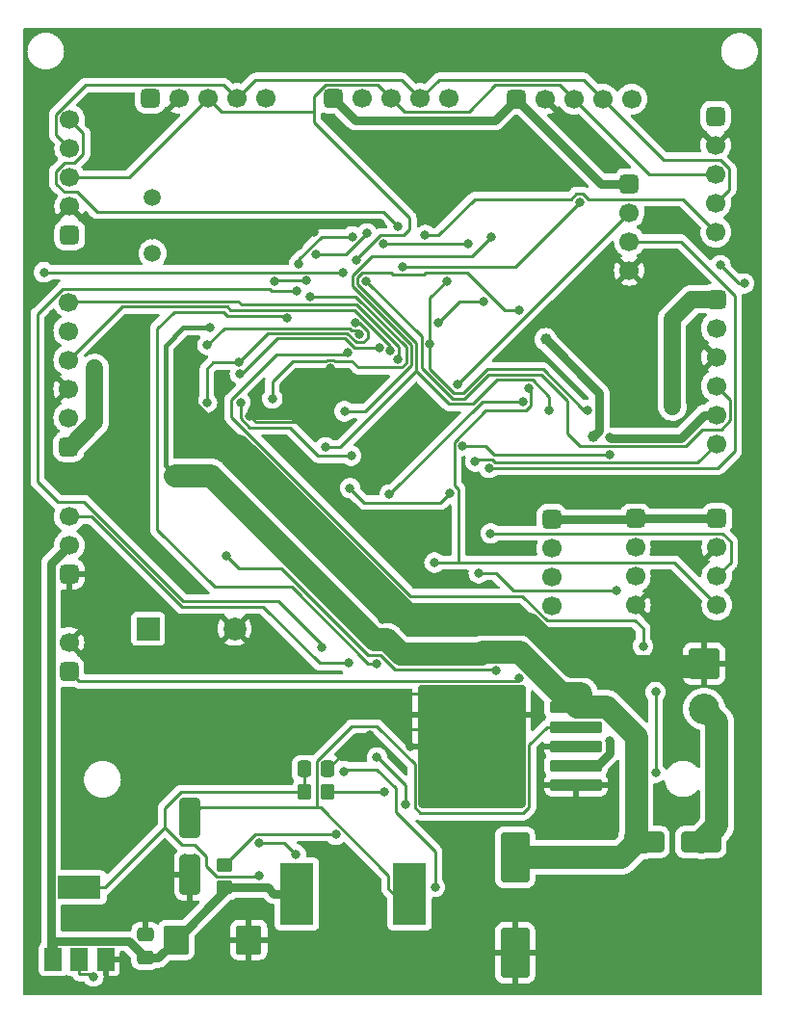
<source format=gbl>
G04 #@! TF.GenerationSoftware,KiCad,Pcbnew,7.0.8*
G04 #@! TF.CreationDate,2023-11-09T09:46:19+07:00*
G04 #@! TF.ProjectId,PCB v2,50434220-7632-42e6-9b69-6361645f7063,rev?*
G04 #@! TF.SameCoordinates,Original*
G04 #@! TF.FileFunction,Copper,L2,Bot*
G04 #@! TF.FilePolarity,Positive*
%FSLAX46Y46*%
G04 Gerber Fmt 4.6, Leading zero omitted, Abs format (unit mm)*
G04 Created by KiCad (PCBNEW 7.0.8) date 2023-11-09 09:46:19*
%MOMM*%
%LPD*%
G01*
G04 APERTURE LIST*
G04 Aperture macros list*
%AMRoundRect*
0 Rectangle with rounded corners*
0 $1 Rounding radius*
0 $2 $3 $4 $5 $6 $7 $8 $9 X,Y pos of 4 corners*
0 Add a 4 corners polygon primitive as box body*
4,1,4,$2,$3,$4,$5,$6,$7,$8,$9,$2,$3,0*
0 Add four circle primitives for the rounded corners*
1,1,$1+$1,$2,$3*
1,1,$1+$1,$4,$5*
1,1,$1+$1,$6,$7*
1,1,$1+$1,$8,$9*
0 Add four rect primitives between the rounded corners*
20,1,$1+$1,$2,$3,$4,$5,0*
20,1,$1+$1,$4,$5,$6,$7,0*
20,1,$1+$1,$6,$7,$8,$9,0*
20,1,$1+$1,$8,$9,$2,$3,0*%
G04 Aperture macros list end*
G04 #@! TA.AperFunction,ComponentPad*
%ADD10RoundRect,0.425000X-0.425000X0.425000X-0.425000X-0.425000X0.425000X-0.425000X0.425000X0.425000X0*%
G04 #@! TD*
G04 #@! TA.AperFunction,ComponentPad*
%ADD11C,1.700000*%
G04 #@! TD*
G04 #@! TA.AperFunction,ComponentPad*
%ADD12C,2.700000*%
G04 #@! TD*
G04 #@! TA.AperFunction,ComponentPad*
%ADD13RoundRect,0.250001X-1.099999X1.099999X-1.099999X-1.099999X1.099999X-1.099999X1.099999X1.099999X0*%
G04 #@! TD*
G04 #@! TA.AperFunction,ComponentPad*
%ADD14RoundRect,0.425000X-0.425000X-0.425000X0.425000X-0.425000X0.425000X0.425000X-0.425000X0.425000X0*%
G04 #@! TD*
G04 #@! TA.AperFunction,ComponentPad*
%ADD15RoundRect,0.425000X0.425000X-0.425000X0.425000X0.425000X-0.425000X0.425000X-0.425000X-0.425000X0*%
G04 #@! TD*
G04 #@! TA.AperFunction,ComponentPad*
%ADD16C,1.500000*%
G04 #@! TD*
G04 #@! TA.AperFunction,ComponentPad*
%ADD17C,2.000000*%
G04 #@! TD*
G04 #@! TA.AperFunction,ComponentPad*
%ADD18R,2.000000X2.000000*%
G04 #@! TD*
G04 #@! TA.AperFunction,SMDPad,CuDef*
%ADD19RoundRect,0.250000X0.475000X-0.337500X0.475000X0.337500X-0.475000X0.337500X-0.475000X-0.337500X0*%
G04 #@! TD*
G04 #@! TA.AperFunction,SMDPad,CuDef*
%ADD20RoundRect,0.250000X2.050000X0.300000X-2.050000X0.300000X-2.050000X-0.300000X2.050000X-0.300000X0*%
G04 #@! TD*
G04 #@! TA.AperFunction,SMDPad,CuDef*
%ADD21RoundRect,0.250000X2.025000X2.375000X-2.025000X2.375000X-2.025000X-2.375000X2.025000X-2.375000X0*%
G04 #@! TD*
G04 #@! TA.AperFunction,SMDPad,CuDef*
%ADD22RoundRect,0.250002X4.449998X5.149998X-4.449998X5.149998X-4.449998X-5.149998X4.449998X-5.149998X0*%
G04 #@! TD*
G04 #@! TA.AperFunction,SMDPad,CuDef*
%ADD23RoundRect,0.250000X-0.650000X1.500000X-0.650000X-1.500000X0.650000X-1.500000X0.650000X1.500000X0*%
G04 #@! TD*
G04 #@! TA.AperFunction,SMDPad,CuDef*
%ADD24R,2.900000X5.400000*%
G04 #@! TD*
G04 #@! TA.AperFunction,SMDPad,CuDef*
%ADD25R,1.500000X2.000000*%
G04 #@! TD*
G04 #@! TA.AperFunction,SMDPad,CuDef*
%ADD26R,3.800000X2.000000*%
G04 #@! TD*
G04 #@! TA.AperFunction,SMDPad,CuDef*
%ADD27RoundRect,0.250000X0.450000X-0.350000X0.450000X0.350000X-0.450000X0.350000X-0.450000X-0.350000X0*%
G04 #@! TD*
G04 #@! TA.AperFunction,SMDPad,CuDef*
%ADD28RoundRect,0.250000X-0.337500X-0.475000X0.337500X-0.475000X0.337500X0.475000X-0.337500X0.475000X0*%
G04 #@! TD*
G04 #@! TA.AperFunction,SMDPad,CuDef*
%ADD29RoundRect,0.250000X-0.875000X-1.025000X0.875000X-1.025000X0.875000X1.025000X-0.875000X1.025000X0*%
G04 #@! TD*
G04 #@! TA.AperFunction,SMDPad,CuDef*
%ADD30RoundRect,0.250000X-1.000000X1.950000X-1.000000X-1.950000X1.000000X-1.950000X1.000000X1.950000X0*%
G04 #@! TD*
G04 #@! TA.AperFunction,SMDPad,CuDef*
%ADD31RoundRect,0.250000X-1.500000X-0.650000X1.500000X-0.650000X1.500000X0.650000X-1.500000X0.650000X0*%
G04 #@! TD*
G04 #@! TA.AperFunction,SMDPad,CuDef*
%ADD32RoundRect,0.250000X0.350000X0.450000X-0.350000X0.450000X-0.350000X-0.450000X0.350000X-0.450000X0*%
G04 #@! TD*
G04 #@! TA.AperFunction,ViaPad*
%ADD33C,1.000000*%
G04 #@! TD*
G04 #@! TA.AperFunction,ViaPad*
%ADD34C,0.800000*%
G04 #@! TD*
G04 #@! TA.AperFunction,ViaPad*
%ADD35C,1.500000*%
G04 #@! TD*
G04 #@! TA.AperFunction,Conductor*
%ADD36C,0.250000*%
G04 #@! TD*
G04 #@! TA.AperFunction,Conductor*
%ADD37C,2.000000*%
G04 #@! TD*
G04 #@! TA.AperFunction,Conductor*
%ADD38C,0.750000*%
G04 #@! TD*
G04 #@! TA.AperFunction,Conductor*
%ADD39C,0.800000*%
G04 #@! TD*
G04 #@! TA.AperFunction,Conductor*
%ADD40C,1.500000*%
G04 #@! TD*
G04 #@! TA.AperFunction,Conductor*
%ADD41C,0.400000*%
G04 #@! TD*
G04 #@! TA.AperFunction,Conductor*
%ADD42C,1.101800*%
G04 #@! TD*
G04 APERTURE END LIST*
D10*
X172058500Y-95500000D03*
D11*
X172058500Y-98040000D03*
X172058500Y-100580000D03*
X172058500Y-103120000D03*
D12*
X170930000Y-112252500D03*
D13*
X170930000Y-108292500D03*
D10*
X164358500Y-66080000D03*
D11*
X164358500Y-68620000D03*
X164358500Y-71160000D03*
X164358500Y-73700000D03*
D14*
X138368500Y-58600000D03*
D11*
X140908500Y-58600000D03*
X143448500Y-58600000D03*
X145988500Y-58600000D03*
X148528500Y-58600000D03*
X164890000Y-103160000D03*
X164890000Y-100620000D03*
X164890000Y-98080000D03*
D10*
X164890000Y-95540000D03*
D15*
X115098500Y-108930000D03*
D11*
X115098500Y-106390000D03*
D10*
X171957700Y-60170000D03*
D11*
X171957700Y-62710000D03*
X171957700Y-65250000D03*
X171957700Y-67790000D03*
X171957700Y-70330000D03*
D15*
X115174000Y-70622500D03*
D11*
X115174000Y-68082500D03*
X115174000Y-65542500D03*
X115174000Y-63002500D03*
X115174000Y-60462500D03*
D14*
X122248500Y-58600000D03*
D11*
X124788500Y-58600000D03*
X127328500Y-58600000D03*
X129868500Y-58600000D03*
X132408500Y-58600000D03*
D15*
X115078500Y-89200000D03*
D11*
X115078500Y-86660000D03*
X115078500Y-84120000D03*
X115078500Y-81580000D03*
X115078500Y-79040000D03*
X115078500Y-76500000D03*
X157544500Y-103230000D03*
X157544500Y-100690000D03*
X157544500Y-98150000D03*
D10*
X157544500Y-95610000D03*
X171997700Y-76240000D03*
D11*
X171997700Y-78780000D03*
X171997700Y-81320000D03*
X171997700Y-83860000D03*
X171997700Y-86400000D03*
X171997700Y-88940000D03*
D15*
X115118500Y-100420000D03*
D11*
X115118500Y-97880000D03*
X115118500Y-95340000D03*
D16*
X122458500Y-67337500D03*
X122458500Y-72217500D03*
D14*
X154418500Y-58650000D03*
D11*
X156958500Y-58650000D03*
X159498500Y-58650000D03*
X162038500Y-58650000D03*
X164578500Y-58650000D03*
D17*
X129660000Y-105210000D03*
D18*
X122060000Y-105210000D03*
D19*
X121818500Y-134127500D03*
X121818500Y-132052500D03*
D20*
X159668500Y-118930000D03*
X159668500Y-117230000D03*
D21*
X148093500Y-112755000D03*
X148093500Y-118305000D03*
D22*
X150518500Y-115530000D03*
D21*
X152943500Y-112755000D03*
X152943500Y-118305000D03*
D20*
X159668500Y-115530000D03*
X159668500Y-113830000D03*
X159668500Y-112130000D03*
D23*
X125748500Y-121820000D03*
X125748500Y-126820000D03*
D24*
X145048500Y-128530000D03*
X135148500Y-128530000D03*
D25*
X118318500Y-134240000D03*
X116018500Y-134240000D03*
D26*
X116018500Y-127940000D03*
D25*
X113718500Y-134240000D03*
D27*
X128788500Y-127950000D03*
X128788500Y-125950000D03*
D28*
X135780000Y-117530000D03*
X137855000Y-117530000D03*
D29*
X124518500Y-132552500D03*
X130918500Y-132552500D03*
D30*
X154328500Y-133700000D03*
X154328500Y-125300000D03*
D31*
X170658500Y-123950000D03*
X165658500Y-123950000D03*
D32*
X137817500Y-119570000D03*
X135817500Y-119570000D03*
D33*
X159600000Y-111580000D03*
D34*
X165570000Y-106740000D03*
X166660000Y-110780000D03*
X144890000Y-114050000D03*
X162620000Y-122710000D03*
X160410000Y-122710000D03*
X161470000Y-122710000D03*
D33*
X160700000Y-111570000D03*
D34*
X117390000Y-55140000D03*
X118390000Y-55140000D03*
X121390000Y-55140000D03*
X119390000Y-55140000D03*
X120390000Y-55140000D03*
X166910000Y-55140000D03*
X169910000Y-55140000D03*
X165910000Y-55140000D03*
X168910000Y-55140000D03*
X167910000Y-55140000D03*
X153490000Y-55140000D03*
X152490000Y-55140000D03*
X151490000Y-55140000D03*
X149490000Y-55140000D03*
X150490000Y-55140000D03*
X137150000Y-55130000D03*
X136150000Y-55130000D03*
X135150000Y-55130000D03*
X134150000Y-55130000D03*
X133150000Y-55130000D03*
X150100000Y-63010000D03*
X146030000Y-63000000D03*
X172370000Y-73250000D03*
X174460000Y-74860000D03*
X136600000Y-70360000D03*
X135310000Y-71500000D03*
X128940000Y-69650000D03*
X129660000Y-72530000D03*
X123440000Y-70600000D03*
X122440000Y-70600000D03*
X121440000Y-70600000D03*
X123440000Y-69600000D03*
X122440000Y-69600000D03*
X121440000Y-69600000D03*
X142494000Y-69596000D03*
X139192000Y-69596000D03*
X154700000Y-80230000D03*
X141210000Y-111090000D03*
X139400000Y-111110000D03*
X144290000Y-99880000D03*
X143550000Y-99270000D03*
X145220000Y-99550000D03*
X144450000Y-98920000D03*
X143660000Y-98320000D03*
X159910000Y-115590000D03*
X159010000Y-115600000D03*
X158070000Y-115570000D03*
X155440000Y-98200000D03*
X154700000Y-111140000D03*
X130810000Y-92202000D03*
X118364000Y-92456000D03*
X117364000Y-92456000D03*
X116364000Y-92456000D03*
X118364000Y-91456000D03*
X117364000Y-91456000D03*
X116364000Y-91456000D03*
X130048000Y-91440000D03*
X139320000Y-86090000D03*
X138080000Y-82320000D03*
X138030000Y-87050000D03*
X130960000Y-86490000D03*
D33*
X125350000Y-85220000D03*
X125370000Y-81440000D03*
X125430000Y-83500000D03*
D34*
X113400000Y-78320000D03*
X113330000Y-79150000D03*
X113730000Y-77520000D03*
X141270000Y-96310000D03*
X142680000Y-104350000D03*
X140720000Y-115730000D03*
X141480000Y-115420000D03*
X140800000Y-114830000D03*
X126140000Y-128040000D03*
X125300000Y-128050000D03*
X126160000Y-125400000D03*
X125320000Y-125410000D03*
X159190000Y-93130000D03*
X159180000Y-92210000D03*
X158320000Y-92200000D03*
X163480000Y-81970000D03*
X163460000Y-85520000D03*
X163460000Y-84570000D03*
X163440000Y-80790000D03*
X141560000Y-114520000D03*
X145130000Y-115560000D03*
X144910000Y-110880000D03*
X148650000Y-112460000D03*
X148650000Y-111460000D03*
X148650000Y-113460000D03*
X148650000Y-114460000D03*
X152600000Y-110570000D03*
X151600000Y-110570000D03*
X150600000Y-110570000D03*
X149600000Y-110570000D03*
X148600000Y-110570000D03*
D33*
X157010000Y-79780000D03*
D34*
X139599100Y-80940900D03*
X166670000Y-117860000D03*
X134290000Y-77924500D03*
X144650000Y-120680000D03*
X142187700Y-116523800D03*
X142187700Y-108246600D03*
X135116900Y-75511100D03*
X137350090Y-106830982D03*
X139239299Y-117730701D03*
X147273500Y-127910600D03*
X136285100Y-76006000D03*
X132980000Y-84984500D03*
X131778000Y-123999400D03*
X135051000Y-125031800D03*
X112915600Y-73879300D03*
X139195500Y-73892659D03*
X140259200Y-78277900D03*
X129999000Y-81803700D03*
X127230000Y-85330000D03*
X140661000Y-79316500D03*
X127266900Y-80260000D03*
X147562900Y-78299300D03*
X151583400Y-76454900D03*
X148295300Y-74669400D03*
X146825000Y-80191200D03*
X142368800Y-80528700D03*
X130125771Y-82795131D03*
X160709300Y-85984738D03*
X149706800Y-89134100D03*
X162640000Y-89890600D03*
X151130000Y-100330000D03*
X163221500Y-101865300D03*
X139920000Y-90011200D03*
X130170700Y-85310600D03*
X137645600Y-89260000D03*
X157290100Y-85980000D03*
X154680000Y-77179400D03*
X128920000Y-98780000D03*
X152610863Y-108904538D03*
X152178400Y-96835100D03*
X147240000Y-99398000D03*
X155485200Y-84070400D03*
X152017000Y-91065100D03*
X149259800Y-83759200D03*
X159981500Y-67690200D03*
X144420000Y-73368100D03*
X146420000Y-70612000D03*
X144018000Y-69850000D03*
X140382100Y-72779500D03*
X152223500Y-70751900D03*
X150819300Y-90518200D03*
X141251000Y-74670200D03*
X168170000Y-85680000D03*
X144019400Y-81515400D03*
X143369200Y-80750900D03*
X117348000Y-82296000D03*
X154690000Y-109530500D03*
X135990000Y-74604600D03*
X133154600Y-74709200D03*
X135320000Y-73130000D03*
X140004300Y-70733800D03*
X142747000Y-71407600D03*
X150148500Y-71407600D03*
D33*
X160130000Y-110610000D03*
D35*
X124461300Y-91745900D03*
D34*
X127489800Y-78722400D03*
D33*
X161164049Y-88325994D03*
D34*
X139653500Y-108232600D03*
X142864600Y-119570000D03*
X138559000Y-123301300D03*
X148618800Y-93289700D03*
X139800000Y-92850000D03*
X154982900Y-85232300D03*
X143280000Y-93407900D03*
X131838500Y-126876300D03*
X117247600Y-135787400D03*
X141293500Y-70469905D03*
X136769500Y-72294500D03*
X162625400Y-115051100D03*
X162668969Y-88411190D03*
D36*
X132930800Y-75511100D02*
X135116900Y-75511100D01*
X132734500Y-75314800D02*
X132930800Y-75511100D01*
X114548600Y-75314800D02*
X132734500Y-75314800D01*
X114126000Y-94060000D02*
X112350000Y-92284000D01*
X116436396Y-94060000D02*
X114126000Y-94060000D01*
X112350000Y-92284000D02*
X112350000Y-77513400D01*
X125158796Y-102782400D02*
X116436396Y-94060000D01*
X133549800Y-102782400D02*
X125158796Y-102782400D01*
X112350000Y-77513400D02*
X114548600Y-75314800D01*
X137350090Y-106830982D02*
X137350090Y-106582690D01*
X137350090Y-106582690D02*
X133549800Y-102782400D01*
X151747701Y-89134100D02*
X149706800Y-89134100D01*
X152513601Y-89900000D02*
X151747701Y-89134100D01*
X162630600Y-89900000D02*
X152513601Y-89900000D01*
X162640000Y-89890600D02*
X162630600Y-89900000D01*
X173185300Y-85047600D02*
X171997700Y-83860000D01*
X173185300Y-86903100D02*
X173185300Y-85047600D01*
X172418400Y-87670000D02*
X173185300Y-86903100D01*
X169310000Y-89150000D02*
X170790000Y-87670000D01*
X162951425Y-89150000D02*
X169310000Y-89150000D01*
X161521080Y-89135690D02*
X162937115Y-89135690D01*
X161505776Y-89150994D02*
X161521080Y-89135690D01*
X160822322Y-89150994D02*
X161505776Y-89150994D01*
X160807018Y-89135690D02*
X160822322Y-89150994D01*
X170790000Y-87670000D02*
X172418400Y-87670000D01*
X160094310Y-89135690D02*
X160807018Y-89135690D01*
X160090000Y-89140000D02*
X160094310Y-89135690D01*
X159980000Y-89140000D02*
X160090000Y-89140000D01*
X158900000Y-88060000D02*
X159980000Y-89140000D01*
X158900000Y-85209293D02*
X158900000Y-88060000D01*
X156585307Y-82894600D02*
X158900000Y-85209293D01*
X146095700Y-82258000D02*
X148833800Y-84996100D01*
X148833800Y-84996100D02*
X149887900Y-84996100D01*
X162937115Y-89135690D02*
X162951425Y-89150000D01*
X146095700Y-79514900D02*
X146095700Y-82258000D01*
X149887900Y-84996100D02*
X151989400Y-82894600D01*
X141251000Y-74670200D02*
X146095700Y-79514900D01*
X151989400Y-82894600D02*
X156585307Y-82894600D01*
X139395000Y-81145000D02*
X139599100Y-80940900D01*
X133309300Y-81145000D02*
X139395000Y-81145000D01*
X129394400Y-85059900D02*
X133309300Y-81145000D01*
X145123599Y-102315300D02*
X129394400Y-86586101D01*
X164840000Y-104450000D02*
X157104446Y-104450000D01*
X154969746Y-102315300D02*
X145123599Y-102315300D01*
X165570000Y-105180000D02*
X164840000Y-104450000D01*
X165570000Y-106730000D02*
X165570000Y-105180000D01*
X157104446Y-104450000D02*
X154969746Y-102315300D01*
X129394400Y-86586101D02*
X129394400Y-85059900D01*
X165780000Y-106940000D02*
X165570000Y-106730000D01*
X166660000Y-110780000D02*
X166670000Y-110790000D01*
X166670000Y-117860000D02*
X166660000Y-110780000D01*
D37*
X155620614Y-104840000D02*
X159340614Y-108560000D01*
X159340614Y-108560000D02*
X170662500Y-108560000D01*
X145774467Y-104840000D02*
X155620614Y-104840000D01*
X130064467Y-89130000D02*
X145774467Y-104840000D01*
X170662500Y-108560000D02*
X170930000Y-108292500D01*
X128767258Y-89130000D02*
X130064467Y-89130000D01*
X125430000Y-85140000D02*
X125430000Y-85792742D01*
X125430000Y-85792742D02*
X128767258Y-89130000D01*
X172063462Y-122545038D02*
X170658500Y-123950000D01*
X172063462Y-113385962D02*
X172063462Y-122545038D01*
X170930000Y-112252500D02*
X172063462Y-113385962D01*
D36*
X130278600Y-76740000D02*
X129994100Y-76455500D01*
X129994100Y-76455500D02*
X115123000Y-76455500D01*
X115123000Y-76455500D02*
X115078500Y-76500000D01*
X140384200Y-76740000D02*
X130278600Y-76740000D01*
X144098100Y-80453900D02*
X140384200Y-76740000D01*
X144098100Y-81436700D02*
X144098100Y-80453900D01*
X144019400Y-81515400D02*
X144098100Y-81436700D01*
D37*
X160130000Y-112078600D02*
X160130000Y-110934200D01*
X127567000Y-91745900D02*
X124461300Y-91745900D01*
X142017700Y-106196600D02*
X127567000Y-91745900D01*
X143036837Y-106196600D02*
X142017700Y-106196600D01*
X151336178Y-107442000D02*
X144282237Y-107442000D01*
X158356442Y-110934200D02*
X154726780Y-107304538D01*
X160130000Y-110934200D02*
X158356442Y-110934200D01*
X154726780Y-107304538D02*
X151473640Y-107304538D01*
X151473640Y-107304538D02*
X151336178Y-107442000D01*
X144282237Y-107442000D02*
X143036837Y-106196600D01*
D36*
X143170000Y-126886500D02*
X137223800Y-120940300D01*
X143170000Y-128060000D02*
X143170000Y-126886500D01*
X143640000Y-128530000D02*
X143170000Y-128060000D01*
X137223800Y-120940300D02*
X136882200Y-120940300D01*
X145048500Y-128530000D02*
X143640000Y-128530000D01*
D38*
X113855300Y-132664700D02*
X120355700Y-132664700D01*
X113718500Y-132801500D02*
X113855300Y-132664700D01*
X120355700Y-132664700D02*
X121818500Y-134127500D01*
X113718500Y-133452300D02*
X113718500Y-132801500D01*
D36*
X131744800Y-126970000D02*
X131838500Y-126876300D01*
X126126900Y-124160000D02*
X127150000Y-125183100D01*
X127150000Y-125183100D02*
X127150000Y-126070000D01*
X125038400Y-124160000D02*
X126126900Y-124160000D01*
X127150000Y-126070000D02*
X128050000Y-126970000D01*
X128050000Y-126970000D02*
X131744800Y-126970000D01*
X123531100Y-122652700D02*
X125038400Y-124160000D01*
X130000200Y-99860200D02*
X128920000Y-98780000D01*
X142488005Y-107521600D02*
X141388900Y-107521600D01*
X143736405Y-108770000D02*
X142488005Y-107521600D01*
X141388900Y-107521600D02*
X133727500Y-99860200D01*
X133727500Y-99860200D02*
X130000200Y-99860200D01*
X152476325Y-108770000D02*
X143736405Y-108770000D01*
X152610863Y-108904538D02*
X152476325Y-108770000D01*
X148240000Y-114050000D02*
X148650000Y-114460000D01*
X144890000Y-114050000D02*
X148240000Y-114050000D01*
X148290000Y-110880000D02*
X148600000Y-110570000D01*
X144910000Y-110880000D02*
X148290000Y-110880000D01*
X172134900Y-91065100D02*
X152017000Y-91065100D01*
X173650000Y-75900000D02*
X173650000Y-89550000D01*
X173650000Y-89550000D02*
X172134900Y-91065100D01*
X168910000Y-71160000D02*
X173650000Y-75900000D01*
X164358500Y-71160000D02*
X168910000Y-71160000D01*
X150090000Y-63000000D02*
X150100000Y-63010000D01*
X146030000Y-63000000D02*
X150090000Y-63000000D01*
D39*
X161709300Y-87780743D02*
X161709300Y-84479300D01*
X161164049Y-88325994D02*
X161709300Y-87780743D01*
X161709300Y-84479300D02*
X157010000Y-79780000D01*
D36*
X139655000Y-115730000D02*
X137855000Y-117530000D01*
X140720000Y-115730000D02*
X139655000Y-115730000D01*
X135780000Y-119532500D02*
X135780000Y-117530000D01*
X135817500Y-119570000D02*
X135780000Y-119532500D01*
X143835000Y-121325000D02*
X147273500Y-124763500D01*
X143835000Y-119233700D02*
X143835000Y-121325000D01*
X147273500Y-124763500D02*
X147273500Y-127910600D01*
X139400300Y-117569700D02*
X142171000Y-117569700D01*
X139239299Y-117730701D02*
X139400300Y-117569700D01*
X142171000Y-117569700D02*
X143835000Y-119233700D01*
X157120000Y-113830000D02*
X159668500Y-113830000D01*
X155543500Y-120918172D02*
X155543500Y-115406500D01*
X145493500Y-120918172D02*
X145995328Y-121420000D01*
X145995328Y-121420000D02*
X155041672Y-121420000D01*
X145493500Y-117103500D02*
X145493500Y-120918172D01*
X139945000Y-113795000D02*
X142185000Y-113795000D01*
X136882200Y-116857800D02*
X139945000Y-113795000D01*
X155041672Y-121420000D02*
X155543500Y-120918172D01*
X155543500Y-115406500D02*
X157120000Y-113830000D01*
X136882200Y-120940300D02*
X136882200Y-116857800D01*
X142185000Y-113795000D02*
X145493500Y-117103500D01*
D38*
X170930000Y-86400000D02*
X171997700Y-86400000D01*
X168890000Y-88440000D02*
X170930000Y-86400000D01*
X163227064Y-88435690D02*
X163231374Y-88440000D01*
X162693469Y-88435690D02*
X163227064Y-88435690D01*
X162668969Y-88411190D02*
X162693469Y-88435690D01*
X163231374Y-88440000D02*
X168890000Y-88440000D01*
D36*
X173980000Y-74860000D02*
X174460000Y-74860000D01*
X172370000Y-73250000D02*
X173980000Y-74860000D01*
D40*
X168100000Y-78000000D02*
X169860000Y-76240000D01*
X168170000Y-85680000D02*
X168100000Y-85610000D01*
X169860000Y-76240000D02*
X171997700Y-76240000D01*
X168100000Y-85610000D02*
X168100000Y-78000000D01*
D36*
X148961000Y-84486400D02*
X146825100Y-82350500D01*
X149760700Y-84486400D02*
X148961000Y-84486400D01*
X151841200Y-82405900D02*
X149760700Y-84486400D01*
X156765900Y-82405900D02*
X151841200Y-82405900D01*
X160344738Y-85984738D02*
X156765900Y-82405900D01*
X160709300Y-85984738D02*
X160344738Y-85984738D01*
X146825100Y-82350500D02*
X146825100Y-80191200D01*
X150997400Y-90340100D02*
X150819300Y-90518200D01*
X152317305Y-90340100D02*
X150997400Y-90340100D01*
X170322600Y-90615100D02*
X152592305Y-90615100D01*
X152592305Y-90615100D02*
X152317305Y-90340100D01*
X171997700Y-88940000D02*
X170322600Y-90615100D01*
X137304895Y-70733800D02*
X140004300Y-70733800D01*
X135320000Y-73130000D02*
X135320000Y-72718695D01*
X135320000Y-72718695D02*
X137304895Y-70733800D01*
X139182141Y-73879300D02*
X112915600Y-73879300D01*
X139195500Y-73892659D02*
X139182141Y-73879300D01*
X136769500Y-72294500D02*
X139468905Y-72294500D01*
X139468905Y-72294500D02*
X141293500Y-70469905D01*
X135990000Y-74604600D02*
X133259200Y-74604600D01*
X133259200Y-74604600D02*
X133154600Y-74709200D01*
X137112600Y-108232600D02*
X139653500Y-108232600D01*
X132150000Y-103270000D02*
X137112600Y-108232600D01*
X125010000Y-103270000D02*
X132150000Y-103270000D01*
X117080000Y-95340000D02*
X125010000Y-103270000D01*
X115118500Y-95340000D02*
X117080000Y-95340000D01*
X169063600Y-67435900D02*
X171957700Y-70330000D01*
X159681100Y-66964900D02*
X160282000Y-66964900D01*
X160753000Y-67435900D02*
X169063600Y-67435900D01*
X150750100Y-67435900D02*
X159210200Y-67435900D01*
X147574000Y-70612000D02*
X150750100Y-67435900D01*
X159210200Y-67435900D02*
X159210200Y-67435800D01*
X160282000Y-66964900D02*
X160753000Y-67435900D01*
X159210200Y-67435800D02*
X159681100Y-66964900D01*
X146420000Y-70612000D02*
X147574000Y-70612000D01*
X116356600Y-61645100D02*
X115174000Y-60462500D01*
X116356600Y-63483700D02*
X116356600Y-61645100D01*
X115567800Y-64272500D02*
X116356600Y-63483700D01*
X114694500Y-64272500D02*
X115567800Y-64272500D01*
X113983100Y-64983900D02*
X114694500Y-64272500D01*
X113983100Y-66085700D02*
X113983100Y-64983900D01*
X114709900Y-66812500D02*
X113983100Y-66085700D01*
X117571700Y-68580000D02*
X115804200Y-66812500D01*
X144018000Y-69850000D02*
X142748000Y-68580000D01*
X115804200Y-66812500D02*
X114709900Y-66812500D01*
X142748000Y-68580000D02*
X117571700Y-68580000D01*
X140382100Y-72746700D02*
X140382100Y-72779500D01*
X144526000Y-70612000D02*
X142516800Y-70612000D01*
X145034000Y-70104000D02*
X144526000Y-70612000D01*
X142516800Y-70612000D02*
X140382100Y-72746700D01*
X145034000Y-69088000D02*
X145034000Y-70104000D01*
X136647900Y-59779400D02*
X136647900Y-60701900D01*
X136647900Y-60701900D02*
X145034000Y-69088000D01*
X141188396Y-80490000D02*
X142330100Y-80490000D01*
X139372799Y-79690000D02*
X140174299Y-80491500D01*
X140174299Y-80491500D02*
X141186896Y-80491500D01*
X142330100Y-80490000D02*
X142368800Y-80528700D01*
X133409200Y-79690000D02*
X139372799Y-79690000D01*
X141186896Y-80491500D02*
X141188396Y-80490000D01*
X130304069Y-82795131D02*
X133409200Y-79690000D01*
X130125771Y-82795131D02*
X130304069Y-82795131D01*
X140360695Y-80041500D02*
X139559195Y-79240000D01*
X139559195Y-79240000D02*
X132562700Y-79240000D01*
X132562700Y-79240000D02*
X129999000Y-81803700D01*
X141000500Y-80041500D02*
X140360695Y-80041500D01*
X141406700Y-79635300D02*
X141000500Y-80041500D01*
X141406700Y-79036300D02*
X141406700Y-79635300D01*
X140648300Y-78277900D02*
X141406700Y-79036300D01*
X140259200Y-78277900D02*
X140648300Y-78277900D01*
X139958895Y-79002900D02*
X140347400Y-79002900D01*
X128736900Y-78790000D02*
X139745995Y-78790000D01*
X127266900Y-80260000D02*
X128736900Y-78790000D01*
X139745995Y-78790000D02*
X139958895Y-79002900D01*
X140347400Y-79002900D02*
X140661000Y-79316500D01*
X128704900Y-77356100D02*
X124323900Y-77356100D01*
X129048800Y-77700000D02*
X128704900Y-77356100D01*
X141409500Y-108246600D02*
X142187700Y-108246600D01*
X124323900Y-77356100D02*
X122850000Y-78830000D01*
X134065500Y-77700000D02*
X129048800Y-77700000D01*
X127893200Y-101524500D02*
X134687400Y-101524500D01*
X134290000Y-77924500D02*
X134065500Y-77700000D01*
X122850000Y-78830000D02*
X122850000Y-96481300D01*
X122850000Y-96481300D02*
X127893200Y-101524500D01*
X134687400Y-101524500D02*
X141409500Y-108246600D01*
X129001600Y-76905800D02*
X119752700Y-76905800D01*
X119752700Y-76905800D02*
X115078500Y-81580000D01*
X129295800Y-77200000D02*
X129001600Y-76905800D01*
X140207300Y-77200000D02*
X129295800Y-77200000D01*
X143369200Y-80361900D02*
X140207300Y-77200000D01*
X143369200Y-80750900D02*
X143369200Y-80361900D01*
X140287100Y-76006000D02*
X136285100Y-76006000D01*
X144744800Y-80463700D02*
X140287100Y-76006000D01*
X144335100Y-82240400D02*
X144744800Y-81830700D01*
X140550400Y-82240400D02*
X144335100Y-82240400D01*
X139975900Y-81665900D02*
X140550400Y-82240400D01*
X138451205Y-81665900D02*
X139975900Y-81665900D01*
X144744800Y-81830700D02*
X144744800Y-80463700D01*
X137779695Y-81595000D02*
X138380305Y-81595000D01*
X134764100Y-81665900D02*
X137708795Y-81665900D01*
X132980000Y-83450000D02*
X134764100Y-81665900D01*
X137708795Y-81665900D02*
X137779695Y-81595000D01*
X138380305Y-81595000D02*
X138451205Y-81665900D01*
X132980000Y-84984500D02*
X132980000Y-83450000D01*
X145645400Y-80090500D02*
X145645400Y-82569600D01*
X140489200Y-74934300D02*
X145645400Y-80090500D01*
X140489200Y-74335200D02*
X140489200Y-74934300D01*
X140911600Y-73912800D02*
X140489200Y-74335200D01*
X143428600Y-73912800D02*
X140911600Y-73912800D01*
X143625900Y-74110100D02*
X143428600Y-73912800D01*
X146291000Y-74110100D02*
X143625900Y-74110100D01*
X146470200Y-73930900D02*
X146291000Y-74110100D01*
X154680000Y-77179400D02*
X153369000Y-77179400D01*
X150120500Y-73930900D02*
X146470200Y-73930900D01*
X153369000Y-77179400D02*
X150120500Y-73930900D01*
X116008500Y-109840000D02*
X115098500Y-108930000D01*
X154415500Y-109805000D02*
X145830328Y-109805000D01*
X145830328Y-109805000D02*
X145795328Y-109840000D01*
X154690000Y-109530500D02*
X154415500Y-109805000D01*
X145795328Y-109840000D02*
X116008500Y-109840000D01*
X125430000Y-85140000D02*
X125350000Y-85220000D01*
D37*
X125430000Y-81500000D02*
X125370000Y-81440000D01*
X125430000Y-85140000D02*
X125430000Y-81500000D01*
D36*
X142200700Y-116523800D02*
X142187700Y-116523800D01*
X144650000Y-120680000D02*
X144650000Y-118973100D01*
X144650000Y-118973100D02*
X142200700Y-116523800D01*
X137817500Y-119570000D02*
X142864600Y-119570000D01*
X137001200Y-90011200D02*
X139920000Y-90011200D01*
X134490000Y-87500000D02*
X137001200Y-90011200D01*
X130944695Y-87500000D02*
X134490000Y-87500000D01*
X130170700Y-86726005D02*
X130944695Y-87500000D01*
X130170700Y-85310600D02*
X130170700Y-86726005D01*
X152654000Y-100330000D02*
X151130000Y-100330000D01*
X154189300Y-101865300D02*
X152654000Y-100330000D01*
X163221500Y-101865300D02*
X154189300Y-101865300D01*
X138080000Y-87000000D02*
X138080000Y-82320000D01*
X138030000Y-87050000D02*
X138080000Y-87000000D01*
X131520000Y-87050000D02*
X130960000Y-86490000D01*
X138030000Y-87050000D02*
X131520000Y-87050000D01*
X141749700Y-72437800D02*
X150537600Y-72437800D01*
X150537600Y-72437800D02*
X152223500Y-70751900D01*
X145195100Y-82061200D02*
X145195100Y-80277100D01*
X141166300Y-86090000D02*
X145195100Y-82061200D01*
X145195100Y-80277100D02*
X140038900Y-75120900D01*
X140038900Y-75120900D02*
X140038900Y-74148600D01*
X139320000Y-86090000D02*
X141166300Y-86090000D01*
X140038900Y-74148600D02*
X141749700Y-72437800D01*
D40*
X117348000Y-87043200D02*
X115191200Y-89200000D01*
X117348000Y-82296000D02*
X117348000Y-87043200D01*
X115191200Y-89200000D02*
X115078500Y-89200000D01*
D36*
X147775200Y-94133300D02*
X148618800Y-93289700D01*
X141083300Y-94133300D02*
X147775200Y-94133300D01*
X139800000Y-92850000D02*
X141083300Y-94133300D01*
X127784595Y-81803700D02*
X129999000Y-81803700D01*
X127230000Y-85330000D02*
X127230000Y-82358295D01*
X127230000Y-82358295D02*
X127784595Y-81803700D01*
D41*
X123580000Y-80310000D02*
X125167600Y-78722400D01*
X123580000Y-90864600D02*
X123580000Y-80310000D01*
X125167600Y-78722400D02*
X127489800Y-78722400D01*
X124461300Y-91745900D02*
X123580000Y-90864600D01*
D36*
X134018600Y-123999400D02*
X131778000Y-123999400D01*
X135051000Y-125031800D02*
X134018600Y-123999400D01*
X149407300Y-76454900D02*
X147562900Y-78299300D01*
X151583400Y-76454900D02*
X149407300Y-76454900D01*
X146825100Y-76139600D02*
X146825100Y-80191200D01*
X148295300Y-74669400D02*
X146825100Y-76139600D01*
X146825100Y-80191200D02*
X146825000Y-80191200D01*
X138955000Y-89260000D02*
X137645600Y-89260000D01*
X145645400Y-82569600D02*
X138955000Y-89260000D01*
X157290100Y-84799700D02*
X157290100Y-85980000D01*
X155835400Y-83345000D02*
X157290100Y-84799700D01*
X152694700Y-83345000D02*
X155835400Y-83345000D01*
X150593300Y-85446400D02*
X152694700Y-83345000D01*
X148522200Y-85446400D02*
X150593300Y-85446400D01*
X145645400Y-82569600D02*
X148522200Y-85446400D01*
X172563900Y-96835100D02*
X152178400Y-96835100D01*
X173265900Y-97537100D02*
X172563900Y-96835100D01*
X173265900Y-99372600D02*
X173265900Y-97537100D01*
X172058500Y-100580000D02*
X173265900Y-99372600D01*
X168336500Y-99398000D02*
X149344100Y-99398000D01*
X172058500Y-103120000D02*
X168336500Y-99398000D01*
X149344100Y-99398000D02*
X147240000Y-99398000D01*
X149344100Y-92989200D02*
X149344100Y-99398000D01*
X148981400Y-92626500D02*
X149344100Y-92989200D01*
X148981400Y-88818000D02*
X148981400Y-92626500D01*
X151754500Y-86044900D02*
X148981400Y-88818000D01*
X155263600Y-86044900D02*
X151754500Y-86044900D01*
X155713400Y-85595100D02*
X155263600Y-86044900D01*
X155713400Y-84298600D02*
X155713400Y-85595100D01*
X155485200Y-84070400D02*
X155713400Y-84298600D01*
X164358500Y-68660500D02*
X164358500Y-68620000D01*
X149259800Y-83759200D02*
X164358500Y-68660500D01*
X154303600Y-73368100D02*
X144420000Y-73368100D01*
X159981500Y-67690200D02*
X154303600Y-73368100D01*
X113982900Y-61811400D02*
X115174000Y-63002500D01*
X113982900Y-59981900D02*
X113982900Y-61811400D01*
X116549600Y-57415200D02*
X113982900Y-59981900D01*
X128683700Y-57415200D02*
X116549600Y-57415200D01*
X129868500Y-58600000D02*
X128683700Y-57415200D01*
X167368500Y-63980000D02*
X162038500Y-58650000D01*
X172353900Y-63980000D02*
X167368500Y-63980000D01*
X173147300Y-64773400D02*
X172353900Y-63980000D01*
X173147300Y-66600400D02*
X173147300Y-64773400D01*
X171957700Y-67790000D02*
X173147300Y-66600400D01*
X147628500Y-56960000D02*
X145988500Y-58600000D01*
X160348500Y-56960000D02*
X147628500Y-56960000D01*
X162038500Y-58650000D02*
X160348500Y-56960000D01*
X131503600Y-56964900D02*
X129868500Y-58600000D01*
X144353400Y-56964900D02*
X131503600Y-56964900D01*
X145988500Y-58600000D02*
X144353400Y-56964900D01*
X166098500Y-65250000D02*
X171957700Y-65250000D01*
X159498500Y-58650000D02*
X166098500Y-65250000D01*
X158272600Y-57424100D02*
X159498500Y-58650000D01*
X152590100Y-57424100D02*
X158272600Y-57424100D01*
X150237300Y-59776900D02*
X152590100Y-57424100D01*
X144625400Y-59776900D02*
X150237300Y-59776900D01*
X143448500Y-58600000D02*
X144625400Y-59776900D01*
X120386000Y-65542500D02*
X115174000Y-65542500D01*
X127328500Y-58600000D02*
X120386000Y-65542500D01*
X142263700Y-57415200D02*
X143448500Y-58600000D01*
X137641900Y-57415200D02*
X142263700Y-57415200D01*
X136647900Y-58409200D02*
X137641900Y-57415200D01*
X136647900Y-59779400D02*
X136647900Y-58409200D01*
X128507900Y-59779400D02*
X136647900Y-59779400D01*
X127328500Y-58600000D02*
X128507900Y-59779400D01*
X142747000Y-71407600D02*
X150148500Y-71407600D01*
D42*
X159719900Y-112078600D02*
X159668500Y-112130000D01*
D37*
X164983500Y-123950000D02*
X165658500Y-123950000D01*
X163633500Y-125300000D02*
X164983500Y-123950000D01*
X154328500Y-125300000D02*
X163633500Y-125300000D01*
X162362500Y-112078600D02*
X160130000Y-112078600D01*
X164983500Y-114699600D02*
X162362500Y-112078600D01*
X164983500Y-123950000D02*
X164983500Y-114699600D01*
X160130000Y-112078600D02*
X159719900Y-112078600D01*
D36*
X131464400Y-123274100D02*
X128788500Y-125950000D01*
X138531800Y-123274100D02*
X131464400Y-123274100D01*
X138559000Y-123301300D02*
X138531800Y-123274100D01*
X126628200Y-120940300D02*
X125748500Y-121820000D01*
X136882200Y-120940300D02*
X126628200Y-120940300D01*
X151455600Y-85232300D02*
X154982900Y-85232300D01*
X143280000Y-93407900D02*
X151455600Y-85232300D01*
X116018500Y-127940000D02*
X118243800Y-127940000D01*
X118243800Y-127940000D02*
X123531100Y-122652700D01*
X123531100Y-120983700D02*
X123531100Y-122652700D01*
X124944800Y-119570000D02*
X123531100Y-120983700D01*
X135817500Y-119570000D02*
X124944800Y-119570000D01*
X117025500Y-135565300D02*
X117247600Y-135787400D01*
X116018500Y-135565300D02*
X117025500Y-135565300D01*
X116018500Y-134240000D02*
X116018500Y-135565300D01*
D38*
X122943500Y-134127500D02*
X121818500Y-134127500D01*
X124518500Y-132552500D02*
X122943500Y-134127500D01*
X135148500Y-128530000D02*
X133123200Y-128530000D01*
X132543200Y-127950000D02*
X133123200Y-128530000D01*
X128788500Y-127950000D02*
X132543200Y-127950000D01*
X128788500Y-128282500D02*
X124518500Y-132552500D01*
X128788500Y-127950000D02*
X128788500Y-128282500D01*
X113718500Y-134240000D02*
X113718500Y-133452300D01*
X161848500Y-66080000D02*
X164358500Y-66080000D01*
X154418500Y-58650000D02*
X161848500Y-66080000D01*
X152574400Y-60494100D02*
X154418500Y-58650000D01*
X140262600Y-60494100D02*
X152574400Y-60494100D01*
X138368500Y-58600000D02*
X140262600Y-60494100D01*
X164820000Y-95610000D02*
X164890000Y-95540000D01*
X157544500Y-95610000D02*
X164820000Y-95610000D01*
X164930000Y-95500000D02*
X164890000Y-95540000D01*
X172058500Y-95500000D02*
X164930000Y-95500000D01*
X113523000Y-99475500D02*
X115118500Y-97880000D01*
X113523000Y-133256800D02*
X113523000Y-99475500D01*
X113718500Y-133452300D02*
X113523000Y-133256800D01*
X162625400Y-116165200D02*
X162625400Y-115051100D01*
X161560600Y-117230000D02*
X162625400Y-116165200D01*
X159668500Y-117230000D02*
X161560600Y-117230000D01*
G04 #@! TA.AperFunction,Conductor*
G36*
X123574433Y-123596470D02*
G01*
X123618780Y-123624971D01*
X124537597Y-124543788D01*
X124547422Y-124556051D01*
X124547643Y-124555869D01*
X124552611Y-124561874D01*
X124584834Y-124592134D01*
X124620228Y-124652375D01*
X124617436Y-124722189D01*
X124587632Y-124770207D01*
X124506182Y-124851657D01*
X124414143Y-125000875D01*
X124414141Y-125000880D01*
X124358994Y-125167302D01*
X124358993Y-125167309D01*
X124348500Y-125270013D01*
X124348500Y-126570000D01*
X125874500Y-126570000D01*
X125941539Y-126589685D01*
X125987294Y-126642489D01*
X125998500Y-126694000D01*
X125998500Y-129069999D01*
X126448472Y-129069999D01*
X126448483Y-129069998D01*
X126451872Y-129069652D01*
X126520566Y-129082416D01*
X126571454Y-129130293D01*
X126588379Y-129198082D01*
X126565968Y-129264260D01*
X126552164Y-129280690D01*
X125092173Y-130740681D01*
X125030850Y-130774166D01*
X125004492Y-130777000D01*
X123593498Y-130777000D01*
X123593481Y-130777001D01*
X123490703Y-130787500D01*
X123490700Y-130787501D01*
X123324168Y-130842685D01*
X123324163Y-130842687D01*
X123174842Y-130934789D01*
X123050788Y-131058843D01*
X123050785Y-131058847D01*
X122998530Y-131143566D01*
X122946582Y-131190291D01*
X122877620Y-131201512D01*
X122813538Y-131173669D01*
X122805311Y-131166150D01*
X122761845Y-131122684D01*
X122612624Y-131030643D01*
X122612619Y-131030641D01*
X122446197Y-130975494D01*
X122446190Y-130975493D01*
X122343486Y-130965000D01*
X122068500Y-130965000D01*
X122068500Y-132178500D01*
X122048815Y-132245539D01*
X121996011Y-132291294D01*
X121944500Y-132302500D01*
X121692500Y-132302500D01*
X121625461Y-132282815D01*
X121579706Y-132230011D01*
X121568500Y-132178500D01*
X121568500Y-130965000D01*
X121293529Y-130965000D01*
X121293512Y-130965001D01*
X121190802Y-130975494D01*
X121024380Y-131030641D01*
X121024375Y-131030643D01*
X120875154Y-131122684D01*
X120751184Y-131246654D01*
X120659143Y-131395875D01*
X120659141Y-131395880D01*
X120603994Y-131562302D01*
X120603993Y-131562309D01*
X120593500Y-131665013D01*
X120593500Y-131666489D01*
X120593409Y-131666795D01*
X120593340Y-131668169D01*
X120593179Y-131668160D01*
X120593179Y-131668162D01*
X120593155Y-131668159D01*
X120593011Y-131668152D01*
X120573815Y-131733528D01*
X120521011Y-131779283D01*
X120456104Y-131789763D01*
X120450923Y-131789200D01*
X120450916Y-131789200D01*
X120367540Y-131789200D01*
X120284227Y-131786943D01*
X120284226Y-131786943D01*
X120284045Y-131786978D01*
X120260677Y-131789200D01*
X114522500Y-131789200D01*
X114455461Y-131769515D01*
X114409706Y-131716711D01*
X114398500Y-131665200D01*
X114398500Y-129564499D01*
X114418185Y-129497460D01*
X114470989Y-129451705D01*
X114522500Y-129440499D01*
X117966371Y-129440499D01*
X117966372Y-129440499D01*
X118025983Y-129434091D01*
X118160831Y-129383796D01*
X118276046Y-129297546D01*
X118362296Y-129182331D01*
X118412591Y-129047483D01*
X118419000Y-128987873D01*
X118418999Y-128632607D01*
X118438683Y-128565569D01*
X118487745Y-128523056D01*
X118487471Y-128522592D01*
X118490022Y-128521082D01*
X118491487Y-128519814D01*
X118493765Y-128518801D01*
X118494177Y-128518621D01*
X118494190Y-128518618D01*
X118511429Y-128508422D01*
X118528903Y-128499862D01*
X118547527Y-128492488D01*
X118547527Y-128492487D01*
X118547532Y-128492486D01*
X118585249Y-128465082D01*
X118590105Y-128461892D01*
X118630220Y-128438170D01*
X118644389Y-128423999D01*
X118659179Y-128411368D01*
X118675387Y-128399594D01*
X118705099Y-128363676D01*
X118709012Y-128359376D01*
X119998388Y-127070000D01*
X124348501Y-127070000D01*
X124348501Y-128369986D01*
X124358994Y-128472697D01*
X124414141Y-128639119D01*
X124414143Y-128639124D01*
X124506184Y-128788345D01*
X124630154Y-128912315D01*
X124779375Y-129004356D01*
X124779380Y-129004358D01*
X124945802Y-129059505D01*
X124945809Y-129059506D01*
X125048519Y-129069999D01*
X125498499Y-129069999D01*
X125498500Y-129069998D01*
X125498500Y-127070000D01*
X124348501Y-127070000D01*
X119998388Y-127070000D01*
X123443420Y-123624969D01*
X123504741Y-123591486D01*
X123574433Y-123596470D01*
G37*
G04 #@! TD.AperFunction*
G04 #@! TA.AperFunction,Conductor*
G36*
X114603348Y-110280077D02*
G01*
X114608721Y-110280500D01*
X114608722Y-110280500D01*
X115513576Y-110280500D01*
X115580615Y-110300185D01*
X115590815Y-110307889D01*
X115590943Y-110307726D01*
X115594027Y-110310118D01*
X115594029Y-110310120D01*
X115599511Y-110314373D01*
X115603943Y-110318157D01*
X115637918Y-110350062D01*
X115655476Y-110359714D01*
X115671735Y-110370395D01*
X115687564Y-110382673D01*
X115730338Y-110401182D01*
X115735556Y-110403738D01*
X115776408Y-110426197D01*
X115795816Y-110431180D01*
X115814217Y-110437480D01*
X115832604Y-110445437D01*
X115875988Y-110452308D01*
X115878619Y-110452725D01*
X115884339Y-110453909D01*
X115929481Y-110465500D01*
X115949516Y-110465500D01*
X115968914Y-110467026D01*
X115988694Y-110470159D01*
X115988695Y-110470160D01*
X115988695Y-110470159D01*
X115988696Y-110470160D01*
X116035084Y-110465775D01*
X116040922Y-110465500D01*
X145194500Y-110465500D01*
X145261539Y-110485185D01*
X145307294Y-110537989D01*
X145318500Y-110589500D01*
X145318500Y-112505000D01*
X155718499Y-112505000D01*
X155718499Y-110717647D01*
X155738184Y-110650608D01*
X155790988Y-110604853D01*
X155860146Y-110594909D01*
X155923702Y-110623934D01*
X155930180Y-110629966D01*
X156849037Y-111548823D01*
X156882522Y-111610146D01*
X156879331Y-111670454D01*
X156879918Y-111670580D01*
X156879129Y-111674263D01*
X156879064Y-111675503D01*
X156878501Y-111677201D01*
X156868000Y-111779983D01*
X156868000Y-112480001D01*
X156868001Y-112480019D01*
X156878500Y-112582796D01*
X156878501Y-112582799D01*
X156933685Y-112749331D01*
X156933687Y-112749336D01*
X157025789Y-112898657D01*
X157029295Y-112903091D01*
X157055434Y-112967887D01*
X157042392Y-113036529D01*
X157029295Y-113056909D01*
X157025789Y-113061342D01*
X156942154Y-113196937D01*
X156890206Y-113243661D01*
X156871216Y-113250915D01*
X156869611Y-113251381D01*
X156869610Y-113251381D01*
X156852366Y-113261579D01*
X156834905Y-113270133D01*
X156816274Y-113277510D01*
X156816262Y-113277517D01*
X156778570Y-113304902D01*
X156773687Y-113308109D01*
X156733580Y-113331829D01*
X156719414Y-113345995D01*
X156704624Y-113358627D01*
X156688414Y-113370404D01*
X156688411Y-113370407D01*
X156658710Y-113406309D01*
X156654777Y-113410631D01*
X155930180Y-114135227D01*
X155868857Y-114168712D01*
X155799165Y-114163728D01*
X155743232Y-114121856D01*
X155718815Y-114056392D01*
X155718499Y-114047546D01*
X155718500Y-113005000D01*
X153193500Y-113005000D01*
X153193500Y-118431000D01*
X153173815Y-118498039D01*
X153121011Y-118543794D01*
X153069500Y-118555000D01*
X147967500Y-118555000D01*
X147900461Y-118535315D01*
X147854706Y-118482511D01*
X147843500Y-118431000D01*
X147843500Y-115780000D01*
X145318500Y-115780000D01*
X145303762Y-115794737D01*
X145298815Y-115811586D01*
X145246011Y-115857341D01*
X145176853Y-115867285D01*
X145113297Y-115838260D01*
X145106819Y-115832228D01*
X142685803Y-113411212D01*
X142675980Y-113398950D01*
X142675759Y-113399134D01*
X142670786Y-113393123D01*
X142652159Y-113375631D01*
X142620364Y-113345773D01*
X142606420Y-113331829D01*
X142599475Y-113324883D01*
X142593986Y-113320625D01*
X142589561Y-113316847D01*
X142555582Y-113284938D01*
X142555580Y-113284936D01*
X142555577Y-113284935D01*
X142538029Y-113275288D01*
X142521763Y-113264604D01*
X142505936Y-113252327D01*
X142505935Y-113252326D01*
X142505933Y-113252325D01*
X142463168Y-113233818D01*
X142457922Y-113231248D01*
X142417093Y-113208803D01*
X142417092Y-113208802D01*
X142397693Y-113203822D01*
X142379281Y-113197518D01*
X142360898Y-113189562D01*
X142360892Y-113189560D01*
X142314874Y-113182272D01*
X142309152Y-113181087D01*
X142264021Y-113169500D01*
X142264019Y-113169500D01*
X142243984Y-113169500D01*
X142224586Y-113167973D01*
X142208195Y-113165377D01*
X142204805Y-113164840D01*
X142204804Y-113164840D01*
X142158416Y-113169225D01*
X142152578Y-113169500D01*
X140027737Y-113169500D01*
X140012120Y-113167776D01*
X140012093Y-113168062D01*
X140004331Y-113167327D01*
X139935203Y-113169500D01*
X139905650Y-113169500D01*
X139904929Y-113169590D01*
X139898757Y-113170369D01*
X139892945Y-113170826D01*
X139846378Y-113172290D01*
X139846367Y-113172292D01*
X139827134Y-113177879D01*
X139808094Y-113181822D01*
X139788217Y-113184334D01*
X139788210Y-113184335D01*
X139788208Y-113184336D01*
X139788206Y-113184336D01*
X139788205Y-113184337D01*
X139744868Y-113201494D01*
X139739342Y-113203386D01*
X139694611Y-113216382D01*
X139694608Y-113216383D01*
X139677363Y-113226581D01*
X139659901Y-113235135D01*
X139641272Y-113242511D01*
X139641267Y-113242513D01*
X139603564Y-113269906D01*
X139598682Y-113273112D01*
X139558580Y-113296828D01*
X139544408Y-113311000D01*
X139529623Y-113323628D01*
X139513412Y-113335407D01*
X139483709Y-113371310D01*
X139479777Y-113375631D01*
X136527261Y-116328146D01*
X136465938Y-116361631D01*
X136400577Y-116358171D01*
X136270299Y-116315001D01*
X136270295Y-116315000D01*
X136167510Y-116304500D01*
X135392498Y-116304500D01*
X135392480Y-116304501D01*
X135289703Y-116315000D01*
X135289700Y-116315001D01*
X135123168Y-116370185D01*
X135123163Y-116370187D01*
X134973842Y-116462289D01*
X134849789Y-116586342D01*
X134757687Y-116735663D01*
X134757685Y-116735668D01*
X134736445Y-116799768D01*
X134702501Y-116902203D01*
X134702501Y-116902204D01*
X134702500Y-116902204D01*
X134692000Y-117004983D01*
X134692000Y-117004996D01*
X134692001Y-118055000D01*
X134692001Y-118055019D01*
X134702500Y-118157796D01*
X134702501Y-118157799D01*
X134743160Y-118280499D01*
X134757686Y-118324334D01*
X134822860Y-118429999D01*
X134849789Y-118473657D01*
X134864179Y-118488047D01*
X134897664Y-118549370D01*
X134892680Y-118619062D01*
X134878117Y-118644911D01*
X134878580Y-118645197D01*
X134874789Y-118651342D01*
X134874788Y-118651344D01*
X134854505Y-118684228D01*
X134782687Y-118800663D01*
X134782686Y-118800666D01*
X134763189Y-118859505D01*
X134723416Y-118916949D01*
X134658900Y-118943772D01*
X134645483Y-118944500D01*
X125027543Y-118944500D01*
X125011922Y-118942775D01*
X125011895Y-118943061D01*
X125004133Y-118942326D01*
X124934972Y-118944500D01*
X124905449Y-118944500D01*
X124898578Y-118945367D01*
X124892759Y-118945825D01*
X124846174Y-118947289D01*
X124846168Y-118947290D01*
X124826926Y-118952880D01*
X124807887Y-118956823D01*
X124788017Y-118959334D01*
X124788003Y-118959337D01*
X124744683Y-118976488D01*
X124739158Y-118978380D01*
X124694413Y-118991380D01*
X124694410Y-118991381D01*
X124677166Y-119001579D01*
X124659705Y-119010133D01*
X124641074Y-119017510D01*
X124641062Y-119017517D01*
X124603370Y-119044902D01*
X124598487Y-119048109D01*
X124558380Y-119071829D01*
X124544214Y-119085995D01*
X124529424Y-119098627D01*
X124513214Y-119110404D01*
X124513211Y-119110407D01*
X124483510Y-119146309D01*
X124479577Y-119150631D01*
X123147308Y-120482899D01*
X123135051Y-120492720D01*
X123135234Y-120492941D01*
X123129223Y-120497913D01*
X123081872Y-120548336D01*
X123060989Y-120569219D01*
X123060977Y-120569232D01*
X123056721Y-120574717D01*
X123052937Y-120579147D01*
X123021037Y-120613118D01*
X123021036Y-120613120D01*
X123011384Y-120630676D01*
X123000710Y-120646926D01*
X122988429Y-120662761D01*
X122988424Y-120662768D01*
X122969915Y-120705538D01*
X122967345Y-120710784D01*
X122944903Y-120751606D01*
X122939922Y-120771007D01*
X122933621Y-120789410D01*
X122925662Y-120807802D01*
X122925661Y-120807805D01*
X122918371Y-120853827D01*
X122917187Y-120859546D01*
X122905601Y-120904672D01*
X122905600Y-120904682D01*
X122905600Y-120924716D01*
X122904073Y-120944115D01*
X122900940Y-120963894D01*
X122900940Y-120963895D01*
X122905325Y-121010283D01*
X122905600Y-121016121D01*
X122905600Y-122342246D01*
X122885915Y-122409285D01*
X122869281Y-122429927D01*
X118563723Y-126735484D01*
X118502400Y-126768969D01*
X118432708Y-126763985D01*
X118376775Y-126722113D01*
X118367417Y-126704978D01*
X118366547Y-126705454D01*
X118362293Y-126697664D01*
X118276047Y-126582455D01*
X118276044Y-126582452D01*
X118160835Y-126496206D01*
X118160828Y-126496202D01*
X118025982Y-126445908D01*
X118025983Y-126445908D01*
X117966383Y-126439501D01*
X117966381Y-126439500D01*
X117966373Y-126439500D01*
X117966365Y-126439500D01*
X114522500Y-126439500D01*
X114455461Y-126419815D01*
X114409706Y-126367011D01*
X114398500Y-126315500D01*
X114398500Y-118430000D01*
X116416563Y-118430000D01*
X116421164Y-118488455D01*
X116424379Y-118529310D01*
X116424570Y-118534176D01*
X116424570Y-118557278D01*
X116428182Y-118580082D01*
X116428755Y-118584918D01*
X116429412Y-118593264D01*
X116436572Y-118684233D01*
X116436572Y-118684236D01*
X116436573Y-118684238D01*
X116459826Y-118781098D01*
X116460776Y-118785872D01*
X116464390Y-118808692D01*
X116471528Y-118830661D01*
X116472850Y-118835346D01*
X116496103Y-118932205D01*
X116534222Y-119024232D01*
X116535907Y-119028797D01*
X116543051Y-119050781D01*
X116553533Y-119071351D01*
X116555572Y-119075774D01*
X116593692Y-119167804D01*
X116593694Y-119167807D01*
X116593696Y-119167812D01*
X116621772Y-119213627D01*
X116645746Y-119252750D01*
X116648124Y-119256998D01*
X116648125Y-119256999D01*
X116658611Y-119277578D01*
X116658615Y-119277583D01*
X116672191Y-119296272D01*
X116674895Y-119300318D01*
X116726944Y-119385253D01*
X116791638Y-119460999D01*
X116794653Y-119464824D01*
X116808227Y-119483507D01*
X116808229Y-119483510D01*
X116824564Y-119499845D01*
X116827861Y-119503411D01*
X116888934Y-119574919D01*
X116892564Y-119579169D01*
X116968317Y-119643868D01*
X116971888Y-119647169D01*
X116988222Y-119663503D01*
X117006923Y-119677090D01*
X117010733Y-119680095D01*
X117086479Y-119744788D01*
X117086481Y-119744789D01*
X117086482Y-119744790D01*
X117129015Y-119770854D01*
X117171415Y-119796837D01*
X117175463Y-119799542D01*
X117183308Y-119805241D01*
X117194155Y-119813122D01*
X117214731Y-119823606D01*
X117218975Y-119825983D01*
X117288051Y-119868312D01*
X117303921Y-119878037D01*
X117395972Y-119916166D01*
X117400361Y-119918189D01*
X117420958Y-119928684D01*
X117442930Y-119935823D01*
X117447494Y-119937507D01*
X117539528Y-119975629D01*
X117539536Y-119975631D01*
X117539542Y-119975633D01*
X117571925Y-119983406D01*
X117636412Y-119998888D01*
X117641049Y-120000196D01*
X117663046Y-120007343D01*
X117663056Y-120007344D01*
X117663058Y-120007345D01*
X117666301Y-120007858D01*
X117685869Y-120010957D01*
X117690608Y-120011899D01*
X117787500Y-120035161D01*
X117886840Y-120042979D01*
X117891610Y-120043544D01*
X117914459Y-120047163D01*
X117914463Y-120047163D01*
X117937557Y-120047163D01*
X117942423Y-120047354D01*
X118041733Y-120055170D01*
X118141043Y-120047354D01*
X118145909Y-120047163D01*
X118169003Y-120047163D01*
X118169007Y-120047163D01*
X118191855Y-120043544D01*
X118196625Y-120042979D01*
X118295966Y-120035161D01*
X118392862Y-120011898D01*
X118397591Y-120010958D01*
X118415500Y-120008122D01*
X118420415Y-120007344D01*
X118420416Y-120007343D01*
X118420420Y-120007343D01*
X118442405Y-120000199D01*
X118447047Y-119998890D01*
X118535130Y-119977743D01*
X118543926Y-119975632D01*
X118543927Y-119975631D01*
X118543938Y-119975629D01*
X118635986Y-119937501D01*
X118640511Y-119935830D01*
X118662508Y-119928684D01*
X118683115Y-119918183D01*
X118687469Y-119916176D01*
X118779545Y-119878037D01*
X118864522Y-119825962D01*
X118868701Y-119823623D01*
X118889311Y-119813122D01*
X118908017Y-119799531D01*
X118912019Y-119796856D01*
X118996984Y-119744790D01*
X119072761Y-119680070D01*
X119076539Y-119677092D01*
X119095244Y-119663503D01*
X119111590Y-119647156D01*
X119115149Y-119643868D01*
X119190902Y-119579169D01*
X119255605Y-119503410D01*
X119258889Y-119499857D01*
X119275236Y-119483511D01*
X119288825Y-119464806D01*
X119291803Y-119461028D01*
X119356523Y-119385251D01*
X119408589Y-119300286D01*
X119411264Y-119296284D01*
X119424855Y-119277578D01*
X119435356Y-119256968D01*
X119437695Y-119252789D01*
X119489770Y-119167812D01*
X119527909Y-119075736D01*
X119529916Y-119071382D01*
X119540417Y-119050775D01*
X119547563Y-119028778D01*
X119549238Y-119024243D01*
X119552024Y-119017517D01*
X119587362Y-118932205D01*
X119610622Y-118835314D01*
X119611936Y-118830661D01*
X119619076Y-118808687D01*
X119622691Y-118785858D01*
X119623631Y-118781129D01*
X119646894Y-118684233D01*
X119654712Y-118584889D01*
X119655276Y-118580125D01*
X119658896Y-118557274D01*
X119659527Y-118525079D01*
X119659706Y-118521441D01*
X119661548Y-118498039D01*
X119666903Y-118430000D01*
X119659705Y-118338552D01*
X119659527Y-118334906D01*
X119659444Y-118330688D01*
X119658896Y-118302726D01*
X119655276Y-118279874D01*
X119654712Y-118275110D01*
X119646894Y-118175767D01*
X119623632Y-118078875D01*
X119622690Y-118074132D01*
X119619076Y-118051313D01*
X119611929Y-118029316D01*
X119610621Y-118024679D01*
X119587808Y-117929652D01*
X119587366Y-117927809D01*
X119587364Y-117927803D01*
X119587362Y-117927795D01*
X119549240Y-117835761D01*
X119547556Y-117831197D01*
X119540418Y-117809229D01*
X119540417Y-117809225D01*
X119529922Y-117788628D01*
X119527895Y-117784230D01*
X119489770Y-117692188D01*
X119437716Y-117607242D01*
X119435336Y-117602993D01*
X119434826Y-117601993D01*
X119424855Y-117582422D01*
X119411279Y-117563736D01*
X119411275Y-117563730D01*
X119408570Y-117559682D01*
X119394444Y-117536631D01*
X119356523Y-117474749D01*
X119356522Y-117474748D01*
X119356521Y-117474746D01*
X119291828Y-117399000D01*
X119288823Y-117395190D01*
X119275236Y-117376489D01*
X119258907Y-117360160D01*
X119255601Y-117356584D01*
X119190902Y-117280831D01*
X119146826Y-117243187D01*
X119115144Y-117216128D01*
X119111578Y-117212831D01*
X119095243Y-117196496D01*
X119095240Y-117196494D01*
X119076557Y-117182920D01*
X119072732Y-117179905D01*
X119065010Y-117173310D01*
X119002677Y-117120072D01*
X118996986Y-117115211D01*
X118912051Y-117063162D01*
X118908005Y-117060458D01*
X118892242Y-117049007D01*
X118889311Y-117046878D01*
X118889306Y-117046875D01*
X118889304Y-117046874D01*
X118868731Y-117036391D01*
X118864483Y-117034013D01*
X118817110Y-117004983D01*
X118779545Y-116981963D01*
X118779540Y-116981961D01*
X118779537Y-116981959D01*
X118687507Y-116943839D01*
X118683084Y-116941800D01*
X118662514Y-116931318D01*
X118640530Y-116924174D01*
X118635965Y-116922489D01*
X118543938Y-116884370D01*
X118447079Y-116861117D01*
X118442394Y-116859795D01*
X118420425Y-116852657D01*
X118397605Y-116849043D01*
X118392831Y-116848093D01*
X118295971Y-116824840D01*
X118295969Y-116824839D01*
X118295966Y-116824839D01*
X118244875Y-116820818D01*
X118196651Y-116817022D01*
X118191815Y-116816449D01*
X118169011Y-116812837D01*
X118169007Y-116812837D01*
X118145909Y-116812837D01*
X118141043Y-116812646D01*
X118041733Y-116804830D01*
X117942423Y-116812646D01*
X117937557Y-116812837D01*
X117914456Y-116812837D01*
X117891635Y-116816451D01*
X117886802Y-116817023D01*
X117787499Y-116824839D01*
X117787489Y-116824841D01*
X117690637Y-116848092D01*
X117685865Y-116849042D01*
X117663054Y-116852655D01*
X117663039Y-116852658D01*
X117641081Y-116859793D01*
X117636396Y-116861114D01*
X117566211Y-116877964D01*
X117539528Y-116884371D01*
X117526632Y-116889712D01*
X117447496Y-116922491D01*
X117442931Y-116924175D01*
X117420961Y-116931314D01*
X117420954Y-116931317D01*
X117400381Y-116941799D01*
X117395963Y-116943836D01*
X117303925Y-116981961D01*
X117303921Y-116981963D01*
X117218980Y-117034013D01*
X117214735Y-117036391D01*
X117194162Y-117046873D01*
X117194147Y-117046882D01*
X117175469Y-117060452D01*
X117171424Y-117063156D01*
X117086481Y-117115210D01*
X117010734Y-117179903D01*
X117006913Y-117182915D01*
X116988227Y-117196492D01*
X116988217Y-117196500D01*
X116971884Y-117212833D01*
X116968311Y-117216136D01*
X116892564Y-117280831D01*
X116827869Y-117356578D01*
X116824566Y-117360151D01*
X116808233Y-117376484D01*
X116808225Y-117376494D01*
X116794648Y-117395180D01*
X116791636Y-117399001D01*
X116726943Y-117474748D01*
X116674889Y-117559691D01*
X116672185Y-117563736D01*
X116658615Y-117582414D01*
X116658606Y-117582429D01*
X116648124Y-117603002D01*
X116645746Y-117607247D01*
X116593696Y-117692188D01*
X116593694Y-117692192D01*
X116555569Y-117784230D01*
X116553532Y-117788648D01*
X116543050Y-117809221D01*
X116543047Y-117809228D01*
X116535908Y-117831198D01*
X116534224Y-117835763D01*
X116517663Y-117875747D01*
X116496104Y-117927795D01*
X116489697Y-117954478D01*
X116472847Y-118024663D01*
X116471526Y-118029348D01*
X116464391Y-118051306D01*
X116464388Y-118051321D01*
X116460775Y-118074132D01*
X116459825Y-118078904D01*
X116436574Y-118175756D01*
X116436572Y-118175766D01*
X116428756Y-118275069D01*
X116428184Y-118279902D01*
X116424570Y-118302723D01*
X116424570Y-118325822D01*
X116424379Y-118330688D01*
X116420498Y-118380001D01*
X116416563Y-118430000D01*
X114398500Y-118430000D01*
X114398500Y-113005000D01*
X145318500Y-113005000D01*
X145318500Y-115280000D01*
X147843500Y-115280000D01*
X147843500Y-113005000D01*
X148343500Y-113005000D01*
X148343500Y-115280000D01*
X150644500Y-115280000D01*
X150711539Y-115299685D01*
X150757294Y-115352489D01*
X150768500Y-115404000D01*
X150768500Y-115656000D01*
X150748815Y-115723039D01*
X150696011Y-115768794D01*
X150644500Y-115780000D01*
X148343500Y-115780000D01*
X148343500Y-118055000D01*
X152693500Y-118055000D01*
X152693500Y-113005000D01*
X148343500Y-113005000D01*
X147843500Y-113005000D01*
X145318500Y-113005000D01*
X114398500Y-113005000D01*
X114398500Y-110398097D01*
X114418185Y-110331058D01*
X114470989Y-110285303D01*
X114532225Y-110274479D01*
X114603348Y-110280077D01*
G37*
G04 #@! TD.AperFunction*
G04 #@! TA.AperFunction,Conductor*
G36*
X141941587Y-114440185D02*
G01*
X141962229Y-114456819D01*
X144831681Y-117326271D01*
X144865166Y-117387594D01*
X144868000Y-117413952D01*
X144868000Y-118007147D01*
X144848315Y-118074186D01*
X144795511Y-118119941D01*
X144726353Y-118129885D01*
X144662797Y-118100860D01*
X144656319Y-118094828D01*
X143125133Y-116563642D01*
X143091648Y-116502319D01*
X143089496Y-116488944D01*
X143073374Y-116335544D01*
X143014879Y-116155516D01*
X142920233Y-115991584D01*
X142793571Y-115850912D01*
X142767855Y-115832228D01*
X142640434Y-115739651D01*
X142640429Y-115739648D01*
X142467507Y-115662657D01*
X142467502Y-115662655D01*
X142310433Y-115629270D01*
X142282346Y-115623300D01*
X142093054Y-115623300D01*
X142064967Y-115629270D01*
X141907897Y-115662655D01*
X141907892Y-115662657D01*
X141734970Y-115739648D01*
X141734965Y-115739651D01*
X141581829Y-115850911D01*
X141455166Y-115991585D01*
X141360521Y-116155515D01*
X141360518Y-116155522D01*
X141303838Y-116329966D01*
X141302026Y-116335544D01*
X141282240Y-116523800D01*
X141302026Y-116712056D01*
X141302027Y-116712059D01*
X141324714Y-116781882D01*
X141326709Y-116851723D01*
X141290629Y-116911556D01*
X141227928Y-116942384D01*
X141206783Y-116944200D01*
X139713108Y-116944200D01*
X139662672Y-116933479D01*
X139519106Y-116869558D01*
X139519101Y-116869556D01*
X139336645Y-116830775D01*
X139333945Y-116830201D01*
X139144653Y-116830201D01*
X139032249Y-116854093D01*
X138962582Y-116848776D01*
X138906849Y-116806638D01*
X138888763Y-116771806D01*
X138876858Y-116735880D01*
X138876856Y-116735875D01*
X138784815Y-116586654D01*
X138660845Y-116462684D01*
X138511624Y-116370643D01*
X138511614Y-116370639D01*
X138508904Y-116369741D01*
X138507287Y-116368621D01*
X138505079Y-116367592D01*
X138505255Y-116367214D01*
X138451461Y-116329966D01*
X138424640Y-116265449D01*
X138436958Y-116196674D01*
X138460225Y-116164364D01*
X140167772Y-114456819D01*
X140229095Y-114423334D01*
X140255453Y-114420500D01*
X141874548Y-114420500D01*
X141941587Y-114440185D01*
G37*
G04 #@! TD.AperFunction*
G04 #@! TA.AperFunction,Conductor*
G36*
X116836587Y-95985185D02*
G01*
X116857229Y-96001819D01*
X124509194Y-103653784D01*
X124519019Y-103666048D01*
X124519240Y-103665866D01*
X124524210Y-103671873D01*
X124524213Y-103671876D01*
X124524214Y-103671877D01*
X124574651Y-103719241D01*
X124595530Y-103740120D01*
X124601004Y-103744366D01*
X124605442Y-103748156D01*
X124639418Y-103780062D01*
X124639422Y-103780064D01*
X124656973Y-103789713D01*
X124673231Y-103800392D01*
X124689064Y-103812674D01*
X124705625Y-103819840D01*
X124731837Y-103831183D01*
X124737081Y-103833752D01*
X124777908Y-103856197D01*
X124797312Y-103861179D01*
X124815710Y-103867478D01*
X124834105Y-103875438D01*
X124880129Y-103882726D01*
X124885832Y-103883907D01*
X124930981Y-103895500D01*
X124951016Y-103895500D01*
X124970413Y-103897026D01*
X124990196Y-103900160D01*
X125036584Y-103895775D01*
X125042422Y-103895500D01*
X128663647Y-103895500D01*
X128730686Y-103915185D01*
X128776441Y-103967989D01*
X128777555Y-103974003D01*
X129527466Y-104723913D01*
X129517685Y-104725320D01*
X129386900Y-104785048D01*
X129278239Y-104879202D01*
X129200507Y-105000156D01*
X129176923Y-105080475D01*
X128436564Y-104340116D01*
X128336267Y-104493632D01*
X128236412Y-104721282D01*
X128175387Y-104962261D01*
X128175385Y-104962270D01*
X128154859Y-105209994D01*
X128154859Y-105210005D01*
X128175385Y-105457729D01*
X128175387Y-105457738D01*
X128236412Y-105698717D01*
X128336266Y-105926364D01*
X128436564Y-106079882D01*
X129176923Y-105339523D01*
X129200507Y-105419844D01*
X129278239Y-105540798D01*
X129386900Y-105634952D01*
X129517685Y-105694680D01*
X129527466Y-105696086D01*
X128789942Y-106433609D01*
X128836768Y-106470055D01*
X128836770Y-106470056D01*
X129055385Y-106588364D01*
X129055396Y-106588369D01*
X129290506Y-106669083D01*
X129535707Y-106710000D01*
X129784293Y-106710000D01*
X130029493Y-106669083D01*
X130264603Y-106588369D01*
X130264614Y-106588364D01*
X130483228Y-106470057D01*
X130483231Y-106470055D01*
X130530056Y-106433609D01*
X129792533Y-105696086D01*
X129802315Y-105694680D01*
X129933100Y-105634952D01*
X130041761Y-105540798D01*
X130119493Y-105419844D01*
X130143076Y-105339524D01*
X130883434Y-106079882D01*
X130983731Y-105926369D01*
X131083587Y-105698717D01*
X131144612Y-105457738D01*
X131144614Y-105457729D01*
X131165141Y-105210005D01*
X131165141Y-105209994D01*
X131144614Y-104962270D01*
X131144612Y-104962261D01*
X131083587Y-104721282D01*
X130983731Y-104493630D01*
X130883434Y-104340116D01*
X130143076Y-105080475D01*
X130119493Y-105000156D01*
X130041761Y-104879202D01*
X129933100Y-104785048D01*
X129802315Y-104725320D01*
X129792534Y-104723913D01*
X130545341Y-103971105D01*
X130548082Y-103959055D01*
X130597948Y-103910115D01*
X130656352Y-103895500D01*
X131839548Y-103895500D01*
X131906587Y-103915185D01*
X131927229Y-103931819D01*
X136611797Y-108616388D01*
X136621622Y-108628651D01*
X136621843Y-108628469D01*
X136626814Y-108634478D01*
X136635518Y-108642651D01*
X136677235Y-108681826D01*
X136698129Y-108702720D01*
X136703611Y-108706973D01*
X136708043Y-108710757D01*
X136742018Y-108742662D01*
X136759576Y-108752314D01*
X136775835Y-108762995D01*
X136791664Y-108775273D01*
X136834438Y-108793782D01*
X136839656Y-108796338D01*
X136880508Y-108818797D01*
X136899916Y-108823780D01*
X136918317Y-108830080D01*
X136936704Y-108838037D01*
X136980088Y-108844908D01*
X136982719Y-108845325D01*
X136988439Y-108846509D01*
X137033581Y-108858100D01*
X137053616Y-108858100D01*
X137073014Y-108859626D01*
X137092794Y-108862759D01*
X137092795Y-108862760D01*
X137092795Y-108862759D01*
X137092796Y-108862760D01*
X137139184Y-108858375D01*
X137145022Y-108858100D01*
X138949752Y-108858100D01*
X139016791Y-108877785D01*
X139041900Y-108899126D01*
X139047626Y-108905485D01*
X139047630Y-108905489D01*
X139164200Y-108990182D01*
X139206866Y-109045512D01*
X139212845Y-109115125D01*
X139180239Y-109176920D01*
X139119401Y-109211277D01*
X139091315Y-109214500D01*
X116573000Y-109214500D01*
X116505961Y-109194815D01*
X116460206Y-109142011D01*
X116449000Y-109090500D01*
X116449000Y-108440220D01*
X116442641Y-108359425D01*
X116442641Y-108359422D01*
X116392288Y-108171504D01*
X116303965Y-107998160D01*
X116181532Y-107846968D01*
X116092837Y-107775144D01*
X116030337Y-107724532D01*
X115923278Y-107669984D01*
X115872481Y-107622010D01*
X115855686Y-107554189D01*
X115856044Y-107548691D01*
X115859873Y-107504925D01*
X115231034Y-106876086D01*
X115240815Y-106874680D01*
X115371600Y-106814952D01*
X115480261Y-106720798D01*
X115557993Y-106599844D01*
X115581576Y-106519524D01*
X116213425Y-107151373D01*
X116213426Y-107151373D01*
X116272098Y-107067582D01*
X116272100Y-107067578D01*
X116371929Y-106853492D01*
X116371933Y-106853483D01*
X116433067Y-106625326D01*
X116433069Y-106625315D01*
X116453657Y-106390001D01*
X116453657Y-106389998D01*
X116442097Y-106257870D01*
X120559500Y-106257870D01*
X120559501Y-106257876D01*
X120565908Y-106317483D01*
X120616202Y-106452328D01*
X120616206Y-106452335D01*
X120702452Y-106567544D01*
X120702455Y-106567547D01*
X120817664Y-106653793D01*
X120817671Y-106653797D01*
X120952517Y-106704091D01*
X120952516Y-106704091D01*
X120959444Y-106704835D01*
X121012127Y-106710500D01*
X123107872Y-106710499D01*
X123167483Y-106704091D01*
X123302331Y-106653796D01*
X123417546Y-106567546D01*
X123503796Y-106452331D01*
X123554091Y-106317483D01*
X123560500Y-106257873D01*
X123560499Y-104162128D01*
X123554091Y-104102517D01*
X123533803Y-104048123D01*
X123503797Y-103967671D01*
X123503793Y-103967664D01*
X123417547Y-103852455D01*
X123417544Y-103852452D01*
X123302335Y-103766206D01*
X123302328Y-103766202D01*
X123167482Y-103715908D01*
X123167483Y-103715908D01*
X123107883Y-103709501D01*
X123107881Y-103709500D01*
X123107873Y-103709500D01*
X123107864Y-103709500D01*
X121012129Y-103709500D01*
X121012123Y-103709501D01*
X120952516Y-103715908D01*
X120817671Y-103766202D01*
X120817664Y-103766206D01*
X120702455Y-103852452D01*
X120702452Y-103852455D01*
X120616206Y-103967664D01*
X120616202Y-103967671D01*
X120565908Y-104102517D01*
X120559890Y-104158495D01*
X120559501Y-104162123D01*
X120559500Y-104162135D01*
X120559500Y-106257870D01*
X116442097Y-106257870D01*
X116433069Y-106154684D01*
X116433067Y-106154673D01*
X116371933Y-105926516D01*
X116371929Y-105926507D01*
X116272100Y-105712423D01*
X116272099Y-105712421D01*
X116213425Y-105628626D01*
X116213425Y-105628625D01*
X115581576Y-106260475D01*
X115557993Y-106180156D01*
X115480261Y-106059202D01*
X115371600Y-105965048D01*
X115240815Y-105905320D01*
X115231033Y-105903913D01*
X115859873Y-105275073D01*
X115859873Y-105275072D01*
X115776083Y-105216402D01*
X115776079Y-105216400D01*
X115561992Y-105116570D01*
X115561983Y-105116566D01*
X115333826Y-105055432D01*
X115333815Y-105055430D01*
X115098502Y-105034843D01*
X115098498Y-105034843D01*
X114863184Y-105055430D01*
X114863173Y-105055432D01*
X114635016Y-105116566D01*
X114635002Y-105116571D01*
X114574904Y-105144596D01*
X114505827Y-105155088D01*
X114442043Y-105126568D01*
X114403804Y-105068091D01*
X114398500Y-105032214D01*
X114398500Y-101885079D01*
X114418185Y-101818040D01*
X114470989Y-101772285D01*
X114540147Y-101762341D01*
X114543509Y-101762872D01*
X114547999Y-101763643D01*
X114628760Y-101770000D01*
X114868500Y-101770000D01*
X114868500Y-100855501D01*
X114976185Y-100904680D01*
X115082737Y-100920000D01*
X115154263Y-100920000D01*
X115260815Y-100904680D01*
X115368500Y-100855501D01*
X115368500Y-101770000D01*
X115608240Y-101770000D01*
X115688997Y-101763644D01*
X115876815Y-101713317D01*
X116050067Y-101625042D01*
X116201175Y-101502675D01*
X116323542Y-101351567D01*
X116411817Y-101178315D01*
X116462144Y-100990497D01*
X116468500Y-100909740D01*
X116468500Y-100670000D01*
X115552186Y-100670000D01*
X115577993Y-100629844D01*
X115618500Y-100491889D01*
X115618500Y-100348111D01*
X115577993Y-100210156D01*
X115552186Y-100170000D01*
X116468500Y-100170000D01*
X116468500Y-99930260D01*
X116462144Y-99849502D01*
X116411817Y-99661684D01*
X116323542Y-99488432D01*
X116201175Y-99337324D01*
X116050067Y-99214957D01*
X115954055Y-99166037D01*
X115903259Y-99118063D01*
X115886464Y-99050242D01*
X115909001Y-98984107D01*
X115939227Y-98953977D01*
X115989901Y-98918495D01*
X116156995Y-98751401D01*
X116292535Y-98557830D01*
X116392403Y-98343663D01*
X116453563Y-98115408D01*
X116474159Y-97880000D01*
X116471061Y-97844596D01*
X116464896Y-97774128D01*
X116453563Y-97644592D01*
X116392403Y-97416337D01*
X116292535Y-97202171D01*
X116284564Y-97190786D01*
X116156994Y-97008597D01*
X115989902Y-96841506D01*
X115989896Y-96841501D01*
X115804342Y-96711575D01*
X115760717Y-96656998D01*
X115753523Y-96587500D01*
X115785046Y-96525145D01*
X115804342Y-96508425D01*
X115863757Y-96466822D01*
X115989901Y-96378495D01*
X116156995Y-96211401D01*
X116292152Y-96018377D01*
X116346729Y-95974752D01*
X116393727Y-95965500D01*
X116769548Y-95965500D01*
X116836587Y-95985185D01*
G37*
G04 #@! TD.AperFunction*
G04 #@! TA.AperFunction,Conductor*
G36*
X113803944Y-77046559D02*
G01*
X113859877Y-77088431D01*
X113872992Y-77110336D01*
X113904465Y-77177830D01*
X113904467Y-77177834D01*
X114003390Y-77319110D01*
X114039485Y-77370659D01*
X114040001Y-77371395D01*
X114040006Y-77371402D01*
X114207097Y-77538493D01*
X114207103Y-77538498D01*
X114392658Y-77668425D01*
X114436283Y-77723002D01*
X114443477Y-77792500D01*
X114411954Y-77854855D01*
X114392658Y-77871575D01*
X114207097Y-78001505D01*
X114040005Y-78168597D01*
X113904465Y-78362169D01*
X113904464Y-78362171D01*
X113804598Y-78576335D01*
X113804594Y-78576344D01*
X113743438Y-78804586D01*
X113743436Y-78804596D01*
X113722841Y-79039999D01*
X113722841Y-79040000D01*
X113743436Y-79275403D01*
X113743438Y-79275413D01*
X113804594Y-79503655D01*
X113804596Y-79503659D01*
X113804597Y-79503663D01*
X113873486Y-79651395D01*
X113904465Y-79717830D01*
X113904467Y-79717834D01*
X113974951Y-79818495D01*
X114026221Y-79891716D01*
X114040001Y-79911395D01*
X114040006Y-79911402D01*
X114207097Y-80078493D01*
X114207103Y-80078498D01*
X114392658Y-80208425D01*
X114436283Y-80263002D01*
X114443477Y-80332500D01*
X114411954Y-80394855D01*
X114392658Y-80411575D01*
X114207097Y-80541505D01*
X114040005Y-80708597D01*
X113904465Y-80902169D01*
X113904464Y-80902171D01*
X113825307Y-81071925D01*
X113804695Y-81116128D01*
X113804598Y-81116335D01*
X113804594Y-81116344D01*
X113743438Y-81344586D01*
X113743436Y-81344596D01*
X113722841Y-81579999D01*
X113722841Y-81580000D01*
X113743436Y-81815403D01*
X113743438Y-81815413D01*
X113804594Y-82043655D01*
X113804596Y-82043659D01*
X113804597Y-82043663D01*
X113901791Y-82252095D01*
X113904465Y-82257830D01*
X113904467Y-82257834D01*
X113990276Y-82380381D01*
X114040005Y-82451401D01*
X114207099Y-82618495D01*
X114393094Y-82748730D01*
X114436718Y-82803307D01*
X114443911Y-82872806D01*
X114412389Y-82935160D01*
X114393093Y-82951880D01*
X114317126Y-83005072D01*
X114317125Y-83005072D01*
X114945966Y-83633913D01*
X114936185Y-83635320D01*
X114805400Y-83695048D01*
X114696739Y-83789202D01*
X114619007Y-83910156D01*
X114595423Y-83990476D01*
X113963572Y-83358625D01*
X113904901Y-83442419D01*
X113805070Y-83656507D01*
X113805066Y-83656516D01*
X113743932Y-83884673D01*
X113743930Y-83884684D01*
X113723343Y-84119998D01*
X113723343Y-84120001D01*
X113743930Y-84355315D01*
X113743932Y-84355326D01*
X113805066Y-84583483D01*
X113805070Y-84583492D01*
X113904900Y-84797579D01*
X113904902Y-84797583D01*
X113963572Y-84881373D01*
X113963573Y-84881373D01*
X114595423Y-84249523D01*
X114619007Y-84329844D01*
X114696739Y-84450798D01*
X114805400Y-84544952D01*
X114936185Y-84604680D01*
X114945964Y-84606086D01*
X114317125Y-85234925D01*
X114393094Y-85288119D01*
X114436719Y-85342696D01*
X114443913Y-85412194D01*
X114412390Y-85474549D01*
X114393095Y-85491269D01*
X114207094Y-85621508D01*
X114040005Y-85788597D01*
X113904465Y-85982169D01*
X113904464Y-85982171D01*
X113827400Y-86147436D01*
X113807020Y-86191142D01*
X113804598Y-86196335D01*
X113804594Y-86196344D01*
X113743438Y-86424586D01*
X113743436Y-86424596D01*
X113722841Y-86659999D01*
X113722841Y-86660000D01*
X113743436Y-86895403D01*
X113743438Y-86895413D01*
X113804594Y-87123655D01*
X113804596Y-87123659D01*
X113804597Y-87123663D01*
X113819559Y-87155749D01*
X113904465Y-87337830D01*
X113904467Y-87337834D01*
X113996617Y-87469437D01*
X114037750Y-87528181D01*
X114040001Y-87531395D01*
X114040006Y-87531402D01*
X114207097Y-87698493D01*
X114207103Y-87698498D01*
X114257308Y-87733652D01*
X114300933Y-87788229D01*
X114308127Y-87857727D01*
X114276604Y-87920082D01*
X114242480Y-87945712D01*
X114146661Y-87994534D01*
X113995468Y-88116968D01*
X113873034Y-88268161D01*
X113784712Y-88441504D01*
X113734358Y-88629425D01*
X113728000Y-88710220D01*
X113728000Y-89689780D01*
X113734358Y-89770574D01*
X113734358Y-89770577D01*
X113734359Y-89770578D01*
X113784712Y-89958496D01*
X113873035Y-90131840D01*
X113995468Y-90283032D01*
X114146660Y-90405465D01*
X114320004Y-90493788D01*
X114507922Y-90544141D01*
X114556402Y-90547956D01*
X114588720Y-90550500D01*
X114588722Y-90550500D01*
X115568280Y-90550500D01*
X115595211Y-90548380D01*
X115649078Y-90544141D01*
X115836996Y-90493788D01*
X116010340Y-90405465D01*
X116161532Y-90283032D01*
X116283965Y-90131840D01*
X116372288Y-89958496D01*
X116422641Y-89770578D01*
X116422642Y-89770563D01*
X116422927Y-89768907D01*
X116423282Y-89768181D01*
X116424112Y-89765086D01*
X116424719Y-89765248D01*
X116453675Y-89706167D01*
X116457434Y-89702238D01*
X118180127Y-87979545D01*
X118185287Y-87974933D01*
X118215666Y-87950708D01*
X118260645Y-87899223D01*
X118263462Y-87896210D01*
X118271945Y-87887729D01*
X118298945Y-87855387D01*
X118363765Y-87781196D01*
X118366002Y-87777450D01*
X118377269Y-87761569D01*
X118380068Y-87758218D01*
X118428685Y-87672536D01*
X118479215Y-87587964D01*
X118480749Y-87583875D01*
X118488998Y-87566244D01*
X118491154Y-87562445D01*
X118523698Y-87469437D01*
X118558307Y-87377224D01*
X118559085Y-87372930D01*
X118564054Y-87354106D01*
X118565498Y-87349982D01*
X118580913Y-87252657D01*
X118598500Y-87155747D01*
X118598500Y-87151376D01*
X118600027Y-87131978D01*
X118600710Y-87127665D01*
X118600711Y-87127660D01*
X118598500Y-87029152D01*
X118598500Y-82239845D01*
X118583377Y-82071812D01*
X118575609Y-82043664D01*
X118523496Y-81854839D01*
X118523491Y-81854826D01*
X118504508Y-81815408D01*
X118425829Y-81652027D01*
X118424936Y-81650798D01*
X118293526Y-81469927D01*
X118293525Y-81469925D01*
X118245269Y-81423788D01*
X118130825Y-81314368D01*
X118130823Y-81314366D01*
X117942966Y-81190363D01*
X117735995Y-81101899D01*
X117735982Y-81101895D01*
X117516542Y-81051810D01*
X117516538Y-81051809D01*
X117516537Y-81051809D01*
X117516536Y-81051808D01*
X117516531Y-81051808D01*
X117291674Y-81041710D01*
X117291673Y-81041710D01*
X117291670Y-81041710D01*
X117068613Y-81071925D01*
X117068610Y-81071925D01*
X117068609Y-81071926D01*
X116854534Y-81141483D01*
X116656321Y-81248146D01*
X116656319Y-81248148D01*
X116598270Y-81294440D01*
X116533583Y-81320848D01*
X116464888Y-81308091D01*
X116413994Y-81260220D01*
X116397061Y-81192433D01*
X116419464Y-81126253D01*
X116433271Y-81109817D01*
X119975472Y-77567619D01*
X120036795Y-77534134D01*
X120063153Y-77531300D01*
X122964747Y-77531300D01*
X123031786Y-77550985D01*
X123077541Y-77603789D01*
X123087485Y-77672947D01*
X123058460Y-77736503D01*
X123052428Y-77742981D01*
X122466208Y-78329199D01*
X122453951Y-78339020D01*
X122454134Y-78339241D01*
X122448123Y-78344213D01*
X122400772Y-78394636D01*
X122379889Y-78415519D01*
X122379877Y-78415532D01*
X122375621Y-78421017D01*
X122371837Y-78425447D01*
X122339937Y-78459418D01*
X122339936Y-78459420D01*
X122330284Y-78476976D01*
X122319610Y-78493226D01*
X122307329Y-78509061D01*
X122307324Y-78509068D01*
X122288815Y-78551838D01*
X122286245Y-78557084D01*
X122263803Y-78597906D01*
X122258822Y-78617307D01*
X122252521Y-78635710D01*
X122244562Y-78654102D01*
X122244561Y-78654105D01*
X122237271Y-78700127D01*
X122236087Y-78705846D01*
X122224501Y-78750972D01*
X122224500Y-78750982D01*
X122224500Y-78771016D01*
X122222973Y-78790415D01*
X122219840Y-78810194D01*
X122219840Y-78810195D01*
X122224225Y-78856583D01*
X122224500Y-78862421D01*
X122224500Y-96398555D01*
X122222775Y-96414172D01*
X122223061Y-96414199D01*
X122222326Y-96421965D01*
X122224500Y-96491114D01*
X122224500Y-96520643D01*
X122224501Y-96520660D01*
X122225368Y-96527531D01*
X122225826Y-96533350D01*
X122227290Y-96579924D01*
X122227291Y-96579927D01*
X122232880Y-96599167D01*
X122236824Y-96618211D01*
X122239336Y-96638092D01*
X122242801Y-96646844D01*
X122256490Y-96681419D01*
X122258382Y-96686947D01*
X122271381Y-96731688D01*
X122281580Y-96748934D01*
X122290138Y-96766403D01*
X122297514Y-96785032D01*
X122324898Y-96822723D01*
X122328106Y-96827607D01*
X122351827Y-96867716D01*
X122351833Y-96867724D01*
X122365990Y-96881880D01*
X122378628Y-96896676D01*
X122390405Y-96912886D01*
X122390406Y-96912887D01*
X122426309Y-96942588D01*
X122430620Y-96946510D01*
X126152178Y-100668069D01*
X127392397Y-101908288D01*
X127402222Y-101920551D01*
X127402443Y-101920369D01*
X127407411Y-101926375D01*
X127424591Y-101942508D01*
X127459986Y-102002750D01*
X127457192Y-102072564D01*
X127417098Y-102129784D01*
X127352433Y-102156245D01*
X127339707Y-102156900D01*
X125469249Y-102156900D01*
X125402210Y-102137215D01*
X125381568Y-102120581D01*
X116937199Y-93676212D01*
X116927376Y-93663950D01*
X116927155Y-93664134D01*
X116922182Y-93658123D01*
X116871760Y-93610773D01*
X116861315Y-93600328D01*
X116850871Y-93589883D01*
X116845382Y-93585625D01*
X116840957Y-93581847D01*
X116806978Y-93549938D01*
X116806976Y-93549936D01*
X116806973Y-93549935D01*
X116789425Y-93540288D01*
X116773159Y-93529604D01*
X116757329Y-93517325D01*
X116714564Y-93498818D01*
X116709318Y-93496248D01*
X116668489Y-93473803D01*
X116668488Y-93473802D01*
X116649089Y-93468822D01*
X116630677Y-93462518D01*
X116612294Y-93454562D01*
X116612288Y-93454560D01*
X116566270Y-93447272D01*
X116560548Y-93446087D01*
X116515417Y-93434500D01*
X116515415Y-93434500D01*
X116495380Y-93434500D01*
X116475982Y-93432973D01*
X116468558Y-93431797D01*
X116456201Y-93429840D01*
X116456200Y-93429840D01*
X116409812Y-93434225D01*
X116403974Y-93434500D01*
X114436453Y-93434500D01*
X114369414Y-93414815D01*
X114348772Y-93398181D01*
X113011819Y-92061228D01*
X112978334Y-91999905D01*
X112975500Y-91973547D01*
X112975500Y-77823851D01*
X112995185Y-77756812D01*
X113011815Y-77736174D01*
X113672929Y-77075059D01*
X113734252Y-77041575D01*
X113803944Y-77046559D01*
G37*
G04 #@! TD.AperFunction*
G04 #@! TA.AperFunction,Conductor*
G36*
X145688734Y-83513370D02*
G01*
X145733081Y-83541871D01*
X148021394Y-85830184D01*
X148031219Y-85842448D01*
X148031440Y-85842266D01*
X148036410Y-85848273D01*
X148036413Y-85848276D01*
X148036414Y-85848277D01*
X148086851Y-85895641D01*
X148107730Y-85916520D01*
X148113204Y-85920766D01*
X148117642Y-85924556D01*
X148151618Y-85956462D01*
X148151622Y-85956464D01*
X148169173Y-85966113D01*
X148185431Y-85976792D01*
X148201264Y-85989074D01*
X148223215Y-85998572D01*
X148244037Y-86007583D01*
X148249281Y-86010152D01*
X148290108Y-86032597D01*
X148309512Y-86037579D01*
X148327910Y-86043878D01*
X148346305Y-86051838D01*
X148392329Y-86059126D01*
X148398032Y-86060307D01*
X148443181Y-86071900D01*
X148463216Y-86071900D01*
X148482613Y-86073426D01*
X148502396Y-86076560D01*
X148548784Y-86072175D01*
X148554622Y-86071900D01*
X149432047Y-86071900D01*
X149499086Y-86091585D01*
X149544841Y-86144389D01*
X149554785Y-86213547D01*
X149525760Y-86277103D01*
X149519728Y-86283581D01*
X143332228Y-92471081D01*
X143270905Y-92504566D01*
X143244547Y-92507400D01*
X143185354Y-92507400D01*
X143152897Y-92514298D01*
X143000197Y-92546755D01*
X143000192Y-92546757D01*
X142827270Y-92623748D01*
X142827265Y-92623751D01*
X142674129Y-92735011D01*
X142547466Y-92875685D01*
X142452821Y-93039615D01*
X142452818Y-93039622D01*
X142410468Y-93169963D01*
X142394326Y-93219644D01*
X142376525Y-93389014D01*
X142375711Y-93396762D01*
X142349126Y-93461376D01*
X142291829Y-93501361D01*
X142252390Y-93507800D01*
X141393753Y-93507800D01*
X141326714Y-93488115D01*
X141306072Y-93471481D01*
X140738960Y-92904369D01*
X140705475Y-92843046D01*
X140703323Y-92829668D01*
X140685674Y-92661744D01*
X140627179Y-92481716D01*
X140532533Y-92317784D01*
X140405871Y-92177112D01*
X140405870Y-92177111D01*
X140252734Y-92065851D01*
X140252729Y-92065848D01*
X140079807Y-91988857D01*
X140079802Y-91988855D01*
X139934001Y-91957865D01*
X139894646Y-91949500D01*
X139705354Y-91949500D01*
X139672897Y-91956398D01*
X139520197Y-91988855D01*
X139520192Y-91988857D01*
X139347270Y-92065848D01*
X139347265Y-92065851D01*
X139194129Y-92177111D01*
X139067466Y-92317785D01*
X138972821Y-92481715D01*
X138972818Y-92481722D01*
X138918866Y-92647771D01*
X138914326Y-92661744D01*
X138894540Y-92850000D01*
X138914326Y-93038256D01*
X138914327Y-93038259D01*
X138972818Y-93218277D01*
X138972821Y-93218284D01*
X139067467Y-93382216D01*
X139145448Y-93468822D01*
X139194129Y-93522888D01*
X139347265Y-93634148D01*
X139347270Y-93634151D01*
X139520192Y-93711142D01*
X139520197Y-93711144D01*
X139705354Y-93750500D01*
X139764548Y-93750500D01*
X139831587Y-93770185D01*
X139852228Y-93786818D01*
X140221267Y-94155858D01*
X140582497Y-94517088D01*
X140592322Y-94529351D01*
X140592543Y-94529169D01*
X140597511Y-94535175D01*
X140618343Y-94554737D01*
X140647935Y-94582526D01*
X140668829Y-94603420D01*
X140674311Y-94607673D01*
X140678743Y-94611457D01*
X140712718Y-94643362D01*
X140730276Y-94653014D01*
X140746535Y-94663695D01*
X140762364Y-94675973D01*
X140805138Y-94694482D01*
X140810356Y-94697038D01*
X140851208Y-94719497D01*
X140870616Y-94724480D01*
X140889017Y-94730780D01*
X140907404Y-94738737D01*
X140950788Y-94745608D01*
X140953419Y-94746025D01*
X140959139Y-94747209D01*
X141004281Y-94758800D01*
X141024316Y-94758800D01*
X141043714Y-94760326D01*
X141063494Y-94763459D01*
X141063495Y-94763460D01*
X141063495Y-94763459D01*
X141063496Y-94763460D01*
X141109884Y-94759075D01*
X141115722Y-94758800D01*
X147692457Y-94758800D01*
X147708077Y-94760524D01*
X147708104Y-94760239D01*
X147715860Y-94760971D01*
X147715867Y-94760973D01*
X147785014Y-94758800D01*
X147814550Y-94758800D01*
X147821428Y-94757930D01*
X147827241Y-94757472D01*
X147873827Y-94756009D01*
X147893069Y-94750417D01*
X147912112Y-94746474D01*
X147931992Y-94743964D01*
X147975322Y-94726807D01*
X147980846Y-94724917D01*
X147985596Y-94723537D01*
X148025590Y-94711918D01*
X148042829Y-94701722D01*
X148060303Y-94693162D01*
X148078927Y-94685788D01*
X148078927Y-94685787D01*
X148078932Y-94685786D01*
X148116649Y-94658382D01*
X148121505Y-94655192D01*
X148161620Y-94631470D01*
X148175789Y-94617299D01*
X148190579Y-94604668D01*
X148206787Y-94592894D01*
X148236499Y-94556976D01*
X148240412Y-94552676D01*
X148506920Y-94286169D01*
X148568242Y-94252685D01*
X148637934Y-94257669D01*
X148693867Y-94299541D01*
X148718284Y-94365005D01*
X148718600Y-94373851D01*
X148718600Y-98648500D01*
X148698915Y-98715539D01*
X148646111Y-98761294D01*
X148594600Y-98772500D01*
X147943748Y-98772500D01*
X147876709Y-98752815D01*
X147851600Y-98731474D01*
X147845873Y-98725114D01*
X147845869Y-98725110D01*
X147692734Y-98613851D01*
X147692729Y-98613848D01*
X147519807Y-98536857D01*
X147519802Y-98536855D01*
X147362794Y-98503483D01*
X147334646Y-98497500D01*
X147145354Y-98497500D01*
X147117206Y-98503483D01*
X146960197Y-98536855D01*
X146960192Y-98536857D01*
X146787270Y-98613848D01*
X146787265Y-98613851D01*
X146634129Y-98725111D01*
X146507466Y-98865785D01*
X146412821Y-99029715D01*
X146412818Y-99029722D01*
X146362876Y-99183429D01*
X146354326Y-99209744D01*
X146334540Y-99398000D01*
X146354326Y-99586256D01*
X146354327Y-99586259D01*
X146412818Y-99766277D01*
X146412821Y-99766284D01*
X146507467Y-99930216D01*
X146609185Y-100043185D01*
X146634129Y-100070888D01*
X146787265Y-100182148D01*
X146787270Y-100182151D01*
X146960192Y-100259142D01*
X146960197Y-100259144D01*
X147145354Y-100298500D01*
X147145355Y-100298500D01*
X147334644Y-100298500D01*
X147334646Y-100298500D01*
X147519803Y-100259144D01*
X147692730Y-100182151D01*
X147845871Y-100070888D01*
X147849332Y-100067044D01*
X147851600Y-100064526D01*
X147911087Y-100027879D01*
X147943748Y-100023500D01*
X149265081Y-100023500D01*
X149273253Y-100023500D01*
X149296485Y-100025696D01*
X149298089Y-100026001D01*
X149304512Y-100027227D01*
X149361824Y-100023621D01*
X149365697Y-100023500D01*
X150119038Y-100023500D01*
X150186077Y-100043185D01*
X150231832Y-100095989D01*
X150242358Y-100160460D01*
X150224540Y-100330000D01*
X150244326Y-100518256D01*
X150244327Y-100518259D01*
X150302818Y-100698277D01*
X150302821Y-100698284D01*
X150397467Y-100862216D01*
X150494819Y-100970336D01*
X150524129Y-101002888D01*
X150677265Y-101114148D01*
X150677270Y-101114151D01*
X150850192Y-101191142D01*
X150850197Y-101191144D01*
X151035354Y-101230500D01*
X151035355Y-101230500D01*
X151224644Y-101230500D01*
X151224646Y-101230500D01*
X151409803Y-101191144D01*
X151582730Y-101114151D01*
X151735871Y-101002888D01*
X151738788Y-100999647D01*
X151741600Y-100996526D01*
X151801087Y-100959879D01*
X151833748Y-100955500D01*
X152343548Y-100955500D01*
X152410587Y-100975185D01*
X152431229Y-100991819D01*
X152917528Y-101478119D01*
X152951013Y-101539442D01*
X152946029Y-101609134D01*
X152904157Y-101665067D01*
X152838693Y-101689484D01*
X152829847Y-101689800D01*
X145434051Y-101689800D01*
X145367012Y-101670115D01*
X145346370Y-101653481D01*
X132030071Y-88337181D01*
X131996586Y-88275858D01*
X132001570Y-88206166D01*
X132043442Y-88150233D01*
X132108906Y-88125816D01*
X132117752Y-88125500D01*
X134179548Y-88125500D01*
X134246587Y-88145185D01*
X134267228Y-88161818D01*
X135443720Y-89338311D01*
X136500397Y-90394988D01*
X136510222Y-90407251D01*
X136510443Y-90407069D01*
X136515414Y-90413078D01*
X136524625Y-90421727D01*
X136565835Y-90460426D01*
X136586729Y-90481320D01*
X136592211Y-90485573D01*
X136596643Y-90489357D01*
X136630618Y-90521262D01*
X136648176Y-90530914D01*
X136664435Y-90541595D01*
X136680264Y-90553873D01*
X136723038Y-90572382D01*
X136728256Y-90574938D01*
X136769108Y-90597397D01*
X136788516Y-90602380D01*
X136806917Y-90608680D01*
X136825304Y-90616637D01*
X136868688Y-90623508D01*
X136871319Y-90623925D01*
X136877039Y-90625109D01*
X136922181Y-90636700D01*
X136942216Y-90636700D01*
X136961614Y-90638226D01*
X136981394Y-90641359D01*
X136981395Y-90641360D01*
X136981395Y-90641359D01*
X136981396Y-90641360D01*
X137027784Y-90636975D01*
X137033622Y-90636700D01*
X139216252Y-90636700D01*
X139283291Y-90656385D01*
X139308400Y-90677726D01*
X139314126Y-90684085D01*
X139314130Y-90684089D01*
X139467265Y-90795348D01*
X139467270Y-90795351D01*
X139640192Y-90872342D01*
X139640197Y-90872344D01*
X139825354Y-90911700D01*
X139825355Y-90911700D01*
X140014644Y-90911700D01*
X140014646Y-90911700D01*
X140199803Y-90872344D01*
X140372730Y-90795351D01*
X140525871Y-90684088D01*
X140652533Y-90543416D01*
X140747179Y-90379484D01*
X140805674Y-90199456D01*
X140825460Y-90011200D01*
X140805674Y-89822944D01*
X140747179Y-89642916D01*
X140652533Y-89478984D01*
X140525871Y-89338312D01*
X140525870Y-89338311D01*
X140372734Y-89227051D01*
X140372729Y-89227048D01*
X140193866Y-89147412D01*
X140194781Y-89145355D01*
X140145658Y-89111746D01*
X140118477Y-89047380D01*
X140130410Y-88978536D01*
X140153989Y-88945600D01*
X145557719Y-83541871D01*
X145619042Y-83508386D01*
X145688734Y-83513370D01*
G37*
G04 #@! TD.AperFunction*
G04 #@! TA.AperFunction,Conductor*
G36*
X170721565Y-97480285D02*
G01*
X170767320Y-97533089D01*
X170777264Y-97602247D01*
X170774301Y-97616693D01*
X170723932Y-97804673D01*
X170723930Y-97804684D01*
X170703343Y-98039998D01*
X170703343Y-98040001D01*
X170723930Y-98275315D01*
X170723932Y-98275326D01*
X170785066Y-98503483D01*
X170785070Y-98503492D01*
X170884900Y-98717579D01*
X170884902Y-98717583D01*
X170943572Y-98801373D01*
X170943573Y-98801373D01*
X171575422Y-98169523D01*
X171599007Y-98249844D01*
X171676739Y-98370798D01*
X171785400Y-98464952D01*
X171916185Y-98524680D01*
X171925964Y-98526086D01*
X171297125Y-99154925D01*
X171373094Y-99208119D01*
X171416719Y-99262696D01*
X171423913Y-99332194D01*
X171392390Y-99394549D01*
X171373095Y-99411269D01*
X171187094Y-99541508D01*
X171020005Y-99708597D01*
X170884465Y-99902169D01*
X170884464Y-99902171D01*
X170784598Y-100116335D01*
X170784594Y-100116344D01*
X170723438Y-100344586D01*
X170723436Y-100344596D01*
X170702841Y-100579999D01*
X170702841Y-100580388D01*
X170702792Y-100580553D01*
X170702369Y-100585394D01*
X170701396Y-100585308D01*
X170683156Y-100647427D01*
X170630352Y-100693182D01*
X170561194Y-100703126D01*
X170497638Y-100674101D01*
X170491160Y-100668069D01*
X168837303Y-99014212D01*
X168827480Y-99001950D01*
X168827259Y-99002134D01*
X168822286Y-98996123D01*
X168792614Y-98968259D01*
X168771864Y-98948773D01*
X168759328Y-98936237D01*
X168750975Y-98927883D01*
X168745486Y-98923625D01*
X168741061Y-98919847D01*
X168707082Y-98887938D01*
X168707080Y-98887936D01*
X168707077Y-98887935D01*
X168689529Y-98878288D01*
X168673263Y-98867604D01*
X168657433Y-98855325D01*
X168614668Y-98836818D01*
X168609422Y-98834248D01*
X168568593Y-98811803D01*
X168568592Y-98811802D01*
X168549193Y-98806822D01*
X168530781Y-98800518D01*
X168512398Y-98792562D01*
X168512392Y-98792560D01*
X168466374Y-98785272D01*
X168460652Y-98784087D01*
X168415521Y-98772500D01*
X168415519Y-98772500D01*
X168395484Y-98772500D01*
X168376086Y-98770973D01*
X168368662Y-98769797D01*
X168356305Y-98767840D01*
X168356304Y-98767840D01*
X168309916Y-98772225D01*
X168304078Y-98772500D01*
X166251835Y-98772500D01*
X166184796Y-98752815D01*
X166139041Y-98700011D01*
X166129097Y-98630853D01*
X166139453Y-98596095D01*
X166141484Y-98591740D01*
X166163903Y-98543663D01*
X166225063Y-98315408D01*
X166245659Y-98080000D01*
X166225063Y-97844592D01*
X166182661Y-97686344D01*
X166163999Y-97616693D01*
X166165662Y-97546843D01*
X166204825Y-97488981D01*
X166269054Y-97461477D01*
X166283774Y-97460600D01*
X170654526Y-97460600D01*
X170721565Y-97480285D01*
G37*
G04 #@! TD.AperFunction*
G04 #@! TA.AperFunction,Conductor*
G36*
X138189539Y-82235838D02*
G01*
X138219113Y-82252097D01*
X138238517Y-82257079D01*
X138256915Y-82263378D01*
X138275310Y-82271338D01*
X138321334Y-82278626D01*
X138327037Y-82279807D01*
X138372186Y-82291400D01*
X138392221Y-82291400D01*
X138411618Y-82292926D01*
X138431401Y-82296060D01*
X138477789Y-82291675D01*
X138483627Y-82291400D01*
X139665448Y-82291400D01*
X139732487Y-82311085D01*
X139753129Y-82327719D01*
X140049594Y-82624184D01*
X140059419Y-82636448D01*
X140059640Y-82636266D01*
X140064610Y-82642273D01*
X140064613Y-82642276D01*
X140064614Y-82642277D01*
X140115051Y-82689641D01*
X140135930Y-82710520D01*
X140141404Y-82714766D01*
X140145842Y-82718556D01*
X140179818Y-82750462D01*
X140179822Y-82750464D01*
X140197373Y-82760113D01*
X140213631Y-82770792D01*
X140229464Y-82783074D01*
X140251415Y-82792572D01*
X140272237Y-82801583D01*
X140277481Y-82804152D01*
X140318308Y-82826597D01*
X140337712Y-82831579D01*
X140356110Y-82837878D01*
X140374505Y-82845838D01*
X140420529Y-82853126D01*
X140426232Y-82854307D01*
X140471381Y-82865900D01*
X140491416Y-82865900D01*
X140510813Y-82867426D01*
X140530596Y-82870560D01*
X140576984Y-82866175D01*
X140582822Y-82865900D01*
X143206448Y-82865900D01*
X143273487Y-82885585D01*
X143319242Y-82938389D01*
X143329186Y-83007547D01*
X143300161Y-83071103D01*
X143294130Y-83077579D01*
X142113053Y-84258656D01*
X140943528Y-85428181D01*
X140882205Y-85461666D01*
X140855847Y-85464500D01*
X140023748Y-85464500D01*
X139956709Y-85444815D01*
X139931600Y-85423474D01*
X139925873Y-85417114D01*
X139925869Y-85417110D01*
X139772734Y-85305851D01*
X139772729Y-85305848D01*
X139599807Y-85228857D01*
X139599802Y-85228855D01*
X139454001Y-85197865D01*
X139414646Y-85189500D01*
X139225354Y-85189500D01*
X139192897Y-85196398D01*
X139040197Y-85228855D01*
X139040192Y-85228857D01*
X138867270Y-85305848D01*
X138867265Y-85305851D01*
X138714129Y-85417111D01*
X138587466Y-85557785D01*
X138492821Y-85721715D01*
X138492818Y-85721722D01*
X138444449Y-85870588D01*
X138434326Y-85901744D01*
X138414540Y-86090000D01*
X138434326Y-86278256D01*
X138434327Y-86278259D01*
X138492818Y-86458277D01*
X138492821Y-86458284D01*
X138587467Y-86622216D01*
X138696125Y-86742893D01*
X138714129Y-86762888D01*
X138867265Y-86874148D01*
X138867270Y-86874151D01*
X139040192Y-86951142D01*
X139040197Y-86951144D01*
X139225354Y-86990500D01*
X139225355Y-86990500D01*
X139414644Y-86990500D01*
X139414646Y-86990500D01*
X139599803Y-86951144D01*
X139772730Y-86874151D01*
X139925871Y-86762888D01*
X139928788Y-86759647D01*
X139931600Y-86756526D01*
X139991087Y-86719879D01*
X140023748Y-86715500D01*
X140315547Y-86715500D01*
X140382586Y-86735185D01*
X140428341Y-86787989D01*
X140438285Y-86857147D01*
X140409260Y-86920703D01*
X140403228Y-86927181D01*
X138732228Y-88598181D01*
X138670905Y-88631666D01*
X138644547Y-88634500D01*
X138349348Y-88634500D01*
X138282309Y-88614815D01*
X138257200Y-88593474D01*
X138251473Y-88587114D01*
X138251469Y-88587110D01*
X138098334Y-88475851D01*
X138098329Y-88475848D01*
X137925407Y-88398857D01*
X137925402Y-88398855D01*
X137760156Y-88363732D01*
X137740246Y-88359500D01*
X137550954Y-88359500D01*
X137531044Y-88363732D01*
X137365797Y-88398855D01*
X137365792Y-88398857D01*
X137192870Y-88475848D01*
X137192865Y-88475851D01*
X137039729Y-88587111D01*
X136913065Y-88727785D01*
X136880145Y-88784806D01*
X136829578Y-88833022D01*
X136760971Y-88846245D01*
X136696106Y-88820277D01*
X136685077Y-88810487D01*
X135877287Y-88002697D01*
X134990803Y-87116212D01*
X134980980Y-87103950D01*
X134980759Y-87104134D01*
X134975786Y-87098123D01*
X134925364Y-87050773D01*
X134914919Y-87040328D01*
X134904475Y-87029883D01*
X134898986Y-87025625D01*
X134894561Y-87021847D01*
X134862853Y-86992070D01*
X134860580Y-86989936D01*
X134860577Y-86989935D01*
X134843029Y-86980288D01*
X134826763Y-86969604D01*
X134810936Y-86957327D01*
X134810935Y-86957326D01*
X134810933Y-86957325D01*
X134768168Y-86938818D01*
X134762922Y-86936248D01*
X134722093Y-86913803D01*
X134722092Y-86913802D01*
X134702693Y-86908822D01*
X134684281Y-86902518D01*
X134665898Y-86894562D01*
X134665892Y-86894560D01*
X134619874Y-86887272D01*
X134614152Y-86886087D01*
X134569021Y-86874500D01*
X134569019Y-86874500D01*
X134548984Y-86874500D01*
X134529586Y-86872973D01*
X134522162Y-86871797D01*
X134509805Y-86869840D01*
X134509804Y-86869840D01*
X134463416Y-86874225D01*
X134457578Y-86874500D01*
X131255148Y-86874500D01*
X131188109Y-86854815D01*
X131167467Y-86838181D01*
X130832519Y-86503233D01*
X130799034Y-86441910D01*
X130796200Y-86415552D01*
X130796200Y-86009287D01*
X130815885Y-85942248D01*
X130828050Y-85926315D01*
X130850177Y-85901740D01*
X130903233Y-85842816D01*
X130997879Y-85678884D01*
X131056374Y-85498856D01*
X131076160Y-85310600D01*
X131056374Y-85122344D01*
X130997879Y-84942316D01*
X130903233Y-84778384D01*
X130819586Y-84685485D01*
X130789357Y-84622495D01*
X130797982Y-84553159D01*
X130824056Y-84514833D01*
X131480877Y-83858012D01*
X132163006Y-83175883D01*
X132224326Y-83142400D01*
X132294018Y-83147384D01*
X132349951Y-83189256D01*
X132374368Y-83254720D01*
X132373157Y-83282965D01*
X132367271Y-83320125D01*
X132366087Y-83325845D01*
X132354501Y-83370972D01*
X132354500Y-83370982D01*
X132354500Y-83391016D01*
X132352973Y-83410413D01*
X132349840Y-83430196D01*
X132352108Y-83454190D01*
X132354225Y-83476583D01*
X132354500Y-83482421D01*
X132354500Y-84285812D01*
X132334815Y-84352851D01*
X132322650Y-84368784D01*
X132247466Y-84452284D01*
X132152821Y-84616215D01*
X132152818Y-84616222D01*
X132094327Y-84796240D01*
X132094326Y-84796244D01*
X132074540Y-84984500D01*
X132094326Y-85172756D01*
X132094327Y-85172759D01*
X132152818Y-85352777D01*
X132152821Y-85352784D01*
X132247467Y-85516716D01*
X132362367Y-85644325D01*
X132374129Y-85657388D01*
X132527265Y-85768648D01*
X132527270Y-85768651D01*
X132700192Y-85845642D01*
X132700197Y-85845644D01*
X132885354Y-85885000D01*
X132885355Y-85885000D01*
X133074644Y-85885000D01*
X133074646Y-85885000D01*
X133259803Y-85845644D01*
X133432730Y-85768651D01*
X133585871Y-85657388D01*
X133712533Y-85516716D01*
X133807179Y-85352784D01*
X133865674Y-85172756D01*
X133885460Y-84984500D01*
X133865674Y-84796244D01*
X133807179Y-84616216D01*
X133712533Y-84452284D01*
X133703844Y-84442634D01*
X133637350Y-84368784D01*
X133607120Y-84305792D01*
X133605500Y-84285812D01*
X133605500Y-83760452D01*
X133625185Y-83693413D01*
X133641819Y-83672771D01*
X134986872Y-82327719D01*
X135048195Y-82294234D01*
X135074553Y-82291400D01*
X137626052Y-82291400D01*
X137641672Y-82293124D01*
X137641699Y-82292839D01*
X137649455Y-82293571D01*
X137649462Y-82293573D01*
X137718609Y-82291400D01*
X137748145Y-82291400D01*
X137755023Y-82290530D01*
X137760836Y-82290072D01*
X137807422Y-82288609D01*
X137826664Y-82283017D01*
X137845707Y-82279074D01*
X137865587Y-82276564D01*
X137908917Y-82259407D01*
X137914441Y-82257517D01*
X137916398Y-82256948D01*
X137959185Y-82244518D01*
X137970595Y-82237770D01*
X138033719Y-82220500D01*
X138129802Y-82220500D01*
X138189539Y-82235838D01*
G37*
G04 #@! TD.AperFunction*
G04 #@! TA.AperFunction,Conductor*
G36*
X162924966Y-71081137D02*
G01*
X162980899Y-71123009D01*
X163005160Y-71186511D01*
X163023436Y-71395403D01*
X163023438Y-71395413D01*
X163084594Y-71623655D01*
X163084596Y-71623659D01*
X163084597Y-71623663D01*
X163160063Y-71785500D01*
X163184465Y-71837830D01*
X163184467Y-71837834D01*
X163279112Y-71973000D01*
X163320005Y-72031401D01*
X163487099Y-72198495D01*
X163649221Y-72312014D01*
X163673094Y-72328730D01*
X163716718Y-72383307D01*
X163723911Y-72452806D01*
X163692389Y-72515160D01*
X163673093Y-72531880D01*
X163597126Y-72585072D01*
X163597125Y-72585072D01*
X164225966Y-73213913D01*
X164216185Y-73215320D01*
X164085400Y-73275048D01*
X163976739Y-73369202D01*
X163899007Y-73490156D01*
X163875423Y-73570476D01*
X163243572Y-72938625D01*
X163184901Y-73022419D01*
X163085070Y-73236507D01*
X163085066Y-73236516D01*
X163023932Y-73464673D01*
X163023930Y-73464684D01*
X163003343Y-73699998D01*
X163003343Y-73700001D01*
X163023930Y-73935315D01*
X163023932Y-73935326D01*
X163085066Y-74163483D01*
X163085070Y-74163492D01*
X163184900Y-74377579D01*
X163184902Y-74377583D01*
X163243572Y-74461373D01*
X163243573Y-74461373D01*
X163875423Y-73829523D01*
X163899007Y-73909844D01*
X163976739Y-74030798D01*
X164085400Y-74124952D01*
X164216185Y-74184680D01*
X164225966Y-74186086D01*
X163597125Y-74814925D01*
X163680921Y-74873599D01*
X163895007Y-74973429D01*
X163895016Y-74973433D01*
X164123173Y-75034567D01*
X164123184Y-75034569D01*
X164358498Y-75055157D01*
X164358502Y-75055157D01*
X164593815Y-75034569D01*
X164593826Y-75034567D01*
X164821983Y-74973433D01*
X164821992Y-74973429D01*
X165036078Y-74873600D01*
X165036082Y-74873598D01*
X165119873Y-74814926D01*
X165119873Y-74814925D01*
X164491033Y-74186086D01*
X164500815Y-74184680D01*
X164631600Y-74124952D01*
X164740261Y-74030798D01*
X164817993Y-73909844D01*
X164841576Y-73829524D01*
X165473425Y-74461373D01*
X165473426Y-74461373D01*
X165532098Y-74377582D01*
X165532100Y-74377578D01*
X165631929Y-74163492D01*
X165631933Y-74163483D01*
X165693067Y-73935326D01*
X165693069Y-73935315D01*
X165713657Y-73700001D01*
X165713657Y-73699998D01*
X165693069Y-73464684D01*
X165693067Y-73464673D01*
X165631933Y-73236516D01*
X165631929Y-73236507D01*
X165532100Y-73022423D01*
X165532099Y-73022421D01*
X165473425Y-72938626D01*
X165473425Y-72938625D01*
X164841576Y-73570475D01*
X164817993Y-73490156D01*
X164740261Y-73369202D01*
X164631600Y-73275048D01*
X164500815Y-73215320D01*
X164491033Y-73213913D01*
X165119873Y-72585073D01*
X165119873Y-72585072D01*
X165043905Y-72531880D01*
X165000280Y-72477304D01*
X164993086Y-72407805D01*
X165024608Y-72345451D01*
X165043899Y-72328734D01*
X165229901Y-72198495D01*
X165396995Y-72031401D01*
X165532152Y-71838377D01*
X165586729Y-71794752D01*
X165633727Y-71785500D01*
X168599548Y-71785500D01*
X168666587Y-71805185D01*
X168687229Y-71821819D01*
X171546693Y-74681284D01*
X171580178Y-74742607D01*
X171575194Y-74812299D01*
X171533322Y-74868232D01*
X171468742Y-74892583D01*
X171427124Y-74895858D01*
X171239204Y-74946212D01*
X171180770Y-74975985D01*
X171124476Y-74989500D01*
X169933707Y-74989500D01*
X169926768Y-74989110D01*
X169903477Y-74986486D01*
X169888176Y-74984762D01*
X169888169Y-74984761D01*
X169841224Y-74987927D01*
X169819967Y-74989360D01*
X169815812Y-74989500D01*
X169803841Y-74989500D01*
X169761875Y-74993277D01*
X169663590Y-74999903D01*
X169659349Y-75000972D01*
X169640176Y-75004230D01*
X169635808Y-75004623D01*
X169540834Y-75030835D01*
X169445319Y-75054902D01*
X169441322Y-75056718D01*
X169423059Y-75063339D01*
X169418834Y-75064505D01*
X169330064Y-75107253D01*
X169240369Y-75147995D01*
X169236775Y-75150486D01*
X169219971Y-75160271D01*
X169216031Y-75162168D01*
X169216028Y-75162170D01*
X169136323Y-75220078D01*
X169055349Y-75276177D01*
X169055343Y-75276182D01*
X169052239Y-75279286D01*
X169037465Y-75291903D01*
X169033928Y-75294473D01*
X169033921Y-75294478D01*
X168965846Y-75365679D01*
X167267885Y-77063639D01*
X167262699Y-77068274D01*
X167232337Y-77092488D01*
X167232333Y-77092492D01*
X167187365Y-77143960D01*
X167184521Y-77147003D01*
X167176064Y-77155461D01*
X167176054Y-77155472D01*
X167149049Y-77187818D01*
X167084234Y-77262004D01*
X167084230Y-77262010D01*
X167081981Y-77265774D01*
X167070746Y-77281608D01*
X167067934Y-77284977D01*
X167063563Y-77292681D01*
X167019316Y-77370659D01*
X166991321Y-77417514D01*
X166968783Y-77455238D01*
X166967247Y-77459332D01*
X166959008Y-77476945D01*
X166956850Y-77480747D01*
X166956846Y-77480757D01*
X166924307Y-77573746D01*
X166889694Y-77665970D01*
X166889689Y-77665988D01*
X166888909Y-77670288D01*
X166883952Y-77689069D01*
X166882503Y-77693209D01*
X166882502Y-77693215D01*
X166867089Y-77790527D01*
X166849500Y-77887448D01*
X166849500Y-77891827D01*
X166847973Y-77911229D01*
X166847289Y-77915540D01*
X166849500Y-78014021D01*
X166849500Y-85536293D01*
X166849110Y-85543231D01*
X166848873Y-85545341D01*
X166844762Y-85581823D01*
X166844761Y-85581831D01*
X166849359Y-85650013D01*
X166849500Y-85654186D01*
X166849500Y-85666156D01*
X166853277Y-85708124D01*
X166859903Y-85806407D01*
X166859903Y-85806412D01*
X166860972Y-85810652D01*
X166864230Y-85829824D01*
X166864623Y-85834190D01*
X166890835Y-85929165D01*
X166914903Y-86024681D01*
X166916715Y-86028670D01*
X166923340Y-86046944D01*
X166924504Y-86051162D01*
X166924507Y-86051170D01*
X166967253Y-86139935D01*
X167007993Y-86229626D01*
X167007994Y-86229629D01*
X167010483Y-86233221D01*
X167020269Y-86250026D01*
X167022166Y-86253965D01*
X167022174Y-86253979D01*
X167080078Y-86333676D01*
X167136180Y-86414655D01*
X167139273Y-86417748D01*
X167151907Y-86432539D01*
X167154478Y-86436078D01*
X167154481Y-86436081D01*
X167174203Y-86454937D01*
X167225679Y-86504153D01*
X167325471Y-86603945D01*
X167454981Y-86712068D01*
X167454984Y-86712069D01*
X167454986Y-86712071D01*
X167650755Y-86823153D01*
X167863211Y-86897496D01*
X167863217Y-86897498D01*
X167894913Y-86902518D01*
X168085540Y-86932710D01*
X168310578Y-86927660D01*
X168531096Y-86882508D01*
X168740009Y-86798707D01*
X168930602Y-86678950D01*
X169096748Y-86527086D01*
X169233108Y-86347995D01*
X169335299Y-86147435D01*
X169400036Y-85931851D01*
X169425238Y-85708173D01*
X169424623Y-85699058D01*
X169415626Y-85565607D01*
X169410096Y-85483588D01*
X169410096Y-85483587D01*
X169354259Y-85261992D01*
X169350500Y-85231694D01*
X169350500Y-78569336D01*
X169370185Y-78502297D01*
X169386819Y-78481655D01*
X170341655Y-77526819D01*
X170402978Y-77493334D01*
X170429336Y-77490500D01*
X171091493Y-77490500D01*
X171158532Y-77510185D01*
X171204287Y-77562989D01*
X171214231Y-77632147D01*
X171185206Y-77695703D01*
X171162617Y-77716075D01*
X171126294Y-77741508D01*
X170959205Y-77908597D01*
X170823665Y-78102169D01*
X170823664Y-78102171D01*
X170723798Y-78316335D01*
X170723794Y-78316344D01*
X170662638Y-78544586D01*
X170662636Y-78544596D01*
X170642041Y-78779999D01*
X170642041Y-78780000D01*
X170662636Y-79015403D01*
X170662638Y-79015413D01*
X170723794Y-79243655D01*
X170723796Y-79243659D01*
X170723797Y-79243663D01*
X170794491Y-79395266D01*
X170823665Y-79457830D01*
X170823667Y-79457834D01*
X170898389Y-79564547D01*
X170959205Y-79651401D01*
X171126299Y-79818495D01*
X171258984Y-79911402D01*
X171312294Y-79948730D01*
X171355918Y-80003307D01*
X171363111Y-80072806D01*
X171331589Y-80135160D01*
X171312293Y-80151880D01*
X171236326Y-80205072D01*
X171236325Y-80205072D01*
X171865166Y-80833913D01*
X171855385Y-80835320D01*
X171724600Y-80895048D01*
X171615939Y-80989202D01*
X171538207Y-81110156D01*
X171514623Y-81190476D01*
X170882772Y-80558625D01*
X170824101Y-80642419D01*
X170724270Y-80856507D01*
X170724266Y-80856516D01*
X170663132Y-81084673D01*
X170663130Y-81084684D01*
X170642543Y-81319998D01*
X170642543Y-81320001D01*
X170663130Y-81555315D01*
X170663132Y-81555326D01*
X170724266Y-81783483D01*
X170724270Y-81783492D01*
X170824100Y-81997579D01*
X170824102Y-81997583D01*
X170882772Y-82081373D01*
X170882773Y-82081373D01*
X171514623Y-81449523D01*
X171538207Y-81529844D01*
X171615939Y-81650798D01*
X171724600Y-81744952D01*
X171855385Y-81804680D01*
X171865164Y-81806086D01*
X171236325Y-82434925D01*
X171312294Y-82488119D01*
X171355919Y-82542696D01*
X171363113Y-82612194D01*
X171331590Y-82674549D01*
X171312295Y-82691269D01*
X171126294Y-82821508D01*
X170959205Y-82988597D01*
X170823665Y-83182169D01*
X170823664Y-83182171D01*
X170723798Y-83396335D01*
X170723794Y-83396344D01*
X170662638Y-83624586D01*
X170662636Y-83624596D01*
X170642041Y-83859999D01*
X170642041Y-83860000D01*
X170662636Y-84095403D01*
X170662638Y-84095413D01*
X170723794Y-84323655D01*
X170723796Y-84323659D01*
X170723797Y-84323663D01*
X170783081Y-84450798D01*
X170823665Y-84537830D01*
X170823667Y-84537834D01*
X170899009Y-84645432D01*
X170948018Y-84715425D01*
X170959201Y-84731395D01*
X170959206Y-84731402D01*
X171126297Y-84898493D01*
X171126303Y-84898498D01*
X171311858Y-85028425D01*
X171355483Y-85083002D01*
X171362677Y-85152500D01*
X171331154Y-85214855D01*
X171311858Y-85231575D01*
X171126300Y-85361503D01*
X171004040Y-85483762D01*
X170942716Y-85517246D01*
X170912873Y-85519233D01*
X170912880Y-85519477D01*
X170906691Y-85519645D01*
X170906302Y-85519671D01*
X170906160Y-85519659D01*
X170906158Y-85519659D01*
X170823537Y-85530916D01*
X170740680Y-85539927D01*
X170740490Y-85539992D01*
X170717665Y-85545341D01*
X170717466Y-85545368D01*
X170639205Y-85574119D01*
X170560220Y-85600732D01*
X170560217Y-85600734D01*
X170560040Y-85600841D01*
X170538911Y-85610965D01*
X170538713Y-85611037D01*
X170468463Y-85655940D01*
X170397043Y-85698912D01*
X170397041Y-85698914D01*
X170396890Y-85699058D01*
X170378436Y-85713485D01*
X170378260Y-85713597D01*
X170378255Y-85713601D01*
X170319302Y-85772552D01*
X170258796Y-85829867D01*
X170258792Y-85829871D01*
X170258681Y-85830036D01*
X170243737Y-85848117D01*
X168563675Y-87528181D01*
X168502352Y-87561666D01*
X168475994Y-87564500D01*
X163360510Y-87564500D01*
X163352129Y-87563932D01*
X163345947Y-87563089D01*
X163345753Y-87563084D01*
X163322477Y-87560233D01*
X163322286Y-87560191D01*
X163322283Y-87560190D01*
X163322280Y-87560190D01*
X163322276Y-87560190D01*
X163238904Y-87560190D01*
X163155591Y-87557933D01*
X163155590Y-87557933D01*
X163155409Y-87557968D01*
X163132041Y-87560190D01*
X162997913Y-87560190D01*
X162955257Y-87551123D01*
X162954955Y-87552055D01*
X162948770Y-87550045D01*
X162813593Y-87521313D01*
X162763615Y-87510690D01*
X162763614Y-87510690D01*
X162733800Y-87510690D01*
X162666761Y-87491005D01*
X162621006Y-87438201D01*
X162609800Y-87386690D01*
X162609800Y-84559926D01*
X162611327Y-84540525D01*
X162613519Y-84526688D01*
X162609884Y-84457340D01*
X162609800Y-84454097D01*
X162609800Y-84432109D01*
X162609799Y-84432100D01*
X162607501Y-84410236D01*
X162607247Y-84407020D01*
X162603613Y-84337655D01*
X162599985Y-84324114D01*
X162596439Y-84304988D01*
X162594974Y-84291044D01*
X162573509Y-84224982D01*
X162572596Y-84221901D01*
X162554620Y-84154812D01*
X162548256Y-84142322D01*
X162540811Y-84124350D01*
X162536479Y-84111016D01*
X162536474Y-84111007D01*
X162501753Y-84050869D01*
X162500203Y-84048014D01*
X162497643Y-84042989D01*
X162468683Y-83986151D01*
X162459857Y-83975252D01*
X162448840Y-83959220D01*
X162446365Y-83954933D01*
X162441833Y-83947084D01*
X162408583Y-83910156D01*
X162395358Y-83895468D01*
X162393264Y-83893016D01*
X162379420Y-83875920D01*
X162363868Y-83860368D01*
X162361648Y-83858030D01*
X162315171Y-83806412D01*
X162315169Y-83806410D01*
X162303829Y-83798171D01*
X162289036Y-83785536D01*
X157978213Y-79474714D01*
X157947233Y-79423026D01*
X157938814Y-79395273D01*
X157845913Y-79221467D01*
X157845909Y-79221460D01*
X157720883Y-79069116D01*
X157568539Y-78944090D01*
X157568532Y-78944086D01*
X157394733Y-78851188D01*
X157394727Y-78851186D01*
X157206132Y-78793976D01*
X157206129Y-78793975D01*
X157010000Y-78774659D01*
X156813870Y-78793975D01*
X156625266Y-78851188D01*
X156451467Y-78944086D01*
X156451460Y-78944090D01*
X156299116Y-79069116D01*
X156174090Y-79221460D01*
X156174086Y-79221467D01*
X156081188Y-79395266D01*
X156023975Y-79583870D01*
X156004659Y-79780000D01*
X156023975Y-79976129D01*
X156081188Y-80164733D01*
X156174086Y-80338532D01*
X156174090Y-80338539D01*
X156299116Y-80490883D01*
X156451460Y-80615909D01*
X156451467Y-80615913D01*
X156625273Y-80708814D01*
X156653026Y-80717233D01*
X156704714Y-80748213D01*
X160772481Y-84815980D01*
X160805966Y-84877303D01*
X160808800Y-84903661D01*
X160808800Y-84960238D01*
X160789115Y-85027277D01*
X160736311Y-85073032D01*
X160684800Y-85084238D01*
X160614654Y-85084238D01*
X160495885Y-85109483D01*
X160444786Y-85120344D01*
X160375119Y-85115027D01*
X160331325Y-85086734D01*
X157266703Y-82022112D01*
X157256880Y-82009850D01*
X157256659Y-82010034D01*
X157251686Y-82004023D01*
X157234320Y-81987715D01*
X157201264Y-81956673D01*
X157188405Y-81943814D01*
X157180375Y-81935783D01*
X157174886Y-81931525D01*
X157170461Y-81927747D01*
X157136482Y-81895838D01*
X157136480Y-81895836D01*
X157136477Y-81895835D01*
X157118929Y-81886188D01*
X157102663Y-81875504D01*
X157086833Y-81863225D01*
X157044068Y-81844718D01*
X157038822Y-81842148D01*
X156997993Y-81819703D01*
X156997992Y-81819702D01*
X156978593Y-81814722D01*
X156960181Y-81808418D01*
X156941798Y-81800462D01*
X156941792Y-81800460D01*
X156895774Y-81793172D01*
X156890052Y-81791987D01*
X156844921Y-81780400D01*
X156844919Y-81780400D01*
X156824884Y-81780400D01*
X156805486Y-81778873D01*
X156798062Y-81777697D01*
X156785705Y-81775740D01*
X156785704Y-81775740D01*
X156739316Y-81780125D01*
X156733478Y-81780400D01*
X152422552Y-81780400D01*
X152355513Y-81760715D01*
X152309758Y-81707911D01*
X152299814Y-81638753D01*
X152328839Y-81575197D01*
X152334871Y-81568719D01*
X157541219Y-76362371D01*
X162793953Y-71109636D01*
X162855274Y-71076153D01*
X162924966Y-71081137D01*
G37*
G04 #@! TD.AperFunction*
G04 #@! TA.AperFunction,Conductor*
G36*
X137453691Y-59814142D02*
G01*
X137610004Y-59893788D01*
X137797922Y-59944141D01*
X137846402Y-59947956D01*
X137878720Y-59950500D01*
X137878722Y-59950500D01*
X138429494Y-59950500D01*
X138496533Y-59970185D01*
X138517175Y-59986819D01*
X139616592Y-61086236D01*
X139619996Y-61089929D01*
X139656962Y-61133450D01*
X139656963Y-61133451D01*
X139656965Y-61133452D01*
X139656969Y-61133457D01*
X139720757Y-61181947D01*
X139723337Y-61183908D01*
X139788299Y-61236127D01*
X139788301Y-61236129D01*
X139788472Y-61236214D01*
X139808414Y-61248583D01*
X139808571Y-61248702D01*
X139884240Y-61283710D01*
X139958907Y-61320741D01*
X139959081Y-61320784D01*
X139981226Y-61328580D01*
X139981403Y-61328662D01*
X139981406Y-61328662D01*
X139981407Y-61328663D01*
X139981406Y-61328663D01*
X140062828Y-61346585D01*
X140071450Y-61348729D01*
X140143711Y-61366700D01*
X140143884Y-61366704D01*
X140167202Y-61369560D01*
X140167384Y-61369600D01*
X140167387Y-61369600D01*
X140250760Y-61369600D01*
X140334073Y-61371857D01*
X140334255Y-61371821D01*
X140357623Y-61369600D01*
X152536298Y-61369600D01*
X152541332Y-61369805D01*
X152598244Y-61374439D01*
X152598245Y-61374438D01*
X152598248Y-61374439D01*
X152680841Y-61363185D01*
X152763716Y-61354173D01*
X152763881Y-61354117D01*
X152786757Y-61348755D01*
X152786937Y-61348731D01*
X152865193Y-61319980D01*
X152944180Y-61293367D01*
X152944328Y-61293278D01*
X152965516Y-61283124D01*
X152965688Y-61283061D01*
X153035936Y-61238159D01*
X153107354Y-61195189D01*
X153107483Y-61195066D01*
X153125997Y-61180594D01*
X153126007Y-61180587D01*
X153126144Y-61180500D01*
X153155619Y-61151023D01*
X153185096Y-61121548D01*
X153222387Y-61086224D01*
X153245607Y-61064229D01*
X153245706Y-61064083D01*
X153260664Y-61045978D01*
X154269825Y-60036819D01*
X154331148Y-60003334D01*
X154357506Y-60000500D01*
X154479494Y-60000500D01*
X154546533Y-60020185D01*
X154567175Y-60036819D01*
X160767978Y-66237622D01*
X160801463Y-66298945D01*
X160796479Y-66368637D01*
X160754607Y-66424570D01*
X160689143Y-66448987D01*
X160620870Y-66434135D01*
X160604302Y-66423286D01*
X160602936Y-66422227D01*
X160602935Y-66422226D01*
X160602932Y-66422224D01*
X160560168Y-66403718D01*
X160554922Y-66401148D01*
X160514093Y-66378703D01*
X160514092Y-66378702D01*
X160494693Y-66373722D01*
X160476281Y-66367418D01*
X160457898Y-66359462D01*
X160457892Y-66359460D01*
X160411874Y-66352172D01*
X160406152Y-66350987D01*
X160361021Y-66339400D01*
X160361019Y-66339400D01*
X160340984Y-66339400D01*
X160321586Y-66337873D01*
X160310328Y-66336090D01*
X160301805Y-66334740D01*
X160301804Y-66334740D01*
X160255416Y-66339125D01*
X160249578Y-66339400D01*
X159763838Y-66339400D01*
X159748221Y-66337676D01*
X159748194Y-66337962D01*
X159740432Y-66337227D01*
X159671304Y-66339400D01*
X159641750Y-66339400D01*
X159641029Y-66339490D01*
X159634857Y-66340269D01*
X159629045Y-66340726D01*
X159582473Y-66342190D01*
X159582472Y-66342190D01*
X159563229Y-66347781D01*
X159544179Y-66351725D01*
X159524311Y-66354234D01*
X159524309Y-66354235D01*
X159480984Y-66371388D01*
X159475457Y-66373280D01*
X159430710Y-66386281D01*
X159430709Y-66386282D01*
X159413467Y-66396479D01*
X159395999Y-66405037D01*
X159377369Y-66412413D01*
X159377367Y-66412414D01*
X159339676Y-66439798D01*
X159334794Y-66443005D01*
X159294679Y-66466730D01*
X159280508Y-66480900D01*
X159265723Y-66493528D01*
X159249512Y-66505307D01*
X159219809Y-66541210D01*
X159215877Y-66545530D01*
X159156553Y-66604855D01*
X158987326Y-66774082D01*
X158926006Y-66807566D01*
X158899647Y-66810400D01*
X150832843Y-66810400D01*
X150817222Y-66808675D01*
X150817195Y-66808961D01*
X150809433Y-66808226D01*
X150740272Y-66810400D01*
X150710749Y-66810400D01*
X150703878Y-66811267D01*
X150698059Y-66811725D01*
X150651474Y-66813189D01*
X150651468Y-66813190D01*
X150632226Y-66818780D01*
X150613187Y-66822723D01*
X150593317Y-66825234D01*
X150593303Y-66825237D01*
X150549983Y-66842388D01*
X150544458Y-66844280D01*
X150499713Y-66857280D01*
X150499710Y-66857281D01*
X150482466Y-66867479D01*
X150465005Y-66876033D01*
X150446374Y-66883410D01*
X150446362Y-66883417D01*
X150408670Y-66910802D01*
X150403787Y-66914009D01*
X150363680Y-66937729D01*
X150349514Y-66951895D01*
X150334724Y-66964527D01*
X150318514Y-66976304D01*
X150318511Y-66976307D01*
X150288810Y-67012209D01*
X150284877Y-67016531D01*
X147351228Y-69950181D01*
X147289905Y-69983666D01*
X147263547Y-69986500D01*
X147123748Y-69986500D01*
X147056709Y-69966815D01*
X147031600Y-69945474D01*
X147025873Y-69939114D01*
X147025869Y-69939110D01*
X146872734Y-69827851D01*
X146872729Y-69827848D01*
X146699807Y-69750857D01*
X146699802Y-69750855D01*
X146554001Y-69719865D01*
X146514646Y-69711500D01*
X146325354Y-69711500D01*
X146292897Y-69718398D01*
X146140197Y-69750855D01*
X146140192Y-69750857D01*
X145967270Y-69827848D01*
X145967265Y-69827851D01*
X145856385Y-69908411D01*
X145790579Y-69931891D01*
X145722525Y-69916065D01*
X145673830Y-69865960D01*
X145659500Y-69808093D01*
X145659500Y-69170737D01*
X145661224Y-69155123D01*
X145660938Y-69155096D01*
X145661672Y-69147333D01*
X145661478Y-69141174D01*
X145659500Y-69078202D01*
X145659500Y-69048650D01*
X145658629Y-69041759D01*
X145658172Y-69035945D01*
X145656709Y-68989374D01*
X145656709Y-68989372D01*
X145651120Y-68970137D01*
X145647174Y-68951084D01*
X145646974Y-68949500D01*
X145644664Y-68931208D01*
X145627501Y-68887859D01*
X145625614Y-68882346D01*
X145612617Y-68837610D01*
X145612616Y-68837608D01*
X145602421Y-68820369D01*
X145593860Y-68802893D01*
X145586486Y-68784269D01*
X145586486Y-68784267D01*
X145576474Y-68770488D01*
X145559083Y-68746550D01*
X145555900Y-68741705D01*
X145532170Y-68701579D01*
X145532165Y-68701573D01*
X145518005Y-68687413D01*
X145505370Y-68672620D01*
X145493593Y-68656412D01*
X145457693Y-68626713D01*
X145453381Y-68622790D01*
X137309719Y-60479128D01*
X137276234Y-60417805D01*
X137273400Y-60391447D01*
X137273400Y-59924629D01*
X137293085Y-59857590D01*
X137345889Y-59811835D01*
X137415047Y-59801891D01*
X137453691Y-59814142D01*
G37*
G04 #@! TD.AperFunction*
G04 #@! TA.AperFunction,Conductor*
G36*
X158073425Y-59411373D02*
G01*
X158126619Y-59335405D01*
X158181196Y-59291781D01*
X158250695Y-59284588D01*
X158313049Y-59316110D01*
X158329769Y-59335405D01*
X158460005Y-59521401D01*
X158627099Y-59688495D01*
X158664845Y-59714925D01*
X158820665Y-59824032D01*
X158820667Y-59824033D01*
X158820670Y-59824035D01*
X159034837Y-59923903D01*
X159034843Y-59923904D01*
X159034844Y-59923905D01*
X159076480Y-59935061D01*
X159263092Y-59985063D01*
X159439534Y-60000500D01*
X159498499Y-60005659D01*
X159498500Y-60005659D01*
X159498501Y-60005659D01*
X159557466Y-60000500D01*
X159733908Y-59985063D01*
X159834373Y-59958143D01*
X159904222Y-59959806D01*
X159954147Y-59990237D01*
X164481729Y-64517819D01*
X164515214Y-64579142D01*
X164510230Y-64648834D01*
X164468358Y-64704767D01*
X164402894Y-64729184D01*
X164394048Y-64729500D01*
X163868720Y-64729500D01*
X163787925Y-64735858D01*
X163600004Y-64786212D01*
X163426661Y-64874534D01*
X163275468Y-64996968D01*
X163148945Y-65153210D01*
X163147986Y-65152433D01*
X163100106Y-65193533D01*
X163049121Y-65204500D01*
X162262506Y-65204500D01*
X162195467Y-65184815D01*
X162174825Y-65168181D01*
X157185897Y-60179253D01*
X157152412Y-60117930D01*
X157157396Y-60048238D01*
X157199268Y-59992305D01*
X157241485Y-59971797D01*
X157421983Y-59923433D01*
X157421992Y-59923429D01*
X157636078Y-59823600D01*
X157636082Y-59823598D01*
X157719873Y-59764926D01*
X157719873Y-59764925D01*
X157091034Y-59136086D01*
X157100815Y-59134680D01*
X157231600Y-59074952D01*
X157340261Y-58980798D01*
X157417993Y-58859844D01*
X157441576Y-58779524D01*
X158073425Y-59411373D01*
G37*
G04 #@! TD.AperFunction*
G04 #@! TA.AperFunction,Conductor*
G36*
X120841039Y-58060385D02*
G01*
X120886794Y-58113189D01*
X120898000Y-58164700D01*
X120898000Y-59089780D01*
X120904358Y-59170574D01*
X120904358Y-59170577D01*
X120904359Y-59170578D01*
X120954712Y-59358496D01*
X121043035Y-59531840D01*
X121165468Y-59683032D01*
X121316660Y-59805465D01*
X121490004Y-59893788D01*
X121677922Y-59944141D01*
X121726402Y-59947956D01*
X121758720Y-59950500D01*
X121758722Y-59950500D01*
X122738280Y-59950500D01*
X122765211Y-59948380D01*
X122819078Y-59944141D01*
X123006996Y-59893788D01*
X123180340Y-59805465D01*
X123331532Y-59683032D01*
X123453965Y-59531840D01*
X123508516Y-59424776D01*
X123556488Y-59373982D01*
X123624309Y-59357186D01*
X123629808Y-59357544D01*
X123673573Y-59361373D01*
X124305422Y-58729523D01*
X124329007Y-58809844D01*
X124406739Y-58930798D01*
X124515400Y-59024952D01*
X124646185Y-59084680D01*
X124655964Y-59086086D01*
X124027125Y-59714925D01*
X124110921Y-59773599D01*
X124325007Y-59873429D01*
X124325016Y-59873433D01*
X124553173Y-59934567D01*
X124553184Y-59934569D01*
X124788498Y-59955157D01*
X124789389Y-59955157D01*
X124789767Y-59955268D01*
X124793893Y-59955629D01*
X124793820Y-59956458D01*
X124856428Y-59974842D01*
X124902183Y-60027646D01*
X124912127Y-60096804D01*
X124883102Y-60160360D01*
X124877070Y-60166838D01*
X120163228Y-64880681D01*
X120101905Y-64914166D01*
X120075547Y-64917000D01*
X116449227Y-64917000D01*
X116382188Y-64897315D01*
X116347652Y-64864123D01*
X116209390Y-64666664D01*
X116210511Y-64665878D01*
X116185109Y-64607842D01*
X116196146Y-64538850D01*
X116220427Y-64504461D01*
X116740386Y-63984502D01*
X116752648Y-63974680D01*
X116752465Y-63974459D01*
X116758467Y-63969492D01*
X116758477Y-63969486D01*
X116805841Y-63919048D01*
X116826720Y-63898170D01*
X116830973Y-63892686D01*
X116834750Y-63888263D01*
X116866662Y-63854282D01*
X116876314Y-63836723D01*
X116886989Y-63820472D01*
X116899274Y-63804636D01*
X116917786Y-63761852D01*
X116920342Y-63756635D01*
X116942797Y-63715792D01*
X116947780Y-63696380D01*
X116954077Y-63677991D01*
X116962038Y-63659595D01*
X116969329Y-63613553D01*
X116970508Y-63607862D01*
X116982100Y-63562719D01*
X116982100Y-63542683D01*
X116983627Y-63523282D01*
X116986760Y-63503504D01*
X116982375Y-63457115D01*
X116982100Y-63451277D01*
X116982100Y-61727842D01*
X116983824Y-61712222D01*
X116983539Y-61712196D01*
X116984271Y-61704440D01*
X116984273Y-61704433D01*
X116982100Y-61635285D01*
X116982100Y-61605750D01*
X116981231Y-61598872D01*
X116980772Y-61593043D01*
X116979309Y-61546472D01*
X116973722Y-61527244D01*
X116969774Y-61508184D01*
X116967263Y-61488304D01*
X116950112Y-61444987D01*
X116948219Y-61439458D01*
X116935218Y-61394709D01*
X116935216Y-61394706D01*
X116925023Y-61377471D01*
X116916461Y-61359994D01*
X116909087Y-61341370D01*
X116909086Y-61341368D01*
X116881679Y-61303645D01*
X116878488Y-61298786D01*
X116875283Y-61293367D01*
X116854770Y-61258680D01*
X116854768Y-61258678D01*
X116854765Y-61258674D01*
X116840606Y-61244515D01*
X116827968Y-61229719D01*
X116816194Y-61213513D01*
X116780407Y-61183908D01*
X116780288Y-61183809D01*
X116775976Y-61179886D01*
X116514237Y-60918147D01*
X116480752Y-60856824D01*
X116482143Y-60798372D01*
X116494046Y-60753950D01*
X116509063Y-60697908D01*
X116529659Y-60462500D01*
X116509063Y-60227092D01*
X116447903Y-59998837D01*
X116348035Y-59784671D01*
X116343826Y-59778659D01*
X116212494Y-59591097D01*
X116045402Y-59424006D01*
X116045395Y-59424001D01*
X116044645Y-59423476D01*
X115908049Y-59327830D01*
X115851832Y-59288466D01*
X115813933Y-59270793D01*
X115761494Y-59224620D01*
X115742343Y-59157426D01*
X115762560Y-59090545D01*
X115778652Y-59070736D01*
X116772372Y-58077019D01*
X116833695Y-58043534D01*
X116860053Y-58040700D01*
X120774000Y-58040700D01*
X120841039Y-58060385D01*
G37*
G04 #@! TD.AperFunction*
G04 #@! TA.AperFunction,Conductor*
G36*
X175993039Y-52459685D02*
G01*
X176038794Y-52512489D01*
X176050000Y-52564000D01*
X176050000Y-137305500D01*
X176030315Y-137372539D01*
X175977511Y-137418294D01*
X175926000Y-137429500D01*
X111184000Y-137429500D01*
X111116961Y-137409815D01*
X111071206Y-137357011D01*
X111060000Y-137305500D01*
X111060000Y-77493595D01*
X111719840Y-77493595D01*
X111724225Y-77539983D01*
X111724500Y-77545821D01*
X111724500Y-92201255D01*
X111722775Y-92216872D01*
X111723061Y-92216899D01*
X111722326Y-92224665D01*
X111724500Y-92293814D01*
X111724500Y-92323343D01*
X111724501Y-92323360D01*
X111725368Y-92330231D01*
X111725826Y-92336050D01*
X111727290Y-92382624D01*
X111727291Y-92382627D01*
X111732880Y-92401867D01*
X111736824Y-92420911D01*
X111739336Y-92440792D01*
X111751328Y-92471081D01*
X111756490Y-92484119D01*
X111758382Y-92489647D01*
X111763002Y-92505549D01*
X111771382Y-92534390D01*
X111778694Y-92546755D01*
X111781580Y-92551634D01*
X111790136Y-92569100D01*
X111795130Y-92581711D01*
X111797514Y-92587732D01*
X111824898Y-92625423D01*
X111828106Y-92630307D01*
X111851827Y-92670416D01*
X111851833Y-92670424D01*
X111865990Y-92684580D01*
X111878628Y-92699376D01*
X111890405Y-92715586D01*
X111890406Y-92715587D01*
X111926309Y-92745288D01*
X111930620Y-92749210D01*
X113330909Y-94149500D01*
X113625197Y-94443788D01*
X113635022Y-94456051D01*
X113635243Y-94455869D01*
X113640214Y-94461878D01*
X113666217Y-94486295D01*
X113690635Y-94509226D01*
X113711529Y-94530120D01*
X113717011Y-94534373D01*
X113721443Y-94538157D01*
X113755418Y-94570062D01*
X113772976Y-94579714D01*
X113789235Y-94590395D01*
X113805064Y-94602673D01*
X113805067Y-94602675D01*
X113827116Y-94612216D01*
X113880825Y-94656905D01*
X113901847Y-94723537D01*
X113890255Y-94778422D01*
X113844596Y-94876339D01*
X113844594Y-94876344D01*
X113783438Y-95104586D01*
X113783436Y-95104596D01*
X113762841Y-95339999D01*
X113762841Y-95340000D01*
X113783436Y-95575403D01*
X113783438Y-95575413D01*
X113844594Y-95803655D01*
X113844596Y-95803659D01*
X113844597Y-95803663D01*
X113905654Y-95934600D01*
X113944465Y-96017830D01*
X113944467Y-96017834D01*
X114038859Y-96152639D01*
X114080001Y-96211396D01*
X114080006Y-96211402D01*
X114247097Y-96378493D01*
X114247103Y-96378498D01*
X114432658Y-96508425D01*
X114476283Y-96563002D01*
X114483477Y-96632500D01*
X114451954Y-96694855D01*
X114432658Y-96711575D01*
X114247097Y-96841505D01*
X114080005Y-97008597D01*
X113944465Y-97202169D01*
X113944464Y-97202171D01*
X113861398Y-97380308D01*
X113847615Y-97409866D01*
X113844598Y-97416335D01*
X113844594Y-97416344D01*
X113783438Y-97644586D01*
X113783436Y-97644596D01*
X113762841Y-97879999D01*
X113762841Y-97880002D01*
X113767255Y-97930458D01*
X113753488Y-97998958D01*
X113731408Y-98028946D01*
X112930873Y-98829482D01*
X112927170Y-98832896D01*
X112883641Y-98869870D01*
X112833191Y-98936237D01*
X112780970Y-99001201D01*
X112780968Y-99001204D01*
X112780879Y-99001385D01*
X112768529Y-99021296D01*
X112768400Y-99021464D01*
X112768397Y-99021470D01*
X112753332Y-99054035D01*
X112733389Y-99097140D01*
X112723013Y-99118063D01*
X112696359Y-99171805D01*
X112696354Y-99171819D01*
X112696309Y-99172003D01*
X112688527Y-99194109D01*
X112688441Y-99194294D01*
X112688438Y-99194303D01*
X112670514Y-99275729D01*
X112650399Y-99356613D01*
X112650394Y-99356810D01*
X112647545Y-99380075D01*
X112647500Y-99380278D01*
X112647500Y-99463660D01*
X112645243Y-99546973D01*
X112645278Y-99547155D01*
X112647500Y-99570523D01*
X112647500Y-132794546D01*
X112627815Y-132861585D01*
X112611181Y-132882227D01*
X112610952Y-132882455D01*
X112524706Y-132997664D01*
X112524702Y-132997671D01*
X112474408Y-133132517D01*
X112468001Y-133192116D01*
X112468000Y-133192135D01*
X112468000Y-135287870D01*
X112468001Y-135287876D01*
X112474408Y-135347483D01*
X112524702Y-135482328D01*
X112524706Y-135482335D01*
X112610952Y-135597544D01*
X112610955Y-135597547D01*
X112726164Y-135683793D01*
X112726171Y-135683797D01*
X112861017Y-135734091D01*
X112861016Y-135734091D01*
X112867944Y-135734835D01*
X112920627Y-135740500D01*
X114516372Y-135740499D01*
X114575983Y-135734091D01*
X114710831Y-135683796D01*
X114794189Y-135621393D01*
X114859653Y-135596977D01*
X114927926Y-135611828D01*
X114942811Y-135621394D01*
X115026169Y-135683796D01*
X115026171Y-135683797D01*
X115069542Y-135699973D01*
X115161017Y-135734091D01*
X115220627Y-135740500D01*
X115327645Y-135740499D01*
X115394684Y-135760183D01*
X115440439Y-135812987D01*
X115445574Y-135826176D01*
X115448031Y-135833739D01*
X115452407Y-135840633D01*
X115463003Y-135861429D01*
X115466011Y-135869026D01*
X115466013Y-135869031D01*
X115499765Y-135915487D01*
X115501954Y-135918708D01*
X115532714Y-135967177D01*
X115534787Y-135969124D01*
X115538664Y-135972764D01*
X115554104Y-135990278D01*
X115558903Y-135996885D01*
X115603147Y-136033487D01*
X115606067Y-136036061D01*
X115647918Y-136075362D01*
X115655078Y-136079298D01*
X115674379Y-136092414D01*
X115680677Y-136097624D01*
X115680678Y-136097624D01*
X115680679Y-136097625D01*
X115732625Y-136122069D01*
X115736097Y-136123838D01*
X115786403Y-136151495D01*
X115786405Y-136151495D01*
X115786408Y-136151497D01*
X115791705Y-136152856D01*
X115794314Y-136153527D01*
X115816277Y-136161433D01*
X115823674Y-136164914D01*
X115880076Y-136175673D01*
X115883862Y-136176519D01*
X115939481Y-136190800D01*
X115947653Y-136190800D01*
X115970885Y-136192996D01*
X115972489Y-136193301D01*
X115978912Y-136194527D01*
X116036224Y-136190921D01*
X116040097Y-136190800D01*
X116369104Y-136190800D01*
X116436143Y-136210485D01*
X116476490Y-136252799D01*
X116515066Y-136319614D01*
X116515067Y-136319616D01*
X116641729Y-136460288D01*
X116794865Y-136571548D01*
X116794870Y-136571551D01*
X116967792Y-136648542D01*
X116967797Y-136648544D01*
X117152954Y-136687900D01*
X117152955Y-136687900D01*
X117342244Y-136687900D01*
X117342246Y-136687900D01*
X117527403Y-136648544D01*
X117700330Y-136571551D01*
X117853471Y-136460288D01*
X117980133Y-136319616D01*
X118074779Y-136155684D01*
X118133274Y-135975656D01*
X118153060Y-135787400D01*
X118133274Y-135599144D01*
X118074779Y-135419116D01*
X118074569Y-135418469D01*
X118068500Y-135380151D01*
X118068500Y-134490000D01*
X118568500Y-134490000D01*
X118568500Y-135740000D01*
X119116328Y-135740000D01*
X119116344Y-135739999D01*
X119175872Y-135733598D01*
X119175879Y-135733596D01*
X119310586Y-135683354D01*
X119310593Y-135683350D01*
X119425687Y-135597190D01*
X119425690Y-135597187D01*
X119511850Y-135482093D01*
X119511854Y-135482086D01*
X119562096Y-135347379D01*
X119562098Y-135347372D01*
X119568499Y-135287844D01*
X119568500Y-135287827D01*
X119568500Y-134490000D01*
X118568500Y-134490000D01*
X118068500Y-134490000D01*
X118068500Y-134114000D01*
X118088185Y-134046961D01*
X118140989Y-134001206D01*
X118192500Y-133990000D01*
X119568500Y-133990000D01*
X119568500Y-133664200D01*
X119588185Y-133597161D01*
X119640989Y-133551406D01*
X119692500Y-133540200D01*
X119941694Y-133540200D01*
X120008733Y-133559885D01*
X120029375Y-133576519D01*
X120556681Y-134103825D01*
X120590166Y-134165148D01*
X120593000Y-134191506D01*
X120593000Y-134515000D01*
X120593001Y-134515019D01*
X120603500Y-134617796D01*
X120603501Y-134617799D01*
X120658685Y-134784331D01*
X120658687Y-134784336D01*
X120685983Y-134828590D01*
X120750788Y-134933656D01*
X120874844Y-135057712D01*
X121024166Y-135149814D01*
X121190703Y-135204999D01*
X121293491Y-135215500D01*
X122343508Y-135215499D01*
X122343516Y-135215498D01*
X122343519Y-135215498D01*
X122399802Y-135209748D01*
X122446297Y-135204999D01*
X122612834Y-135149814D01*
X122762156Y-135057712D01*
X122780549Y-135039319D01*
X122841872Y-135005834D01*
X122868230Y-135003000D01*
X122905398Y-135003000D01*
X122910432Y-135003205D01*
X122967344Y-135007839D01*
X122967345Y-135007838D01*
X122967348Y-135007839D01*
X123049941Y-134996585D01*
X123132816Y-134987573D01*
X123132981Y-134987517D01*
X123155857Y-134982155D01*
X123156037Y-134982131D01*
X123234293Y-134953380D01*
X123313280Y-134926767D01*
X123313428Y-134926678D01*
X123334616Y-134916524D01*
X123334788Y-134916461D01*
X123405036Y-134871559D01*
X123476454Y-134828589D01*
X123476583Y-134828466D01*
X123495097Y-134813994D01*
X123495107Y-134813987D01*
X123495244Y-134813900D01*
X123524719Y-134784423D01*
X123554196Y-134754948D01*
X123585270Y-134725511D01*
X123614707Y-134697629D01*
X123614806Y-134697483D01*
X123629764Y-134679378D01*
X123944825Y-134364318D01*
X124006148Y-134330833D01*
X124032506Y-134327999D01*
X125443502Y-134327999D01*
X125443508Y-134327999D01*
X125546297Y-134317499D01*
X125712834Y-134262314D01*
X125862156Y-134170212D01*
X125986212Y-134046156D01*
X126078314Y-133896834D01*
X126133499Y-133730297D01*
X126144000Y-133627509D01*
X126143999Y-132802500D01*
X129293501Y-132802500D01*
X129293501Y-133627486D01*
X129303994Y-133730197D01*
X129359141Y-133896619D01*
X129359143Y-133896624D01*
X129451184Y-134045845D01*
X129575154Y-134169815D01*
X129724375Y-134261856D01*
X129724380Y-134261858D01*
X129890802Y-134317005D01*
X129890809Y-134317006D01*
X129993519Y-134327499D01*
X130668499Y-134327499D01*
X130668500Y-134327498D01*
X130668500Y-132802500D01*
X131168500Y-132802500D01*
X131168500Y-134327499D01*
X131843472Y-134327499D01*
X131843486Y-134327498D01*
X131946197Y-134317005D01*
X132112619Y-134261858D01*
X132112624Y-134261856D01*
X132261845Y-134169815D01*
X132385815Y-134045845D01*
X132444933Y-133950000D01*
X152578501Y-133950000D01*
X152578501Y-135699986D01*
X152588994Y-135802697D01*
X152644141Y-135969119D01*
X152644143Y-135969124D01*
X152736184Y-136118345D01*
X152860154Y-136242315D01*
X153009375Y-136334356D01*
X153009380Y-136334358D01*
X153175802Y-136389505D01*
X153175809Y-136389506D01*
X153278519Y-136399999D01*
X154078499Y-136399999D01*
X154078500Y-136399998D01*
X154078500Y-133950000D01*
X154578500Y-133950000D01*
X154578500Y-136399999D01*
X155378472Y-136399999D01*
X155378486Y-136399998D01*
X155481197Y-136389505D01*
X155647619Y-136334358D01*
X155647624Y-136334356D01*
X155796845Y-136242315D01*
X155920815Y-136118345D01*
X156012856Y-135969124D01*
X156012858Y-135969119D01*
X156068005Y-135802697D01*
X156068006Y-135802690D01*
X156078499Y-135699986D01*
X156078500Y-135699973D01*
X156078500Y-133950000D01*
X154578500Y-133950000D01*
X154078500Y-133950000D01*
X152578501Y-133950000D01*
X132444933Y-133950000D01*
X132477856Y-133896624D01*
X132477858Y-133896619D01*
X132533005Y-133730197D01*
X132533006Y-133730190D01*
X132543499Y-133627486D01*
X132543500Y-133627473D01*
X132543500Y-133450000D01*
X152578500Y-133450000D01*
X154078500Y-133450000D01*
X154078500Y-131000000D01*
X154578500Y-131000000D01*
X154578500Y-133450000D01*
X156078499Y-133450000D01*
X156078499Y-131700028D01*
X156078498Y-131700013D01*
X156068005Y-131597302D01*
X156012858Y-131430880D01*
X156012856Y-131430875D01*
X155920815Y-131281654D01*
X155796845Y-131157684D01*
X155647624Y-131065643D01*
X155647619Y-131065641D01*
X155481197Y-131010494D01*
X155481190Y-131010493D01*
X155378486Y-131000000D01*
X154578500Y-131000000D01*
X154078500Y-131000000D01*
X153278528Y-131000000D01*
X153278512Y-131000001D01*
X153175802Y-131010494D01*
X153009380Y-131065641D01*
X153009375Y-131065643D01*
X152860154Y-131157684D01*
X152736184Y-131281654D01*
X152644143Y-131430875D01*
X152644141Y-131430880D01*
X152588994Y-131597302D01*
X152588993Y-131597309D01*
X152578500Y-131700013D01*
X152578500Y-133450000D01*
X132543500Y-133450000D01*
X132543500Y-132802500D01*
X131168500Y-132802500D01*
X130668500Y-132802500D01*
X129293501Y-132802500D01*
X126143999Y-132802500D01*
X126143999Y-132302500D01*
X129293500Y-132302500D01*
X130668500Y-132302500D01*
X130668500Y-130777500D01*
X131168500Y-130777500D01*
X131168500Y-132302500D01*
X132543499Y-132302500D01*
X132543499Y-131477528D01*
X132543498Y-131477513D01*
X132533005Y-131374802D01*
X132477858Y-131208380D01*
X132477856Y-131208375D01*
X132385815Y-131059154D01*
X132261845Y-130935184D01*
X132112624Y-130843143D01*
X132112619Y-130843141D01*
X131946197Y-130787994D01*
X131946190Y-130787993D01*
X131843486Y-130777500D01*
X131168500Y-130777500D01*
X130668500Y-130777500D01*
X129993528Y-130777500D01*
X129993512Y-130777501D01*
X129890802Y-130787994D01*
X129724380Y-130843141D01*
X129724375Y-130843143D01*
X129575154Y-130935184D01*
X129451184Y-131059154D01*
X129359143Y-131208375D01*
X129359141Y-131208380D01*
X129303994Y-131374802D01*
X129303993Y-131374809D01*
X129293500Y-131477513D01*
X129293500Y-132302500D01*
X126143999Y-132302500D01*
X126143999Y-132216504D01*
X126163684Y-132149466D01*
X126180313Y-132128829D01*
X129224054Y-129085088D01*
X129285375Y-129051605D01*
X129299121Y-129049414D01*
X129391297Y-129039999D01*
X129557834Y-128984814D01*
X129707156Y-128892712D01*
X129738049Y-128861819D01*
X129799372Y-128828334D01*
X129825730Y-128825500D01*
X132129194Y-128825500D01*
X132196233Y-128845185D01*
X132216875Y-128861819D01*
X132477192Y-129122136D01*
X132480596Y-129125829D01*
X132517562Y-129169350D01*
X132517563Y-129169351D01*
X132517565Y-129169352D01*
X132517569Y-129169357D01*
X132555357Y-129198082D01*
X132583937Y-129219808D01*
X132648899Y-129272027D01*
X132648901Y-129272029D01*
X132649072Y-129272114D01*
X132669014Y-129284483D01*
X132669171Y-129284602D01*
X132744840Y-129319610D01*
X132819507Y-129356641D01*
X132819681Y-129356684D01*
X132841826Y-129364480D01*
X132842003Y-129364562D01*
X132842006Y-129364562D01*
X132842007Y-129364563D01*
X132842006Y-129364563D01*
X132923428Y-129382485D01*
X132939537Y-129386490D01*
X133004311Y-129402600D01*
X133004484Y-129402604D01*
X133027802Y-129405460D01*
X133027984Y-129405500D01*
X133074000Y-129405500D01*
X133141039Y-129425185D01*
X133186794Y-129477989D01*
X133198000Y-129529500D01*
X133198000Y-131277870D01*
X133198001Y-131277876D01*
X133204408Y-131337483D01*
X133254702Y-131472328D01*
X133254706Y-131472335D01*
X133340952Y-131587544D01*
X133340955Y-131587547D01*
X133456164Y-131673793D01*
X133456171Y-131673797D01*
X133591017Y-131724091D01*
X133591016Y-131724091D01*
X133597944Y-131724835D01*
X133650627Y-131730500D01*
X136646372Y-131730499D01*
X136705983Y-131724091D01*
X136840831Y-131673796D01*
X136956046Y-131587546D01*
X137042296Y-131472331D01*
X137092591Y-131337483D01*
X137099000Y-131277873D01*
X137098999Y-125782128D01*
X137092591Y-125722517D01*
X137059610Y-125634091D01*
X137042297Y-125587671D01*
X137042293Y-125587664D01*
X136956047Y-125472455D01*
X136956044Y-125472452D01*
X136840835Y-125386206D01*
X136840828Y-125386202D01*
X136705982Y-125335908D01*
X136705983Y-125335908D01*
X136646383Y-125329501D01*
X136646381Y-125329500D01*
X136646373Y-125329500D01*
X136646365Y-125329500D01*
X136062886Y-125329500D01*
X135995847Y-125309815D01*
X135950092Y-125257011D01*
X135939565Y-125192542D01*
X135956460Y-125031800D01*
X135936674Y-124843544D01*
X135878179Y-124663516D01*
X135783533Y-124499584D01*
X135656871Y-124358912D01*
X135642017Y-124348120D01*
X135503734Y-124247651D01*
X135503729Y-124247648D01*
X135330807Y-124170657D01*
X135330802Y-124170655D01*
X135209582Y-124144890D01*
X135148100Y-124111698D01*
X135114324Y-124050535D01*
X135118976Y-123980820D01*
X135160581Y-123924688D01*
X135225928Y-123899959D01*
X135235363Y-123899600D01*
X137830761Y-123899600D01*
X137897800Y-123919285D01*
X137922910Y-123940627D01*
X137953128Y-123974187D01*
X137953135Y-123974193D01*
X138106265Y-124085448D01*
X138106270Y-124085451D01*
X138279192Y-124162442D01*
X138279197Y-124162444D01*
X138464354Y-124201800D01*
X138464355Y-124201800D01*
X138653644Y-124201800D01*
X138653646Y-124201800D01*
X138838803Y-124162444D01*
X139011730Y-124085451D01*
X139164871Y-123974188D01*
X139176092Y-123961726D01*
X139235578Y-123925076D01*
X139305435Y-123926405D01*
X139355925Y-123957015D01*
X142508181Y-127109271D01*
X142541666Y-127170594D01*
X142544500Y-127196952D01*
X142544500Y-127977255D01*
X142542775Y-127992872D01*
X142543061Y-127992899D01*
X142542326Y-128000665D01*
X142544500Y-128069814D01*
X142544500Y-128099343D01*
X142544501Y-128099360D01*
X142545368Y-128106231D01*
X142545826Y-128112050D01*
X142547290Y-128158624D01*
X142547291Y-128158627D01*
X142552880Y-128177867D01*
X142556824Y-128196911D01*
X142559336Y-128216791D01*
X142576490Y-128260119D01*
X142578382Y-128265647D01*
X142591381Y-128310388D01*
X142601580Y-128327634D01*
X142610138Y-128345103D01*
X142617514Y-128363732D01*
X142644898Y-128401423D01*
X142648106Y-128406307D01*
X142671827Y-128446416D01*
X142671833Y-128446424D01*
X142685990Y-128460580D01*
X142698627Y-128475375D01*
X142710406Y-128491587D01*
X142743302Y-128518801D01*
X142746309Y-128521288D01*
X142750620Y-128525210D01*
X143061682Y-128836272D01*
X143095166Y-128897594D01*
X143098000Y-128923952D01*
X143098000Y-131277870D01*
X143098001Y-131277876D01*
X143104408Y-131337483D01*
X143154702Y-131472328D01*
X143154706Y-131472335D01*
X143240952Y-131587544D01*
X143240955Y-131587547D01*
X143356164Y-131673793D01*
X143356171Y-131673797D01*
X143491017Y-131724091D01*
X143491016Y-131724091D01*
X143497944Y-131724835D01*
X143550627Y-131730500D01*
X146546372Y-131730499D01*
X146605983Y-131724091D01*
X146740831Y-131673796D01*
X146856046Y-131587546D01*
X146942296Y-131472331D01*
X146992591Y-131337483D01*
X146999000Y-131277873D01*
X146998999Y-128925996D01*
X147018684Y-128858958D01*
X147071487Y-128813203D01*
X147140646Y-128803259D01*
X147148756Y-128804702D01*
X147178854Y-128811100D01*
X147178856Y-128811100D01*
X147368144Y-128811100D01*
X147368146Y-128811100D01*
X147553303Y-128771744D01*
X147726230Y-128694751D01*
X147879371Y-128583488D01*
X148006033Y-128442816D01*
X148100679Y-128278884D01*
X148159174Y-128098856D01*
X148178960Y-127910600D01*
X148159174Y-127722344D01*
X148100679Y-127542316D01*
X148006033Y-127378384D01*
X147994762Y-127365866D01*
X147930850Y-127294884D01*
X147900620Y-127231892D01*
X147899000Y-127211912D01*
X147899000Y-124846237D01*
X147900724Y-124830623D01*
X147900438Y-124830596D01*
X147901172Y-124822833D01*
X147899000Y-124753703D01*
X147899000Y-124724151D01*
X147899000Y-124724150D01*
X147898129Y-124717259D01*
X147897672Y-124711445D01*
X147896209Y-124664873D01*
X147890621Y-124645639D01*
X147886674Y-124626581D01*
X147886462Y-124624900D01*
X147884164Y-124606708D01*
X147867007Y-124563375D01*
X147865114Y-124557846D01*
X147852118Y-124513114D01*
X147852117Y-124513110D01*
X147841920Y-124495868D01*
X147833363Y-124478402D01*
X147825986Y-124459768D01*
X147798583Y-124422050D01*
X147795400Y-124417205D01*
X147771670Y-124377079D01*
X147771665Y-124377073D01*
X147757505Y-124362913D01*
X147744870Y-124348120D01*
X147733093Y-124331912D01*
X147697193Y-124302213D01*
X147692881Y-124298290D01*
X145574981Y-122180390D01*
X145541496Y-122119067D01*
X145546480Y-122049375D01*
X145588352Y-121993442D01*
X145653816Y-121969025D01*
X145711938Y-121978920D01*
X145713451Y-121979575D01*
X145717184Y-121981192D01*
X145722414Y-121983755D01*
X145763236Y-122006197D01*
X145775851Y-122009435D01*
X145782633Y-122011177D01*
X145801047Y-122017481D01*
X145819432Y-122025438D01*
X145865485Y-122032732D01*
X145871154Y-122033906D01*
X145916309Y-122045500D01*
X145936344Y-122045500D01*
X145955741Y-122047026D01*
X145975524Y-122050160D01*
X146021912Y-122045775D01*
X146027750Y-122045500D01*
X154958929Y-122045500D01*
X154974549Y-122047224D01*
X154974576Y-122046939D01*
X154982332Y-122047671D01*
X154982339Y-122047673D01*
X155051486Y-122045500D01*
X155081022Y-122045500D01*
X155087900Y-122044630D01*
X155093713Y-122044172D01*
X155140299Y-122042709D01*
X155159541Y-122037117D01*
X155178584Y-122033174D01*
X155198464Y-122030664D01*
X155241794Y-122013507D01*
X155247318Y-122011617D01*
X155251068Y-122010527D01*
X155292062Y-121998618D01*
X155309301Y-121988422D01*
X155326775Y-121979862D01*
X155345399Y-121972488D01*
X155345399Y-121972487D01*
X155345404Y-121972486D01*
X155383121Y-121945082D01*
X155387977Y-121941892D01*
X155428092Y-121918170D01*
X155442261Y-121903999D01*
X155457051Y-121891368D01*
X155473259Y-121879594D01*
X155502971Y-121843676D01*
X155506884Y-121839376D01*
X155927285Y-121418975D01*
X155939541Y-121409159D01*
X155939358Y-121408937D01*
X155945375Y-121403959D01*
X155945374Y-121403959D01*
X155945377Y-121403958D01*
X155973387Y-121374130D01*
X155992727Y-121353536D01*
X156003171Y-121343090D01*
X156013620Y-121332643D01*
X156017879Y-121327150D01*
X156021652Y-121322733D01*
X156053562Y-121288754D01*
X156063215Y-121271192D01*
X156073889Y-121254942D01*
X156086173Y-121239108D01*
X156104680Y-121196339D01*
X156107249Y-121191096D01*
X156129696Y-121150265D01*
X156129697Y-121150264D01*
X156134677Y-121130863D01*
X156140978Y-121112460D01*
X156148938Y-121094068D01*
X156156230Y-121048021D01*
X156157411Y-121042324D01*
X156164891Y-121013192D01*
X156169000Y-120997191D01*
X156169000Y-120977155D01*
X156170527Y-120957754D01*
X156173660Y-120937976D01*
X156169275Y-120891587D01*
X156169000Y-120885749D01*
X156169000Y-119180000D01*
X156868501Y-119180000D01*
X156868501Y-119279986D01*
X156878994Y-119382697D01*
X156934141Y-119549119D01*
X156934143Y-119549124D01*
X157026184Y-119698345D01*
X157150154Y-119822315D01*
X157299375Y-119914356D01*
X157299380Y-119914358D01*
X157465802Y-119969505D01*
X157465809Y-119969506D01*
X157568519Y-119979999D01*
X159418499Y-119979999D01*
X159418500Y-119979998D01*
X159418500Y-119180000D01*
X159918500Y-119180000D01*
X159918500Y-119979999D01*
X161768472Y-119979999D01*
X161768486Y-119979998D01*
X161871197Y-119969505D01*
X162037619Y-119914358D01*
X162037624Y-119914356D01*
X162186845Y-119822315D01*
X162310815Y-119698345D01*
X162402856Y-119549124D01*
X162402858Y-119549119D01*
X162458005Y-119382697D01*
X162458006Y-119382690D01*
X162468499Y-119279986D01*
X162468500Y-119279973D01*
X162468500Y-119180000D01*
X159918500Y-119180000D01*
X159418500Y-119180000D01*
X156868501Y-119180000D01*
X156169000Y-119180000D01*
X156169000Y-115716951D01*
X156188685Y-115649912D01*
X156205314Y-115629275D01*
X156656821Y-115177768D01*
X156718142Y-115144285D01*
X156787834Y-115149269D01*
X156843767Y-115191141D01*
X156868184Y-115256605D01*
X156868500Y-115265451D01*
X156868500Y-115280000D01*
X159794500Y-115280000D01*
X159861539Y-115299685D01*
X159907294Y-115352489D01*
X159918500Y-115404000D01*
X159918500Y-115656000D01*
X159898815Y-115723039D01*
X159846011Y-115768794D01*
X159794500Y-115780000D01*
X156868501Y-115780000D01*
X156868501Y-115879986D01*
X156878994Y-115982697D01*
X156934141Y-116149119D01*
X156934143Y-116149124D01*
X157026184Y-116298346D01*
X157029614Y-116302683D01*
X157055754Y-116367479D01*
X157042713Y-116436121D01*
X157029626Y-116456487D01*
X157025797Y-116461330D01*
X157025788Y-116461343D01*
X157025788Y-116461344D01*
X157021132Y-116468893D01*
X156933687Y-116610663D01*
X156933685Y-116610668D01*
X156913391Y-116671913D01*
X156878501Y-116777203D01*
X156878501Y-116777204D01*
X156878500Y-116777204D01*
X156868000Y-116879983D01*
X156868000Y-117580001D01*
X156868001Y-117580019D01*
X156878500Y-117682796D01*
X156878501Y-117682799D01*
X156920394Y-117809221D01*
X156933686Y-117849334D01*
X157025788Y-117998656D01*
X157025792Y-117998660D01*
X157029616Y-118003497D01*
X157055754Y-118068294D01*
X157042712Y-118136935D01*
X157029622Y-118157305D01*
X157026187Y-118161649D01*
X156934143Y-118310875D01*
X156934141Y-118310880D01*
X156878994Y-118477302D01*
X156878993Y-118477309D01*
X156868500Y-118580013D01*
X156868500Y-118680000D01*
X162468499Y-118680000D01*
X162468499Y-118580028D01*
X162468498Y-118580013D01*
X162458005Y-118477302D01*
X162402858Y-118310880D01*
X162402856Y-118310875D01*
X162310814Y-118161653D01*
X162307386Y-118157317D01*
X162281245Y-118092521D01*
X162294286Y-118023879D01*
X162307384Y-118003497D01*
X162311206Y-117998661D01*
X162311212Y-117998656D01*
X162403314Y-117849334D01*
X162458499Y-117682797D01*
X162466822Y-117601319D01*
X162493218Y-117536631D01*
X162502490Y-117526252D01*
X163217542Y-116811200D01*
X163221210Y-116807818D01*
X163264757Y-116770831D01*
X163264765Y-116770819D01*
X163268974Y-116766378D01*
X163329367Y-116731243D01*
X163399168Y-116734336D01*
X163456216Y-116774676D01*
X163482399Y-116839455D01*
X163483000Y-116851650D01*
X163483000Y-122933202D01*
X163474135Y-122973207D01*
X163475958Y-122973811D01*
X163473687Y-122980664D01*
X163473686Y-122980666D01*
X163418501Y-123147203D01*
X163418501Y-123147204D01*
X163418500Y-123147204D01*
X163408000Y-123249983D01*
X163408000Y-123352109D01*
X163388315Y-123419148D01*
X163371681Y-123439790D01*
X163048291Y-123763181D01*
X162986968Y-123796666D01*
X162960610Y-123799500D01*
X156202999Y-123799500D01*
X156135960Y-123779815D01*
X156090205Y-123727011D01*
X156078999Y-123675500D01*
X156078999Y-123299998D01*
X156078998Y-123299981D01*
X156068499Y-123197203D01*
X156068498Y-123197200D01*
X156051931Y-123147204D01*
X156013314Y-123030666D01*
X155921212Y-122881344D01*
X155797156Y-122757288D01*
X155675871Y-122682479D01*
X155647836Y-122665187D01*
X155647831Y-122665185D01*
X155623073Y-122656981D01*
X155481297Y-122610001D01*
X155481295Y-122610000D01*
X155378510Y-122599500D01*
X153278498Y-122599500D01*
X153278481Y-122599501D01*
X153175703Y-122610000D01*
X153175700Y-122610001D01*
X153009168Y-122665185D01*
X153009163Y-122665187D01*
X152859842Y-122757289D01*
X152735789Y-122881342D01*
X152643687Y-123030663D01*
X152643686Y-123030666D01*
X152588501Y-123197203D01*
X152588501Y-123197204D01*
X152588500Y-123197204D01*
X152578000Y-123299983D01*
X152578000Y-127300001D01*
X152578001Y-127300018D01*
X152588500Y-127402796D01*
X152588501Y-127402799D01*
X152610335Y-127468688D01*
X152643686Y-127569334D01*
X152735788Y-127718656D01*
X152859844Y-127842712D01*
X153009166Y-127934814D01*
X153175703Y-127989999D01*
X153278491Y-128000500D01*
X155378508Y-128000499D01*
X155481297Y-127989999D01*
X155647834Y-127934814D01*
X155797156Y-127842712D01*
X155921212Y-127718656D01*
X156013314Y-127569334D01*
X156068499Y-127402797D01*
X156079000Y-127300009D01*
X156079000Y-126924500D01*
X156098685Y-126857461D01*
X156151489Y-126811706D01*
X156203000Y-126800500D01*
X163536481Y-126800500D01*
X163544152Y-126800975D01*
X163571279Y-126804357D01*
X163664535Y-126800500D01*
X163695567Y-126800500D01*
X163726490Y-126797937D01*
X163819737Y-126794081D01*
X163846482Y-126788472D01*
X163854082Y-126787364D01*
X163881321Y-126785108D01*
X163881324Y-126785107D01*
X163881326Y-126785107D01*
X163881329Y-126785106D01*
X163971788Y-126762198D01*
X164063114Y-126743049D01*
X164088577Y-126733112D01*
X164095874Y-126730774D01*
X164122381Y-126724063D01*
X164207835Y-126686579D01*
X164294774Y-126652656D01*
X164318261Y-126638659D01*
X164325081Y-126635149D01*
X164350107Y-126624173D01*
X164428220Y-126573139D01*
X164508394Y-126525366D01*
X164529254Y-126507697D01*
X164535394Y-126503117D01*
X164558285Y-126488164D01*
X164626935Y-126424966D01*
X164650626Y-126404902D01*
X164672578Y-126382949D01*
X164741238Y-126319744D01*
X164758030Y-126298167D01*
X164763104Y-126292422D01*
X165568709Y-125486819D01*
X165630032Y-125453334D01*
X165656390Y-125450500D01*
X165720565Y-125450500D01*
X165720567Y-125450500D01*
X165798033Y-125444081D01*
X165906313Y-125435109D01*
X165906316Y-125435108D01*
X165906321Y-125435108D01*
X166147381Y-125374063D01*
X166177289Y-125360943D01*
X166227100Y-125350499D01*
X167208502Y-125350499D01*
X167208508Y-125350499D01*
X167311297Y-125339999D01*
X167477834Y-125284814D01*
X167627156Y-125192712D01*
X167751212Y-125068656D01*
X167843314Y-124919334D01*
X167898499Y-124752797D01*
X167909000Y-124650009D01*
X167908999Y-123249992D01*
X167904537Y-123206316D01*
X167898499Y-123147203D01*
X167898498Y-123147200D01*
X167859881Y-123030663D01*
X167843314Y-122980666D01*
X167751212Y-122831344D01*
X167627156Y-122707288D01*
X167499277Y-122628412D01*
X167477836Y-122615187D01*
X167477831Y-122615185D01*
X167453444Y-122607104D01*
X167311297Y-122560001D01*
X167311295Y-122560000D01*
X167208516Y-122549500D01*
X167208509Y-122549500D01*
X166608000Y-122549500D01*
X166540961Y-122529815D01*
X166495206Y-122477011D01*
X166484000Y-122425500D01*
X166484000Y-118884500D01*
X166503685Y-118817461D01*
X166556489Y-118771706D01*
X166608000Y-118760500D01*
X166764644Y-118760500D01*
X166764646Y-118760500D01*
X166949803Y-118721144D01*
X167122730Y-118644151D01*
X167275871Y-118532888D01*
X167282877Y-118525106D01*
X167342359Y-118488455D01*
X167412216Y-118489781D01*
X167470267Y-118528664D01*
X167498081Y-118592759D01*
X167498648Y-118598342D01*
X167502721Y-118650091D01*
X167502721Y-118650094D01*
X167502722Y-118650096D01*
X167525608Y-118745426D01*
X167526558Y-118750201D01*
X167530092Y-118772512D01*
X167530093Y-118772518D01*
X167537074Y-118794003D01*
X167538395Y-118798688D01*
X167546639Y-118833022D01*
X167561284Y-118894024D01*
X167561286Y-118894030D01*
X167561287Y-118894032D01*
X167598801Y-118984600D01*
X167600486Y-118989168D01*
X167607469Y-119010658D01*
X167617729Y-119030797D01*
X167619766Y-119035216D01*
X167657285Y-119125792D01*
X167657286Y-119125795D01*
X167708507Y-119209379D01*
X167710887Y-119213627D01*
X167721150Y-119233770D01*
X167734434Y-119252054D01*
X167737139Y-119256102D01*
X167788359Y-119339686D01*
X167788363Y-119339691D01*
X167852037Y-119414244D01*
X167855045Y-119418059D01*
X167864086Y-119430503D01*
X167868329Y-119436343D01*
X167884309Y-119452323D01*
X167887606Y-119455889D01*
X167925148Y-119499845D01*
X167951285Y-119530448D01*
X168025839Y-119594123D01*
X168029410Y-119597424D01*
X168045389Y-119613403D01*
X168063685Y-119626695D01*
X168067494Y-119629700D01*
X168142041Y-119693369D01*
X168142042Y-119693370D01*
X168150161Y-119698345D01*
X168225657Y-119744609D01*
X168229666Y-119747288D01*
X168247966Y-119760584D01*
X168268118Y-119770852D01*
X168272325Y-119773207D01*
X168355941Y-119824448D01*
X168355943Y-119824448D01*
X168355945Y-119824450D01*
X168359656Y-119825987D01*
X168446522Y-119861967D01*
X168450936Y-119864003D01*
X168459394Y-119868312D01*
X168471073Y-119874263D01*
X168492579Y-119881250D01*
X168497110Y-119882922D01*
X168587709Y-119920449D01*
X168683061Y-119943341D01*
X168687707Y-119944651D01*
X168709217Y-119951640D01*
X168731555Y-119955178D01*
X168736303Y-119956123D01*
X168831642Y-119979012D01*
X168929418Y-119986707D01*
X168934189Y-119987272D01*
X168956533Y-119990811D01*
X168956537Y-119990811D01*
X168979119Y-119990811D01*
X168983985Y-119991002D01*
X168992485Y-119991670D01*
X169081733Y-119998695D01*
X169170980Y-119991670D01*
X169179481Y-119991002D01*
X169184347Y-119990811D01*
X169206929Y-119990811D01*
X169206933Y-119990811D01*
X169229276Y-119987272D01*
X169234047Y-119986707D01*
X169331824Y-119979012D01*
X169427191Y-119956116D01*
X169431920Y-119955176D01*
X169449214Y-119952437D01*
X169454244Y-119951641D01*
X169454245Y-119951640D01*
X169454249Y-119951640D01*
X169475754Y-119944652D01*
X169480391Y-119943344D01*
X169575757Y-119920449D01*
X169666380Y-119882911D01*
X169670856Y-119881260D01*
X169692393Y-119874263D01*
X169712562Y-119863986D01*
X169716909Y-119861982D01*
X169807525Y-119824448D01*
X169891125Y-119773217D01*
X169895343Y-119770854D01*
X169915500Y-119760584D01*
X169933799Y-119747288D01*
X169937796Y-119744617D01*
X170013305Y-119698345D01*
X170021416Y-119693375D01*
X170021416Y-119693374D01*
X170021422Y-119693371D01*
X170096000Y-119629675D01*
X170099777Y-119626698D01*
X170118077Y-119613403D01*
X170134068Y-119597411D01*
X170137627Y-119594123D01*
X170212181Y-119530448D01*
X170275860Y-119455888D01*
X170279144Y-119452335D01*
X170295136Y-119436344D01*
X170308431Y-119418044D01*
X170311418Y-119414255D01*
X170344674Y-119375317D01*
X170403179Y-119337126D01*
X170473047Y-119336628D01*
X170532093Y-119373982D01*
X170561571Y-119437329D01*
X170562962Y-119455851D01*
X170562962Y-121872147D01*
X170543277Y-121939186D01*
X170526643Y-121959828D01*
X169973289Y-122513181D01*
X169911966Y-122546666D01*
X169885608Y-122549500D01*
X169108498Y-122549500D01*
X169108480Y-122549501D01*
X169005703Y-122560000D01*
X169005700Y-122560001D01*
X168839168Y-122615185D01*
X168839163Y-122615187D01*
X168689842Y-122707289D01*
X168565789Y-122831342D01*
X168473687Y-122980663D01*
X168473685Y-122980668D01*
X168457117Y-123030668D01*
X168418501Y-123147203D01*
X168418501Y-123147204D01*
X168418500Y-123147204D01*
X168408000Y-123249983D01*
X168408000Y-124650001D01*
X168408001Y-124650018D01*
X168418500Y-124752796D01*
X168418501Y-124752799D01*
X168460443Y-124879370D01*
X168473686Y-124919334D01*
X168565788Y-125068656D01*
X168689844Y-125192712D01*
X168839166Y-125284814D01*
X169005703Y-125339999D01*
X169108491Y-125350500D01*
X170085915Y-125350499D01*
X170121297Y-125355654D01*
X170349519Y-125423599D01*
X170596279Y-125454357D01*
X170844737Y-125444081D01*
X171088114Y-125393049D01*
X171175420Y-125358981D01*
X171220495Y-125350499D01*
X172208502Y-125350499D01*
X172208508Y-125350499D01*
X172311297Y-125339999D01*
X172477834Y-125284814D01*
X172627156Y-125192712D01*
X172751212Y-125068656D01*
X172843314Y-124919334D01*
X172898499Y-124752797D01*
X172909000Y-124650009D01*
X172908999Y-123872887D01*
X172928683Y-123805849D01*
X172945313Y-123785212D01*
X173055888Y-123674637D01*
X173061625Y-123669572D01*
X173083206Y-123652776D01*
X173146422Y-123584104D01*
X173168363Y-123562164D01*
X173168362Y-123562166D01*
X173188417Y-123538485D01*
X173189517Y-123537290D01*
X173251626Y-123469823D01*
X173266579Y-123446932D01*
X173271159Y-123440792D01*
X173288828Y-123419932D01*
X173336596Y-123339765D01*
X173387635Y-123261645D01*
X173398610Y-123236622D01*
X173402130Y-123229785D01*
X173416117Y-123206312D01*
X173439181Y-123147204D01*
X173450036Y-123119386D01*
X173468780Y-123076652D01*
X173487525Y-123033919D01*
X173494236Y-123007412D01*
X173496574Y-123000115D01*
X173506511Y-122974652D01*
X173525658Y-122883335D01*
X173548570Y-122792859D01*
X173550826Y-122765621D01*
X173551933Y-122758018D01*
X173557542Y-122731275D01*
X173561398Y-122638043D01*
X173563962Y-122607105D01*
X173563962Y-122576064D01*
X173567819Y-122482817D01*
X173564437Y-122455691D01*
X173563962Y-122448019D01*
X173563962Y-113482980D01*
X173564439Y-113475304D01*
X173566897Y-113455576D01*
X173567819Y-113448183D01*
X173563962Y-113354935D01*
X173563962Y-113323895D01*
X173561398Y-113292956D01*
X173557542Y-113199725D01*
X173551933Y-113172980D01*
X173550826Y-113165377D01*
X173550782Y-113164840D01*
X173548570Y-113138141D01*
X173525658Y-113047664D01*
X173506511Y-112956348D01*
X173496578Y-112930894D01*
X173494233Y-112923571D01*
X173487526Y-112897085D01*
X173487525Y-112897081D01*
X173477435Y-112874078D01*
X173450036Y-112811613D01*
X173416117Y-112724689D01*
X173416117Y-112724688D01*
X173402126Y-112701207D01*
X173398609Y-112694373D01*
X173387637Y-112669360D01*
X173387635Y-112669355D01*
X173336596Y-112591234D01*
X173288828Y-112511068D01*
X173271164Y-112490212D01*
X173266568Y-112484048D01*
X173251628Y-112461180D01*
X173251627Y-112461179D01*
X173251626Y-112461177D01*
X173188417Y-112392514D01*
X173168361Y-112368833D01*
X173146423Y-112346895D01*
X173083209Y-112278227D01*
X173083201Y-112278220D01*
X173061639Y-112261438D01*
X173055881Y-112256354D01*
X172786066Y-111986539D01*
X172752582Y-111925217D01*
X172710077Y-111729822D01*
X172617574Y-111481811D01*
X172615365Y-111477766D01*
X172490719Y-111249494D01*
X172490714Y-111249486D01*
X172332093Y-111037592D01*
X172332077Y-111037574D01*
X172144925Y-110850422D01*
X172144907Y-110850406D01*
X171933013Y-110691785D01*
X171933005Y-110691780D01*
X171700694Y-110564928D01*
X171700690Y-110564926D01*
X171452673Y-110472421D01*
X171194034Y-110416158D01*
X171194027Y-110416157D01*
X170930001Y-110397273D01*
X170929999Y-110397273D01*
X170665972Y-110416157D01*
X170665965Y-110416158D01*
X170407326Y-110472421D01*
X170159309Y-110564926D01*
X170159305Y-110564928D01*
X169926994Y-110691780D01*
X169926986Y-110691785D01*
X169715092Y-110850406D01*
X169715074Y-110850422D01*
X169527922Y-111037574D01*
X169527906Y-111037592D01*
X169369285Y-111249486D01*
X169369280Y-111249494D01*
X169242428Y-111481805D01*
X169242426Y-111481809D01*
X169149921Y-111729826D01*
X169093658Y-111988465D01*
X169093657Y-111988472D01*
X169074773Y-112252498D01*
X169074773Y-112252501D01*
X169093657Y-112516527D01*
X169093658Y-112516534D01*
X169149921Y-112775173D01*
X169242426Y-113023190D01*
X169242428Y-113023194D01*
X169369280Y-113255505D01*
X169369285Y-113255513D01*
X169527906Y-113467407D01*
X169527922Y-113467425D01*
X169715074Y-113654577D01*
X169715092Y-113654593D01*
X169926986Y-113813214D01*
X169926994Y-113813219D01*
X170159305Y-113940071D01*
X170159309Y-113940073D01*
X170159311Y-113940074D01*
X170407322Y-114032577D01*
X170465321Y-114045193D01*
X170526642Y-114078676D01*
X170560128Y-114139999D01*
X170562962Y-114166359D01*
X170562962Y-117344147D01*
X170543277Y-117411186D01*
X170490473Y-117456941D01*
X170421315Y-117466885D01*
X170357759Y-117437860D01*
X170344672Y-117424680D01*
X170311428Y-117385756D01*
X170308428Y-117381952D01*
X170295136Y-117363656D01*
X170279162Y-117347682D01*
X170275856Y-117344106D01*
X170212181Y-117269552D01*
X170181311Y-117243187D01*
X170137622Y-117205873D01*
X170134056Y-117202576D01*
X170118076Y-117186596D01*
X170108866Y-117179905D01*
X170099789Y-117173310D01*
X170095977Y-117170304D01*
X170021424Y-117106630D01*
X170021419Y-117106626D01*
X169937835Y-117055406D01*
X169933787Y-117052701D01*
X169915503Y-117039417D01*
X169895360Y-117029154D01*
X169891112Y-117026774D01*
X169807528Y-116975553D01*
X169807525Y-116975552D01*
X169716949Y-116938033D01*
X169712530Y-116935996D01*
X169692391Y-116925736D01*
X169670901Y-116918753D01*
X169666333Y-116917068D01*
X169575765Y-116879554D01*
X169575763Y-116879553D01*
X169575757Y-116879551D01*
X169523851Y-116867089D01*
X169480421Y-116856662D01*
X169475736Y-116855341D01*
X169454251Y-116848360D01*
X169454245Y-116848359D01*
X169431934Y-116844825D01*
X169427159Y-116843875D01*
X169331828Y-116820989D01*
X169331829Y-116820989D01*
X169331827Y-116820988D01*
X169331824Y-116820988D01*
X169281432Y-116817022D01*
X169234072Y-116813294D01*
X169229237Y-116812721D01*
X169206937Y-116809189D01*
X169206933Y-116809189D01*
X169184347Y-116809189D01*
X169179481Y-116808998D01*
X169081733Y-116801305D01*
X168983985Y-116808998D01*
X168979119Y-116809189D01*
X168956530Y-116809189D01*
X168934214Y-116812723D01*
X168929381Y-116813295D01*
X168831641Y-116820988D01*
X168831634Y-116820989D01*
X168736310Y-116843874D01*
X168731537Y-116844824D01*
X168709214Y-116848360D01*
X168687732Y-116855340D01*
X168683047Y-116856661D01*
X168587714Y-116879549D01*
X168587697Y-116879555D01*
X168497141Y-116917064D01*
X168492576Y-116918749D01*
X168471069Y-116925738D01*
X168450937Y-116935995D01*
X168446519Y-116938031D01*
X168355936Y-116975553D01*
X168355934Y-116975555D01*
X168272342Y-117026779D01*
X168268098Y-117029156D01*
X168247963Y-117039417D01*
X168247960Y-117039419D01*
X168229684Y-117052697D01*
X168225636Y-117055402D01*
X168142047Y-117106626D01*
X168142043Y-117106629D01*
X168067495Y-117170298D01*
X168063674Y-117173310D01*
X168045394Y-117186592D01*
X168045389Y-117186597D01*
X168029404Y-117202579D01*
X168025832Y-117205880D01*
X167951285Y-117269552D01*
X167887613Y-117344099D01*
X167884312Y-117347671D01*
X167868330Y-117363656D01*
X167868325Y-117363661D01*
X167855043Y-117381941D01*
X167852031Y-117385762D01*
X167788362Y-117460310D01*
X167788359Y-117460314D01*
X167737135Y-117543904D01*
X167734430Y-117547952D01*
X167726166Y-117559326D01*
X167670836Y-117601993D01*
X167601223Y-117607972D01*
X167539428Y-117575367D01*
X167507916Y-117524760D01*
X167497181Y-117491722D01*
X167497180Y-117491721D01*
X167497179Y-117491716D01*
X167402533Y-117327784D01*
X167326360Y-117243185D01*
X167296131Y-117180196D01*
X167294511Y-117160401D01*
X167286485Y-111477764D01*
X167306075Y-111410699D01*
X167318331Y-111394624D01*
X167392533Y-111312216D01*
X167487179Y-111148284D01*
X167545674Y-110968256D01*
X167565460Y-110780000D01*
X167545674Y-110591744D01*
X167487179Y-110411716D01*
X167392533Y-110247784D01*
X167265871Y-110107112D01*
X167224230Y-110076858D01*
X167112734Y-109995851D01*
X167112729Y-109995848D01*
X166939807Y-109918857D01*
X166939802Y-109918855D01*
X166794001Y-109887865D01*
X166754646Y-109879500D01*
X166565354Y-109879500D01*
X166532897Y-109886398D01*
X166380197Y-109918855D01*
X166380192Y-109918857D01*
X166207270Y-109995848D01*
X166207265Y-109995851D01*
X166054129Y-110107111D01*
X165927466Y-110247785D01*
X165832821Y-110411715D01*
X165832818Y-110411722D01*
X165774491Y-110591235D01*
X165774326Y-110591744D01*
X165754540Y-110780000D01*
X165774326Y-110968256D01*
X165774327Y-110968259D01*
X165832818Y-111148277D01*
X165832821Y-111148284D01*
X165927467Y-111312216D01*
X166001662Y-111394618D01*
X166003637Y-111396811D01*
X166033867Y-111459802D01*
X166035487Y-111479608D01*
X166038103Y-113332638D01*
X166018513Y-113399705D01*
X165965774Y-113445535D01*
X165896629Y-113455576D01*
X165833033Y-113426640D01*
X165826422Y-113420494D01*
X163492115Y-111086187D01*
X163487024Y-111080422D01*
X163470239Y-111058857D01*
X163401578Y-110995649D01*
X163379629Y-110973700D01*
X163355935Y-110953633D01*
X163287286Y-110890437D01*
X163287285Y-110890436D01*
X163264404Y-110875487D01*
X163258247Y-110870896D01*
X163237394Y-110853234D01*
X163157220Y-110805460D01*
X163079107Y-110754427D01*
X163079104Y-110754425D01*
X163054088Y-110743452D01*
X163047250Y-110739932D01*
X163023775Y-110725944D01*
X162936835Y-110692020D01*
X162936288Y-110691780D01*
X162851381Y-110654537D01*
X162851377Y-110654536D01*
X162851375Y-110654535D01*
X162824887Y-110647827D01*
X162817567Y-110645482D01*
X162801093Y-110639054D01*
X162792114Y-110635551D01*
X162700788Y-110616401D01*
X162610319Y-110593491D01*
X162583090Y-110591235D01*
X162575483Y-110590126D01*
X162555486Y-110585934D01*
X162548737Y-110584519D01*
X162548735Y-110584518D01*
X162455490Y-110580662D01*
X162424567Y-110578100D01*
X162424564Y-110578100D01*
X162393535Y-110578100D01*
X162300280Y-110574243D01*
X162300279Y-110574243D01*
X162273152Y-110577624D01*
X162265481Y-110578100D01*
X161684201Y-110578100D01*
X161617162Y-110558415D01*
X161571407Y-110505611D01*
X161563995Y-110484540D01*
X161560353Y-110470159D01*
X161554063Y-110445319D01*
X161530078Y-110390642D01*
X161528217Y-110385871D01*
X161527119Y-110382672D01*
X161508828Y-110329390D01*
X161501670Y-110316163D01*
X161480403Y-110276866D01*
X161478160Y-110272279D01*
X161454173Y-110217593D01*
X161421510Y-110167599D01*
X161418891Y-110163202D01*
X161407687Y-110142499D01*
X161390474Y-110110691D01*
X161353797Y-110063568D01*
X161350818Y-110059396D01*
X161318165Y-110009417D01*
X161318164Y-110009415D01*
X161277724Y-109965486D01*
X161274417Y-109961581D01*
X161237738Y-109914456D01*
X161237731Y-109914448D01*
X161199766Y-109879500D01*
X161193796Y-109874004D01*
X161190205Y-109870414D01*
X161167137Y-109845355D01*
X161149751Y-109826468D01*
X161149747Y-109826465D01*
X161149746Y-109826464D01*
X161149744Y-109826462D01*
X161102623Y-109789786D01*
X161098712Y-109786473D01*
X161078933Y-109768266D01*
X161054785Y-109746036D01*
X161031511Y-109730830D01*
X161004798Y-109713377D01*
X161000627Y-109710399D01*
X160953510Y-109673726D01*
X160953502Y-109673721D01*
X160900985Y-109645300D01*
X160896581Y-109642676D01*
X160846604Y-109610025D01*
X160791939Y-109586047D01*
X160787333Y-109583796D01*
X160767958Y-109573311D01*
X160734810Y-109555372D01*
X160678330Y-109535982D01*
X160673570Y-109534126D01*
X160646485Y-109522245D01*
X160618882Y-109510137D01*
X160560996Y-109495478D01*
X160556089Y-109494016D01*
X160544175Y-109489926D01*
X160499617Y-109474629D01*
X160440712Y-109464798D01*
X160435697Y-109463747D01*
X160377823Y-109449092D01*
X160377815Y-109449091D01*
X160318318Y-109444161D01*
X160313232Y-109443527D01*
X160306987Y-109442485D01*
X169080000Y-109442485D01*
X169090493Y-109545189D01*
X169090494Y-109545196D01*
X169145641Y-109711618D01*
X169145643Y-109711623D01*
X169237684Y-109860844D01*
X169361655Y-109984815D01*
X169510876Y-110076856D01*
X169510881Y-110076858D01*
X169677303Y-110132005D01*
X169677310Y-110132006D01*
X169780014Y-110142499D01*
X169780027Y-110142500D01*
X170680000Y-110142500D01*
X170680000Y-109107819D01*
X170837557Y-109142500D01*
X170976084Y-109142500D01*
X171113802Y-109127522D01*
X171180000Y-109105217D01*
X171180000Y-110142500D01*
X172079973Y-110142500D01*
X172079985Y-110142499D01*
X172182689Y-110132006D01*
X172182696Y-110132005D01*
X172349118Y-110076858D01*
X172349123Y-110076856D01*
X172498344Y-109984815D01*
X172622315Y-109860844D01*
X172714356Y-109711623D01*
X172714358Y-109711618D01*
X172769505Y-109545196D01*
X172769506Y-109545189D01*
X172779999Y-109442485D01*
X172780000Y-109442472D01*
X172780000Y-108542500D01*
X171745376Y-108542500D01*
X171753847Y-108521240D01*
X171783758Y-108338789D01*
X171773749Y-108154174D01*
X171742742Y-108042500D01*
X172780000Y-108042500D01*
X172780000Y-107142527D01*
X172779999Y-107142514D01*
X172769506Y-107039810D01*
X172769505Y-107039803D01*
X172714358Y-106873381D01*
X172714356Y-106873376D01*
X172622315Y-106724155D01*
X172498344Y-106600184D01*
X172349123Y-106508143D01*
X172349118Y-106508141D01*
X172182696Y-106452994D01*
X172182689Y-106452993D01*
X172079985Y-106442500D01*
X171180000Y-106442500D01*
X171180000Y-107477180D01*
X171022443Y-107442500D01*
X170883916Y-107442500D01*
X170746198Y-107457478D01*
X170680000Y-107479782D01*
X170680000Y-106442500D01*
X169780014Y-106442500D01*
X169677310Y-106452993D01*
X169677303Y-106452994D01*
X169510881Y-106508141D01*
X169510876Y-106508143D01*
X169361655Y-106600184D01*
X169237684Y-106724155D01*
X169145643Y-106873376D01*
X169145641Y-106873381D01*
X169090494Y-107039803D01*
X169090493Y-107039810D01*
X169080000Y-107142514D01*
X169080000Y-108042500D01*
X170114624Y-108042500D01*
X170106153Y-108063760D01*
X170076242Y-108246211D01*
X170086251Y-108430826D01*
X170117258Y-108542500D01*
X169080000Y-108542500D01*
X169080000Y-109442485D01*
X160306987Y-109442485D01*
X160254336Y-109433700D01*
X160254335Y-109433700D01*
X160192067Y-109433700D01*
X159029332Y-109433700D01*
X158962293Y-109414015D01*
X158941651Y-109397381D01*
X155856395Y-106312125D01*
X155851304Y-106306360D01*
X155834519Y-106284795D01*
X155765858Y-106221587D01*
X155743909Y-106199638D01*
X155720215Y-106179571D01*
X155693169Y-106154673D01*
X155651565Y-106116374D01*
X155628684Y-106101425D01*
X155622527Y-106096834D01*
X155601674Y-106079172D01*
X155521500Y-106031398D01*
X155443387Y-105980365D01*
X155443384Y-105980363D01*
X155418368Y-105969390D01*
X155411530Y-105965870D01*
X155388055Y-105951882D01*
X155301115Y-105917958D01*
X155301113Y-105917957D01*
X155215661Y-105880475D01*
X155215657Y-105880474D01*
X155215655Y-105880473D01*
X155189167Y-105873765D01*
X155181847Y-105871420D01*
X155156399Y-105861491D01*
X155156394Y-105861489D01*
X155065068Y-105842339D01*
X155065052Y-105842335D01*
X154974599Y-105819429D01*
X154947370Y-105817173D01*
X154939763Y-105816064D01*
X154919766Y-105811872D01*
X154913017Y-105810457D01*
X154913015Y-105810456D01*
X154819770Y-105806600D01*
X154788847Y-105804038D01*
X154788844Y-105804038D01*
X154757815Y-105804038D01*
X154664560Y-105800181D01*
X154664559Y-105800181D01*
X154637432Y-105803562D01*
X154629761Y-105804038D01*
X151570659Y-105804038D01*
X151562987Y-105803562D01*
X151535861Y-105800181D01*
X151535859Y-105800181D01*
X151442605Y-105804038D01*
X151411573Y-105804038D01*
X151380649Y-105806600D01*
X151287405Y-105810456D01*
X151287391Y-105810458D01*
X151260657Y-105816064D01*
X151253049Y-105817173D01*
X151225825Y-105819428D01*
X151225815Y-105819430D01*
X151153455Y-105837754D01*
X151135365Y-105842335D01*
X151121395Y-105845264D01*
X151044030Y-105861486D01*
X151044015Y-105861491D01*
X151018560Y-105871424D01*
X151011239Y-105873769D01*
X150984759Y-105880475D01*
X150984753Y-105880477D01*
X150951670Y-105894988D01*
X150899307Y-105917957D01*
X150872676Y-105928348D01*
X150860712Y-105933017D01*
X150815637Y-105941500D01*
X144955126Y-105941500D01*
X144888087Y-105921815D01*
X144867445Y-105905181D01*
X144525817Y-105563553D01*
X144166452Y-105204187D01*
X144161361Y-105198422D01*
X144144576Y-105176857D01*
X144075915Y-105113649D01*
X144053966Y-105091700D01*
X144030272Y-105071633D01*
X144012680Y-105055438D01*
X143961622Y-105008436D01*
X143938741Y-104993487D01*
X143932584Y-104988896D01*
X143911731Y-104971234D01*
X143831557Y-104923460D01*
X143753444Y-104872427D01*
X143753441Y-104872425D01*
X143728425Y-104861452D01*
X143721587Y-104857932D01*
X143698112Y-104843944D01*
X143611172Y-104810020D01*
X143525718Y-104772537D01*
X143525714Y-104772536D01*
X143525712Y-104772535D01*
X143499224Y-104765827D01*
X143491904Y-104763482D01*
X143475430Y-104757054D01*
X143466451Y-104753551D01*
X143375125Y-104734401D01*
X143284656Y-104711491D01*
X143257427Y-104709235D01*
X143249820Y-104708126D01*
X143229823Y-104703934D01*
X143223074Y-104702519D01*
X143223072Y-104702518D01*
X143129827Y-104698662D01*
X143098904Y-104696100D01*
X143098901Y-104696100D01*
X143067872Y-104696100D01*
X142974617Y-104692243D01*
X142974616Y-104692243D01*
X142947489Y-104695624D01*
X142939818Y-104696100D01*
X142690590Y-104696100D01*
X142623551Y-104676415D01*
X142602909Y-104659781D01*
X128696615Y-90753487D01*
X128691524Y-90747722D01*
X128674739Y-90726157D01*
X128606078Y-90662949D01*
X128584129Y-90641000D01*
X128560435Y-90620933D01*
X128491786Y-90557737D01*
X128491785Y-90557736D01*
X128468904Y-90542787D01*
X128462747Y-90538196D01*
X128441894Y-90520534D01*
X128361720Y-90472760D01*
X128283607Y-90421727D01*
X128283604Y-90421725D01*
X128258588Y-90410752D01*
X128251750Y-90407232D01*
X128228275Y-90393244D01*
X128141335Y-90359320D01*
X128055881Y-90321837D01*
X128055877Y-90321836D01*
X128055875Y-90321835D01*
X128029387Y-90315127D01*
X128022067Y-90312782D01*
X128005593Y-90306354D01*
X127996614Y-90302851D01*
X127905288Y-90283701D01*
X127902642Y-90283031D01*
X127814819Y-90260791D01*
X127787590Y-90258535D01*
X127779983Y-90257426D01*
X127759986Y-90253234D01*
X127753237Y-90251819D01*
X127753235Y-90251818D01*
X127659990Y-90247962D01*
X127629067Y-90245400D01*
X127629064Y-90245400D01*
X127598035Y-90245400D01*
X127504780Y-90241543D01*
X127504779Y-90241543D01*
X127477652Y-90244924D01*
X127469981Y-90245400D01*
X124404500Y-90245400D01*
X124337461Y-90225715D01*
X124291706Y-90172911D01*
X124280500Y-90121400D01*
X124280500Y-80651519D01*
X124300185Y-80584480D01*
X124316819Y-80563838D01*
X125421438Y-79459219D01*
X125482761Y-79425734D01*
X125509119Y-79422900D01*
X126530378Y-79422900D01*
X126597417Y-79442585D01*
X126643172Y-79495389D01*
X126653116Y-79564547D01*
X126624091Y-79628103D01*
X126622528Y-79629872D01*
X126534366Y-79727785D01*
X126439721Y-79891715D01*
X126439718Y-79891722D01*
X126395503Y-80027804D01*
X126381226Y-80071744D01*
X126361440Y-80260000D01*
X126381226Y-80448256D01*
X126381227Y-80448259D01*
X126439718Y-80628277D01*
X126439721Y-80628284D01*
X126534367Y-80792216D01*
X126633371Y-80902171D01*
X126661029Y-80932888D01*
X126814165Y-81044148D01*
X126814170Y-81044151D01*
X126987092Y-81121142D01*
X126987097Y-81121144D01*
X127172254Y-81160500D01*
X127172255Y-81160500D01*
X127241386Y-81160500D01*
X127308425Y-81180185D01*
X127354180Y-81232989D01*
X127364124Y-81302147D01*
X127336928Y-81363543D01*
X127323305Y-81380010D01*
X127319372Y-81384331D01*
X126846208Y-81857494D01*
X126833951Y-81867315D01*
X126834134Y-81867536D01*
X126828123Y-81872508D01*
X126780772Y-81922931D01*
X126759889Y-81943814D01*
X126759877Y-81943827D01*
X126755621Y-81949312D01*
X126751837Y-81953742D01*
X126719937Y-81987713D01*
X126719936Y-81987715D01*
X126710284Y-82005271D01*
X126699610Y-82021521D01*
X126687329Y-82037356D01*
X126687324Y-82037363D01*
X126668815Y-82080133D01*
X126666245Y-82085379D01*
X126643803Y-82126201D01*
X126638822Y-82145602D01*
X126632521Y-82164005D01*
X126624562Y-82182397D01*
X126624561Y-82182400D01*
X126617271Y-82228422D01*
X126616087Y-82234141D01*
X126604501Y-82279267D01*
X126604500Y-82279277D01*
X126604500Y-82299311D01*
X126602973Y-82318710D01*
X126599840Y-82338489D01*
X126599840Y-82338490D01*
X126604225Y-82384878D01*
X126604500Y-82390716D01*
X126604500Y-84631312D01*
X126584815Y-84698351D01*
X126572650Y-84714284D01*
X126497466Y-84797784D01*
X126402821Y-84961715D01*
X126402818Y-84961722D01*
X126350629Y-85122344D01*
X126344326Y-85141744D01*
X126324540Y-85330000D01*
X126344326Y-85518256D01*
X126344327Y-85518259D01*
X126402818Y-85698277D01*
X126402821Y-85698284D01*
X126497467Y-85862216D01*
X126605475Y-85982171D01*
X126624129Y-86002888D01*
X126777265Y-86114148D01*
X126777270Y-86114151D01*
X126950192Y-86191142D01*
X126950197Y-86191144D01*
X127135354Y-86230500D01*
X127135355Y-86230500D01*
X127324644Y-86230500D01*
X127324646Y-86230500D01*
X127509803Y-86191144D01*
X127682730Y-86114151D01*
X127835871Y-86002888D01*
X127962533Y-85862216D01*
X128057179Y-85698284D01*
X128115674Y-85518256D01*
X128135460Y-85330000D01*
X128115674Y-85141744D01*
X128057179Y-84961716D01*
X127962533Y-84797784D01*
X127909575Y-84738968D01*
X127887350Y-84714284D01*
X127857120Y-84651292D01*
X127855500Y-84631312D01*
X127855500Y-82668747D01*
X127875185Y-82601708D01*
X127891819Y-82581066D01*
X128007366Y-82465519D01*
X128068689Y-82432034D01*
X128095047Y-82429200D01*
X129127156Y-82429200D01*
X129194195Y-82448885D01*
X129239950Y-82501689D01*
X129249894Y-82570847D01*
X129245087Y-82591518D01*
X129240098Y-82606871D01*
X129240097Y-82606874D01*
X129231398Y-82689640D01*
X129220311Y-82795131D01*
X129240097Y-82983387D01*
X129240098Y-82983390D01*
X129298589Y-83163408D01*
X129298592Y-83163415D01*
X129393238Y-83327347D01*
X129468033Y-83410415D01*
X129519900Y-83468019D01*
X129673036Y-83579279D01*
X129673038Y-83579280D01*
X129673041Y-83579282D01*
X129727828Y-83603675D01*
X129781064Y-83648926D01*
X129801385Y-83715775D01*
X129782339Y-83782999D01*
X129765072Y-83804635D01*
X129010608Y-84559099D01*
X128998351Y-84568920D01*
X128998534Y-84569141D01*
X128992523Y-84574113D01*
X128945172Y-84624536D01*
X128924289Y-84645419D01*
X128924277Y-84645432D01*
X128920021Y-84650917D01*
X128916237Y-84655347D01*
X128884337Y-84689318D01*
X128884336Y-84689320D01*
X128874684Y-84706876D01*
X128864010Y-84723126D01*
X128851729Y-84738961D01*
X128851724Y-84738968D01*
X128833215Y-84781738D01*
X128830645Y-84786984D01*
X128808203Y-84827806D01*
X128803222Y-84847207D01*
X128796921Y-84865610D01*
X128788962Y-84884002D01*
X128788961Y-84884005D01*
X128781671Y-84930027D01*
X128780487Y-84935746D01*
X128768901Y-84980872D01*
X128768900Y-84980882D01*
X128768900Y-85000916D01*
X128767373Y-85020315D01*
X128764240Y-85040094D01*
X128764240Y-85040095D01*
X128768625Y-85086483D01*
X128768900Y-85092321D01*
X128768900Y-86503356D01*
X128767175Y-86518973D01*
X128767461Y-86519000D01*
X128766726Y-86526766D01*
X128768900Y-86595915D01*
X128768900Y-86625444D01*
X128768901Y-86625461D01*
X128769768Y-86632332D01*
X128770226Y-86638151D01*
X128771690Y-86684725D01*
X128771691Y-86684728D01*
X128777280Y-86703968D01*
X128781224Y-86723012D01*
X128783736Y-86742893D01*
X128794027Y-86768886D01*
X128800890Y-86786220D01*
X128802782Y-86791748D01*
X128811906Y-86823153D01*
X128815782Y-86836491D01*
X128821334Y-86845880D01*
X128825980Y-86853735D01*
X128834536Y-86871201D01*
X128839014Y-86882508D01*
X128841914Y-86889833D01*
X128869298Y-86927524D01*
X128872506Y-86932408D01*
X128896227Y-86972517D01*
X128896233Y-86972525D01*
X128910390Y-86986681D01*
X128923028Y-87001477D01*
X128934805Y-87017687D01*
X128934806Y-87017688D01*
X128970709Y-87047389D01*
X128975020Y-87051311D01*
X136800046Y-94876337D01*
X144622793Y-102699084D01*
X144632618Y-102711348D01*
X144632839Y-102711166D01*
X144637809Y-102717173D01*
X144637812Y-102717176D01*
X144637813Y-102717177D01*
X144688250Y-102764541D01*
X144709129Y-102785420D01*
X144714603Y-102789666D01*
X144719041Y-102793456D01*
X144753017Y-102825362D01*
X144753021Y-102825364D01*
X144770572Y-102835013D01*
X144786830Y-102845692D01*
X144802663Y-102857974D01*
X144824614Y-102867472D01*
X144845436Y-102876483D01*
X144850680Y-102879052D01*
X144891507Y-102901497D01*
X144910911Y-102906479D01*
X144929309Y-102912778D01*
X144947704Y-102920738D01*
X144993728Y-102928026D01*
X144999431Y-102929207D01*
X145044580Y-102940800D01*
X145064615Y-102940800D01*
X145084012Y-102942326D01*
X145103795Y-102945460D01*
X145150183Y-102941075D01*
X145156021Y-102940800D01*
X154659294Y-102940800D01*
X154726333Y-102960485D01*
X154746975Y-102977119D01*
X156603640Y-104833784D01*
X156613465Y-104846048D01*
X156613686Y-104845866D01*
X156618656Y-104851873D01*
X156618659Y-104851876D01*
X156618660Y-104851877D01*
X156669097Y-104899241D01*
X156689976Y-104920120D01*
X156695450Y-104924366D01*
X156699888Y-104928156D01*
X156733864Y-104960062D01*
X156751419Y-104969713D01*
X156767677Y-104980392D01*
X156783510Y-104992674D01*
X156800801Y-105000156D01*
X156826283Y-105011183D01*
X156831527Y-105013752D01*
X156872354Y-105036197D01*
X156891758Y-105041179D01*
X156910156Y-105047478D01*
X156928551Y-105055438D01*
X156974575Y-105062726D01*
X156980278Y-105063907D01*
X157025427Y-105075500D01*
X157045462Y-105075500D01*
X157064859Y-105077026D01*
X157084642Y-105080160D01*
X157131030Y-105075775D01*
X157136868Y-105075500D01*
X164529548Y-105075500D01*
X164596587Y-105095185D01*
X164617229Y-105111819D01*
X164908181Y-105402771D01*
X164941666Y-105464094D01*
X164944500Y-105490452D01*
X164944500Y-106041312D01*
X164924815Y-106108351D01*
X164912650Y-106124284D01*
X164837466Y-106207784D01*
X164742821Y-106371715D01*
X164742818Y-106371722D01*
X164684327Y-106551740D01*
X164684326Y-106551744D01*
X164664540Y-106740000D01*
X164684326Y-106928256D01*
X164684327Y-106928259D01*
X164742818Y-107108277D01*
X164742821Y-107108284D01*
X164837467Y-107272216D01*
X164926824Y-107371457D01*
X164964129Y-107412888D01*
X165117265Y-107524148D01*
X165117270Y-107524151D01*
X165290192Y-107601142D01*
X165290197Y-107601144D01*
X165475354Y-107640500D01*
X165475355Y-107640500D01*
X165664644Y-107640500D01*
X165664646Y-107640500D01*
X165849803Y-107601144D01*
X166022730Y-107524151D01*
X166026828Y-107521173D01*
X166057715Y-107504818D01*
X166066228Y-107501754D01*
X166196938Y-107412924D01*
X166301450Y-107294378D01*
X166373198Y-107153565D01*
X166373198Y-107153563D01*
X166373749Y-107152483D01*
X166382310Y-107134034D01*
X166397179Y-107108284D01*
X166455674Y-106928256D01*
X166475460Y-106740000D01*
X166455674Y-106551744D01*
X166397179Y-106371716D01*
X166302533Y-106207784D01*
X166295198Y-106199638D01*
X166227350Y-106124284D01*
X166197120Y-106061292D01*
X166195500Y-106041312D01*
X166195500Y-105262742D01*
X166197224Y-105247122D01*
X166196939Y-105247096D01*
X166197671Y-105239340D01*
X166197673Y-105239333D01*
X166195500Y-105170185D01*
X166195500Y-105140650D01*
X166194631Y-105133772D01*
X166194172Y-105127943D01*
X166193665Y-105111819D01*
X166192709Y-105081373D01*
X166192356Y-105080159D01*
X166187122Y-105062144D01*
X166183174Y-105043084D01*
X166180663Y-105023204D01*
X166163512Y-104979887D01*
X166161619Y-104974358D01*
X166148618Y-104929609D01*
X166148616Y-104929606D01*
X166138423Y-104912371D01*
X166129861Y-104894894D01*
X166122487Y-104876270D01*
X166119695Y-104872427D01*
X166095079Y-104838545D01*
X166091888Y-104833686D01*
X166077892Y-104810020D01*
X166068170Y-104793580D01*
X166068168Y-104793578D01*
X166068165Y-104793574D01*
X166054006Y-104779415D01*
X166041368Y-104764619D01*
X166040542Y-104763482D01*
X166029594Y-104748413D01*
X166012656Y-104734401D01*
X165993688Y-104718709D01*
X165989376Y-104714786D01*
X165768220Y-104493630D01*
X165684065Y-104409474D01*
X165650580Y-104348151D01*
X165648218Y-104310985D01*
X165651373Y-104274925D01*
X165022534Y-103646086D01*
X165032315Y-103644680D01*
X165163100Y-103584952D01*
X165271761Y-103490798D01*
X165349493Y-103369844D01*
X165373076Y-103289524D01*
X166004925Y-103921373D01*
X166004926Y-103921373D01*
X166063598Y-103837582D01*
X166063600Y-103837578D01*
X166163429Y-103623492D01*
X166163433Y-103623483D01*
X166224567Y-103395326D01*
X166224569Y-103395315D01*
X166245157Y-103160001D01*
X166245157Y-103159998D01*
X166224569Y-102924684D01*
X166224567Y-102924673D01*
X166163433Y-102696516D01*
X166163429Y-102696507D01*
X166063600Y-102482423D01*
X166063599Y-102482421D01*
X166004925Y-102398626D01*
X166004925Y-102398625D01*
X165373076Y-103030475D01*
X165349493Y-102950156D01*
X165271761Y-102829202D01*
X165163100Y-102735048D01*
X165032315Y-102675320D01*
X165022533Y-102673913D01*
X165651373Y-102045073D01*
X165651373Y-102045072D01*
X165575405Y-101991880D01*
X165531780Y-101937304D01*
X165524586Y-101867805D01*
X165556108Y-101805451D01*
X165575399Y-101788734D01*
X165761401Y-101658495D01*
X165928495Y-101491401D01*
X166064035Y-101297830D01*
X166163903Y-101083663D01*
X166225063Y-100855408D01*
X166245659Y-100620000D01*
X166225063Y-100384592D01*
X166185029Y-100235181D01*
X166170135Y-100179593D01*
X166171798Y-100109743D01*
X166210961Y-100051881D01*
X166275190Y-100024377D01*
X166289910Y-100023500D01*
X168026048Y-100023500D01*
X168093087Y-100043185D01*
X168113729Y-100059819D01*
X170718261Y-102664352D01*
X170751746Y-102725675D01*
X170750355Y-102784124D01*
X170723437Y-102884589D01*
X170723437Y-102884590D01*
X170702841Y-103119999D01*
X170702841Y-103120000D01*
X170723436Y-103355403D01*
X170723438Y-103355413D01*
X170784594Y-103583655D01*
X170784596Y-103583659D01*
X170784597Y-103583663D01*
X170876178Y-103780058D01*
X170884465Y-103797830D01*
X170884467Y-103797834D01*
X170963088Y-103910115D01*
X171020005Y-103991401D01*
X171187099Y-104158495D01*
X171283884Y-104226265D01*
X171380665Y-104294032D01*
X171380667Y-104294033D01*
X171380670Y-104294035D01*
X171594837Y-104393903D01*
X171823092Y-104455063D01*
X172011418Y-104471539D01*
X172058499Y-104475659D01*
X172058500Y-104475659D01*
X172058501Y-104475659D01*
X172097734Y-104472226D01*
X172293908Y-104455063D01*
X172522163Y-104393903D01*
X172736330Y-104294035D01*
X172929901Y-104158495D01*
X173096995Y-103991401D01*
X173232535Y-103797830D01*
X173332403Y-103583663D01*
X173393563Y-103355408D01*
X173414159Y-103120000D01*
X173393563Y-102884592D01*
X173334551Y-102664352D01*
X173332405Y-102656344D01*
X173332404Y-102656343D01*
X173332403Y-102656337D01*
X173232535Y-102442171D01*
X173201268Y-102397516D01*
X173096994Y-102248597D01*
X172929902Y-102081506D01*
X172929896Y-102081501D01*
X172744342Y-101951575D01*
X172700717Y-101896998D01*
X172693523Y-101827500D01*
X172725046Y-101765145D01*
X172744342Y-101748425D01*
X172863389Y-101665067D01*
X172929901Y-101618495D01*
X173096995Y-101451401D01*
X173232535Y-101257830D01*
X173332403Y-101043663D01*
X173393563Y-100815408D01*
X173414159Y-100580000D01*
X173393563Y-100344592D01*
X173366643Y-100244123D01*
X173368306Y-100174277D01*
X173398735Y-100124354D01*
X173649688Y-99873401D01*
X173661942Y-99863586D01*
X173661759Y-99863364D01*
X173667766Y-99858392D01*
X173667777Y-99858386D01*
X173698675Y-99825482D01*
X173715127Y-99807964D01*
X173725571Y-99797518D01*
X173736020Y-99787071D01*
X173740279Y-99781578D01*
X173744052Y-99777161D01*
X173775962Y-99743182D01*
X173785613Y-99725624D01*
X173796296Y-99709361D01*
X173808573Y-99693536D01*
X173827085Y-99650753D01*
X173829638Y-99645541D01*
X173852097Y-99604692D01*
X173857080Y-99585280D01*
X173863381Y-99566880D01*
X173871337Y-99548496D01*
X173878629Y-99502452D01*
X173879806Y-99496771D01*
X173891400Y-99451619D01*
X173891400Y-99431583D01*
X173892927Y-99412182D01*
X173893912Y-99405965D01*
X173896060Y-99392404D01*
X173891675Y-99346015D01*
X173891400Y-99340177D01*
X173891400Y-97619842D01*
X173893124Y-97604222D01*
X173892839Y-97604196D01*
X173893571Y-97596440D01*
X173893573Y-97596433D01*
X173891400Y-97527285D01*
X173891400Y-97497750D01*
X173890531Y-97490872D01*
X173890072Y-97485043D01*
X173888609Y-97438472D01*
X173883022Y-97419244D01*
X173879074Y-97400184D01*
X173876563Y-97380304D01*
X173859412Y-97336987D01*
X173857519Y-97331458D01*
X173844518Y-97286709D01*
X173844516Y-97286706D01*
X173834323Y-97269471D01*
X173825761Y-97251994D01*
X173818387Y-97233370D01*
X173818386Y-97233368D01*
X173790979Y-97195645D01*
X173787788Y-97190786D01*
X173764072Y-97150683D01*
X173764065Y-97150674D01*
X173749906Y-97136515D01*
X173737268Y-97121719D01*
X173725494Y-97105513D01*
X173689588Y-97075809D01*
X173685276Y-97071886D01*
X173245041Y-96631651D01*
X173211556Y-96570328D01*
X173216540Y-96500636D01*
X173236357Y-96465933D01*
X173263961Y-96431845D01*
X173263961Y-96431844D01*
X173263965Y-96431840D01*
X173352288Y-96258496D01*
X173402641Y-96070578D01*
X173409000Y-95989778D01*
X173409000Y-95010222D01*
X173402641Y-94929422D01*
X173352288Y-94741504D01*
X173263965Y-94568160D01*
X173141532Y-94416968D01*
X172990340Y-94294535D01*
X172816996Y-94206212D01*
X172629078Y-94155859D01*
X172629077Y-94155858D01*
X172629074Y-94155858D01*
X172548280Y-94149500D01*
X172548278Y-94149500D01*
X171568722Y-94149500D01*
X171568720Y-94149500D01*
X171487925Y-94155858D01*
X171300004Y-94206212D01*
X171126661Y-94294534D01*
X170975468Y-94416968D01*
X170848945Y-94573210D01*
X170847986Y-94572433D01*
X170800106Y-94613533D01*
X170749121Y-94624500D01*
X166167841Y-94624500D01*
X166100802Y-94604815D01*
X166071478Y-94578539D01*
X165973032Y-94456968D01*
X165821840Y-94334535D01*
X165648496Y-94246212D01*
X165460578Y-94195859D01*
X165460577Y-94195858D01*
X165460574Y-94195858D01*
X165379780Y-94189500D01*
X165379778Y-94189500D01*
X164400222Y-94189500D01*
X164400220Y-94189500D01*
X164319425Y-94195858D01*
X164131504Y-94246212D01*
X163958161Y-94334534D01*
X163806968Y-94456968D01*
X163684534Y-94608161D01*
X163654659Y-94666795D01*
X163606685Y-94717591D01*
X163544174Y-94734500D01*
X158853879Y-94734500D01*
X158786840Y-94714815D01*
X158754623Y-94682749D01*
X158754055Y-94683210D01*
X158697631Y-94613533D01*
X158627532Y-94526968D01*
X158476340Y-94404535D01*
X158302996Y-94316212D01*
X158115078Y-94265859D01*
X158115077Y-94265858D01*
X158115074Y-94265858D01*
X158034280Y-94259500D01*
X158034278Y-94259500D01*
X157054722Y-94259500D01*
X157054720Y-94259500D01*
X156973925Y-94265858D01*
X156786004Y-94316212D01*
X156612661Y-94404534D01*
X156461468Y-94526968D01*
X156339034Y-94678161D01*
X156250712Y-94851504D01*
X156200358Y-95039425D01*
X156194000Y-95120220D01*
X156194000Y-96085600D01*
X156174315Y-96152639D01*
X156121511Y-96198394D01*
X156070000Y-96209600D01*
X152882148Y-96209600D01*
X152815109Y-96189915D01*
X152790000Y-96168574D01*
X152784273Y-96162214D01*
X152784269Y-96162210D01*
X152631134Y-96050951D01*
X152631129Y-96050948D01*
X152458207Y-95973957D01*
X152458202Y-95973955D01*
X152312401Y-95942965D01*
X152273046Y-95934600D01*
X152083754Y-95934600D01*
X152051297Y-95941498D01*
X151898597Y-95973955D01*
X151898592Y-95973957D01*
X151725670Y-96050948D01*
X151725665Y-96050951D01*
X151572529Y-96162211D01*
X151445866Y-96302885D01*
X151351221Y-96466815D01*
X151351218Y-96466822D01*
X151292727Y-96646840D01*
X151292726Y-96646844D01*
X151272940Y-96835100D01*
X151292726Y-97023356D01*
X151292727Y-97023359D01*
X151351218Y-97203377D01*
X151351221Y-97203384D01*
X151445867Y-97367316D01*
X151540279Y-97472171D01*
X151572529Y-97507988D01*
X151725665Y-97619248D01*
X151725670Y-97619251D01*
X151898592Y-97696242D01*
X151898597Y-97696244D01*
X152083754Y-97735600D01*
X152083755Y-97735600D01*
X152273044Y-97735600D01*
X152273046Y-97735600D01*
X152458203Y-97696244D01*
X152631130Y-97619251D01*
X152784271Y-97507988D01*
X152787733Y-97504143D01*
X152790000Y-97501626D01*
X152849487Y-97464979D01*
X152882148Y-97460600D01*
X156181219Y-97460600D01*
X156248258Y-97480285D01*
X156294013Y-97533089D01*
X156303957Y-97602247D01*
X156293601Y-97637005D01*
X156270598Y-97686335D01*
X156270594Y-97686344D01*
X156209438Y-97914586D01*
X156209436Y-97914596D01*
X156188841Y-98149999D01*
X156188841Y-98150000D01*
X156209436Y-98385403D01*
X156209438Y-98385413D01*
X156271332Y-98616407D01*
X156269669Y-98686257D01*
X156230506Y-98744119D01*
X156166278Y-98771623D01*
X156151557Y-98772500D01*
X150093600Y-98772500D01*
X150026561Y-98752815D01*
X149980806Y-98700011D01*
X149969600Y-98648500D01*
X149969600Y-93071937D01*
X149971324Y-93056323D01*
X149971038Y-93056296D01*
X149971772Y-93048533D01*
X149969600Y-92979403D01*
X149969600Y-92949851D01*
X149969600Y-92949850D01*
X149968729Y-92942959D01*
X149968272Y-92937145D01*
X149966809Y-92890572D01*
X149961222Y-92871344D01*
X149957274Y-92852284D01*
X149954764Y-92832408D01*
X149937607Y-92789075D01*
X149935719Y-92783559D01*
X149922719Y-92738812D01*
X149912518Y-92721563D01*
X149903960Y-92704094D01*
X149896586Y-92685468D01*
X149896583Y-92685464D01*
X149896583Y-92685463D01*
X149869198Y-92647771D01*
X149865990Y-92642887D01*
X149842272Y-92602782D01*
X149842263Y-92602771D01*
X149828105Y-92588613D01*
X149815470Y-92573820D01*
X149803693Y-92557612D01*
X149767793Y-92527913D01*
X149763481Y-92523990D01*
X149643219Y-92403728D01*
X149609734Y-92342405D01*
X149606900Y-92316047D01*
X149606900Y-90158600D01*
X149626585Y-90091561D01*
X149679389Y-90045806D01*
X149730900Y-90034600D01*
X149801444Y-90034600D01*
X149801446Y-90034600D01*
X149836434Y-90027163D01*
X149906100Y-90032479D01*
X149961834Y-90074616D01*
X149985939Y-90140196D01*
X149980145Y-90186771D01*
X149936260Y-90321837D01*
X149933626Y-90329944D01*
X149913840Y-90518200D01*
X149933626Y-90706456D01*
X149933627Y-90706459D01*
X149992118Y-90886477D01*
X149992121Y-90886484D01*
X150086767Y-91050416D01*
X150213429Y-91191088D01*
X150366565Y-91302348D01*
X150366570Y-91302351D01*
X150539492Y-91379342D01*
X150539497Y-91379344D01*
X150724654Y-91418700D01*
X150724655Y-91418700D01*
X150913944Y-91418700D01*
X150913946Y-91418700D01*
X151063995Y-91386806D01*
X151133660Y-91392122D01*
X151189394Y-91434259D01*
X151197152Y-91446082D01*
X151249335Y-91536465D01*
X151284467Y-91597316D01*
X151411129Y-91737988D01*
X151564265Y-91849248D01*
X151564270Y-91849251D01*
X151737192Y-91926242D01*
X151737197Y-91926244D01*
X151922354Y-91965600D01*
X151922355Y-91965600D01*
X152111644Y-91965600D01*
X152111646Y-91965600D01*
X152296803Y-91926244D01*
X152469730Y-91849251D01*
X152622871Y-91737988D01*
X152625788Y-91734747D01*
X152628600Y-91731626D01*
X152688087Y-91694979D01*
X152720748Y-91690600D01*
X172052157Y-91690600D01*
X172067777Y-91692324D01*
X172067804Y-91692039D01*
X172075560Y-91692771D01*
X172075567Y-91692773D01*
X172144714Y-91690600D01*
X172174250Y-91690600D01*
X172181128Y-91689730D01*
X172186941Y-91689272D01*
X172233527Y-91687809D01*
X172252769Y-91682217D01*
X172271812Y-91678274D01*
X172291692Y-91675764D01*
X172335022Y-91658607D01*
X172340546Y-91656717D01*
X172344296Y-91655627D01*
X172385290Y-91643718D01*
X172402529Y-91633522D01*
X172420003Y-91624962D01*
X172438627Y-91617588D01*
X172438627Y-91617587D01*
X172438632Y-91617586D01*
X172476349Y-91590182D01*
X172481205Y-91586992D01*
X172521320Y-91563270D01*
X172535489Y-91549099D01*
X172550279Y-91536468D01*
X172566487Y-91524694D01*
X172596199Y-91488776D01*
X172600112Y-91484476D01*
X174033787Y-90050802D01*
X174046042Y-90040986D01*
X174045859Y-90040764D01*
X174051866Y-90035792D01*
X174051877Y-90035786D01*
X174082775Y-90002882D01*
X174099227Y-89985364D01*
X174109671Y-89974918D01*
X174120120Y-89964471D01*
X174124379Y-89958978D01*
X174128152Y-89954561D01*
X174160062Y-89920582D01*
X174169715Y-89903020D01*
X174180389Y-89886770D01*
X174192673Y-89870936D01*
X174211180Y-89828167D01*
X174213749Y-89822924D01*
X174215953Y-89818913D01*
X174236197Y-89782092D01*
X174241177Y-89762691D01*
X174247478Y-89744288D01*
X174255438Y-89725896D01*
X174262730Y-89679849D01*
X174263911Y-89674152D01*
X174264110Y-89673377D01*
X174275500Y-89629019D01*
X174275500Y-89608983D01*
X174277027Y-89589582D01*
X174280160Y-89569804D01*
X174275775Y-89523415D01*
X174275500Y-89517577D01*
X174275500Y-75982737D01*
X174277224Y-75967123D01*
X174276938Y-75967096D01*
X174277672Y-75959333D01*
X174275500Y-75890203D01*
X174275500Y-75884500D01*
X174295185Y-75817461D01*
X174347989Y-75771706D01*
X174399500Y-75760500D01*
X174554644Y-75760500D01*
X174554646Y-75760500D01*
X174739803Y-75721144D01*
X174912730Y-75644151D01*
X175065871Y-75532888D01*
X175192533Y-75392216D01*
X175287179Y-75228284D01*
X175345674Y-75048256D01*
X175365460Y-74860000D01*
X175345674Y-74671744D01*
X175287179Y-74491716D01*
X175192533Y-74327784D01*
X175065871Y-74187112D01*
X175033361Y-74163492D01*
X174912734Y-74075851D01*
X174912729Y-74075848D01*
X174739807Y-73998857D01*
X174739802Y-73998855D01*
X174594001Y-73967865D01*
X174554646Y-73959500D01*
X174365354Y-73959500D01*
X174325999Y-73967865D01*
X174180198Y-73998855D01*
X174180193Y-73998857D01*
X174135750Y-74018644D01*
X174066499Y-74027928D01*
X174003223Y-73998298D01*
X173997635Y-73993045D01*
X173308960Y-73304369D01*
X173275475Y-73243046D01*
X173273323Y-73229668D01*
X173255674Y-73061744D01*
X173197179Y-72881716D01*
X173102533Y-72717784D01*
X172975871Y-72577112D01*
X172921208Y-72537397D01*
X172822734Y-72465851D01*
X172822729Y-72465848D01*
X172649807Y-72388857D01*
X172649802Y-72388855D01*
X172504001Y-72357865D01*
X172464646Y-72349500D01*
X172275354Y-72349500D01*
X172242897Y-72356398D01*
X172090197Y-72388855D01*
X172090192Y-72388857D01*
X171917270Y-72465848D01*
X171917265Y-72465851D01*
X171764129Y-72577111D01*
X171637466Y-72717785D01*
X171613914Y-72758577D01*
X171563346Y-72806791D01*
X171494739Y-72820013D01*
X171429875Y-72794044D01*
X171418847Y-72784256D01*
X169410803Y-70776212D01*
X169400980Y-70763950D01*
X169400759Y-70764134D01*
X169395786Y-70758123D01*
X169370854Y-70734710D01*
X169345364Y-70710773D01*
X169334919Y-70700328D01*
X169324475Y-70689883D01*
X169318986Y-70685625D01*
X169314561Y-70681847D01*
X169280582Y-70649938D01*
X169280580Y-70649936D01*
X169280577Y-70649935D01*
X169263029Y-70640288D01*
X169246763Y-70629604D01*
X169230933Y-70617325D01*
X169188168Y-70598818D01*
X169182922Y-70596248D01*
X169142093Y-70573803D01*
X169142092Y-70573802D01*
X169122693Y-70568822D01*
X169104281Y-70562518D01*
X169085898Y-70554562D01*
X169085892Y-70554560D01*
X169039874Y-70547272D01*
X169034152Y-70546087D01*
X168989021Y-70534500D01*
X168989019Y-70534500D01*
X168968984Y-70534500D01*
X168949586Y-70532973D01*
X168942162Y-70531797D01*
X168929805Y-70529840D01*
X168929804Y-70529840D01*
X168883416Y-70534225D01*
X168877578Y-70534500D01*
X165633727Y-70534500D01*
X165566688Y-70514815D01*
X165532152Y-70481623D01*
X165396994Y-70288597D01*
X165229902Y-70121506D01*
X165229896Y-70121501D01*
X165044342Y-69991575D01*
X165000717Y-69936998D01*
X164993523Y-69867500D01*
X165025046Y-69805145D01*
X165044342Y-69788425D01*
X165066526Y-69772891D01*
X165229901Y-69658495D01*
X165396995Y-69491401D01*
X165532535Y-69297830D01*
X165632403Y-69083663D01*
X165693563Y-68855408D01*
X165714159Y-68620000D01*
X165711843Y-68593534D01*
X165704312Y-68507452D01*
X165693563Y-68384592D01*
X165663684Y-68273081D01*
X165648790Y-68217493D01*
X165650453Y-68147643D01*
X165689616Y-68089781D01*
X165753845Y-68062277D01*
X165768565Y-68061400D01*
X168753148Y-68061400D01*
X168820187Y-68081085D01*
X168840829Y-68097719D01*
X170617461Y-69874352D01*
X170650946Y-69935675D01*
X170649555Y-69994124D01*
X170622637Y-70094589D01*
X170622637Y-70094590D01*
X170602041Y-70329999D01*
X170602041Y-70330000D01*
X170622636Y-70565403D01*
X170622638Y-70565413D01*
X170683794Y-70793655D01*
X170683796Y-70793659D01*
X170683797Y-70793663D01*
X170761240Y-70959739D01*
X170783665Y-71007830D01*
X170783667Y-71007834D01*
X170890216Y-71160000D01*
X170919205Y-71201401D01*
X171086299Y-71368495D01*
X171166694Y-71424788D01*
X171279865Y-71504032D01*
X171279867Y-71504033D01*
X171279870Y-71504035D01*
X171494037Y-71603903D01*
X171494043Y-71603904D01*
X171494044Y-71603905D01*
X171528152Y-71613044D01*
X171722292Y-71665063D01*
X171910618Y-71681539D01*
X171957699Y-71685659D01*
X171957700Y-71685659D01*
X171957701Y-71685659D01*
X171996934Y-71682226D01*
X172193108Y-71665063D01*
X172421363Y-71603903D01*
X172635530Y-71504035D01*
X172829101Y-71368495D01*
X172996195Y-71201401D01*
X173131735Y-71007830D01*
X173231603Y-70793663D01*
X173292763Y-70565408D01*
X173313359Y-70330000D01*
X173292763Y-70094592D01*
X173233751Y-69874352D01*
X173231605Y-69866344D01*
X173231604Y-69866343D01*
X173231603Y-69866337D01*
X173131735Y-69652171D01*
X173101340Y-69608761D01*
X172996194Y-69458597D01*
X172829102Y-69291506D01*
X172829096Y-69291501D01*
X172643542Y-69161575D01*
X172599917Y-69106998D01*
X172592723Y-69037500D01*
X172624246Y-68975145D01*
X172643542Y-68958425D01*
X172682412Y-68931208D01*
X172829101Y-68828495D01*
X172996195Y-68661401D01*
X173131735Y-68467830D01*
X173231603Y-68253663D01*
X173292763Y-68025408D01*
X173313359Y-67790000D01*
X173292763Y-67554592D01*
X173265843Y-67454123D01*
X173267506Y-67384277D01*
X173297935Y-67334354D01*
X173531088Y-67101201D01*
X173543342Y-67091386D01*
X173543159Y-67091164D01*
X173549166Y-67086192D01*
X173549177Y-67086186D01*
X173581174Y-67052112D01*
X173596527Y-67035764D01*
X173606971Y-67025318D01*
X173617420Y-67014871D01*
X173621679Y-67009378D01*
X173625452Y-67004961D01*
X173657362Y-66970982D01*
X173667013Y-66953424D01*
X173677696Y-66937161D01*
X173689973Y-66921336D01*
X173708485Y-66878553D01*
X173711038Y-66873341D01*
X173733497Y-66832492D01*
X173738480Y-66813080D01*
X173744781Y-66794680D01*
X173752737Y-66776296D01*
X173760029Y-66730252D01*
X173761206Y-66724571D01*
X173772800Y-66679419D01*
X173772800Y-66659383D01*
X173774327Y-66639982D01*
X173777460Y-66620204D01*
X173773075Y-66573815D01*
X173772800Y-66567977D01*
X173772800Y-64856138D01*
X173774523Y-64840521D01*
X173774238Y-64840494D01*
X173774972Y-64832732D01*
X173772800Y-64763603D01*
X173772800Y-64734051D01*
X173772800Y-64734050D01*
X173771929Y-64727159D01*
X173771472Y-64721345D01*
X173770009Y-64674772D01*
X173764422Y-64655544D01*
X173760474Y-64636484D01*
X173759766Y-64630876D01*
X173757964Y-64616608D01*
X173757963Y-64616606D01*
X173757963Y-64616604D01*
X173740812Y-64573287D01*
X173738919Y-64567758D01*
X173725918Y-64523009D01*
X173725916Y-64523006D01*
X173715723Y-64505771D01*
X173707161Y-64488294D01*
X173699787Y-64469670D01*
X173699786Y-64469668D01*
X173672379Y-64431945D01*
X173669188Y-64427086D01*
X173645472Y-64386983D01*
X173645465Y-64386974D01*
X173631306Y-64372815D01*
X173618668Y-64358019D01*
X173606894Y-64341813D01*
X173570988Y-64312109D01*
X173566676Y-64308186D01*
X173004869Y-63746378D01*
X172971384Y-63685055D01*
X172976368Y-63615363D01*
X172993456Y-63586039D01*
X172992704Y-63585513D01*
X173131300Y-63387578D01*
X173231129Y-63173492D01*
X173231133Y-63173483D01*
X173292267Y-62945326D01*
X173292269Y-62945315D01*
X173312857Y-62710001D01*
X173312857Y-62709998D01*
X173292269Y-62474684D01*
X173292267Y-62474673D01*
X173231133Y-62246516D01*
X173231129Y-62246507D01*
X173131300Y-62032423D01*
X173131299Y-62032421D01*
X173072625Y-61948626D01*
X173072625Y-61948625D01*
X172440776Y-62580474D01*
X172417193Y-62500156D01*
X172339461Y-62379202D01*
X172230800Y-62285048D01*
X172100015Y-62225320D01*
X172090233Y-62223913D01*
X172719073Y-61595073D01*
X172715244Y-61551308D01*
X172729010Y-61482808D01*
X172777625Y-61432625D01*
X172782453Y-61430028D01*
X172889540Y-61375465D01*
X173040732Y-61253032D01*
X173163165Y-61101840D01*
X173251488Y-60928496D01*
X173301841Y-60740578D01*
X173308200Y-60659778D01*
X173308200Y-59680222D01*
X173301841Y-59599422D01*
X173251488Y-59411504D01*
X173163165Y-59238160D01*
X173040732Y-59086968D01*
X172889540Y-58964535D01*
X172716196Y-58876212D01*
X172528278Y-58825859D01*
X172528277Y-58825858D01*
X172528274Y-58825858D01*
X172447480Y-58819500D01*
X172447478Y-58819500D01*
X171467922Y-58819500D01*
X171467920Y-58819500D01*
X171387125Y-58825858D01*
X171199204Y-58876212D01*
X171025861Y-58964534D01*
X170874668Y-59086968D01*
X170752234Y-59238161D01*
X170663912Y-59411504D01*
X170613558Y-59599425D01*
X170607200Y-59680220D01*
X170607200Y-60659780D01*
X170613558Y-60740574D01*
X170613558Y-60740577D01*
X170613559Y-60740578D01*
X170663912Y-60928496D01*
X170752235Y-61101840D01*
X170874668Y-61253032D01*
X170983754Y-61341368D01*
X171025862Y-61375467D01*
X171132921Y-61430015D01*
X171183717Y-61477989D01*
X171200513Y-61545810D01*
X171200155Y-61551308D01*
X171196325Y-61595072D01*
X171825166Y-62223913D01*
X171815385Y-62225320D01*
X171684600Y-62285048D01*
X171575939Y-62379202D01*
X171498207Y-62500156D01*
X171474623Y-62580476D01*
X170842772Y-61948625D01*
X170784101Y-62032419D01*
X170684270Y-62246507D01*
X170684266Y-62246516D01*
X170623132Y-62474673D01*
X170623130Y-62474684D01*
X170602543Y-62709998D01*
X170602543Y-62710001D01*
X170623130Y-62945315D01*
X170623132Y-62945326D01*
X170684266Y-63173483D01*
X170684271Y-63173497D01*
X170686416Y-63178096D01*
X170696908Y-63247173D01*
X170668388Y-63310957D01*
X170609911Y-63349196D01*
X170574034Y-63354500D01*
X167678953Y-63354500D01*
X167611914Y-63334815D01*
X167591272Y-63318181D01*
X164490431Y-60217340D01*
X164456946Y-60156017D01*
X164461930Y-60086325D01*
X164503802Y-60030392D01*
X164569266Y-60005975D01*
X164578112Y-60005659D01*
X164578501Y-60005659D01*
X164637466Y-60000500D01*
X164813908Y-59985063D01*
X165042163Y-59923903D01*
X165256330Y-59824035D01*
X165449901Y-59688495D01*
X165616995Y-59521401D01*
X165752535Y-59327830D01*
X165852403Y-59113663D01*
X165913563Y-58885408D01*
X165934159Y-58650000D01*
X165913563Y-58414592D01*
X165852403Y-58186337D01*
X165752535Y-57972171D01*
X165746925Y-57964158D01*
X165616994Y-57778597D01*
X165449902Y-57611506D01*
X165449895Y-57611501D01*
X165256334Y-57475967D01*
X165256330Y-57475965D01*
X165256328Y-57475964D01*
X165042163Y-57376097D01*
X165042159Y-57376096D01*
X165042155Y-57376094D01*
X164813913Y-57314938D01*
X164813903Y-57314936D01*
X164578501Y-57294341D01*
X164578499Y-57294341D01*
X164343096Y-57314936D01*
X164343086Y-57314938D01*
X164114844Y-57376094D01*
X164114835Y-57376098D01*
X163900671Y-57475964D01*
X163900669Y-57475965D01*
X163707097Y-57611505D01*
X163540005Y-57778597D01*
X163410075Y-57964158D01*
X163355498Y-58007783D01*
X163286000Y-58014977D01*
X163223645Y-57983454D01*
X163206925Y-57964158D01*
X163076994Y-57778597D01*
X162909902Y-57611506D01*
X162909895Y-57611501D01*
X162716334Y-57475967D01*
X162716330Y-57475965D01*
X162716328Y-57475964D01*
X162502163Y-57376097D01*
X162502159Y-57376096D01*
X162502155Y-57376094D01*
X162273913Y-57314938D01*
X162273903Y-57314936D01*
X162038501Y-57294341D01*
X162038499Y-57294341D01*
X161803096Y-57314936D01*
X161803086Y-57314938D01*
X161702626Y-57341856D01*
X161632776Y-57340193D01*
X161582852Y-57309762D01*
X161228697Y-56955607D01*
X160849303Y-56576212D01*
X160839480Y-56563950D01*
X160839259Y-56564134D01*
X160834286Y-56558123D01*
X160818674Y-56543462D01*
X160783864Y-56510773D01*
X160773419Y-56500328D01*
X160762975Y-56489883D01*
X160759909Y-56487505D01*
X160757484Y-56485624D01*
X160753061Y-56481847D01*
X160719082Y-56449938D01*
X160719080Y-56449936D01*
X160719077Y-56449935D01*
X160701529Y-56440288D01*
X160685263Y-56429604D01*
X160669433Y-56417325D01*
X160626668Y-56398818D01*
X160621422Y-56396248D01*
X160580593Y-56373803D01*
X160580592Y-56373802D01*
X160561193Y-56368822D01*
X160542781Y-56362518D01*
X160524398Y-56354562D01*
X160524392Y-56354560D01*
X160478374Y-56347272D01*
X160472652Y-56346087D01*
X160427521Y-56334500D01*
X160427519Y-56334500D01*
X160407484Y-56334500D01*
X160388086Y-56332973D01*
X160380662Y-56331797D01*
X160368305Y-56329840D01*
X160368304Y-56329840D01*
X160321916Y-56334225D01*
X160316078Y-56334500D01*
X147711237Y-56334500D01*
X147695620Y-56332776D01*
X147695593Y-56333062D01*
X147687831Y-56332327D01*
X147618703Y-56334500D01*
X147589150Y-56334500D01*
X147588429Y-56334590D01*
X147582257Y-56335369D01*
X147576445Y-56335826D01*
X147529873Y-56337290D01*
X147529872Y-56337290D01*
X147510629Y-56342881D01*
X147491579Y-56346825D01*
X147471711Y-56349334D01*
X147471709Y-56349335D01*
X147428384Y-56366488D01*
X147422857Y-56368380D01*
X147378110Y-56381381D01*
X147378109Y-56381382D01*
X147360867Y-56391579D01*
X147343399Y-56400137D01*
X147324769Y-56407513D01*
X147324767Y-56407514D01*
X147287076Y-56434898D01*
X147282194Y-56438105D01*
X147242079Y-56461830D01*
X147227908Y-56476000D01*
X147213123Y-5648
... [32994 chars truncated]
</source>
